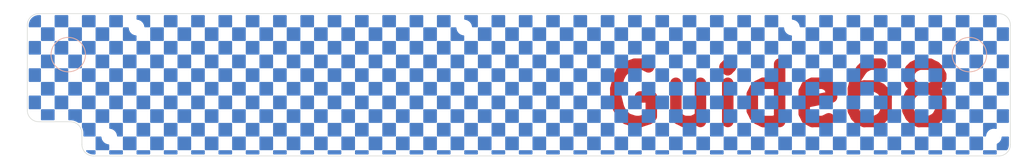
<source format=kicad_pcb>
(kicad_pcb (version 20211014) (generator pcbnew)
  (layers (0 "F.Cu" signal) (31 "B.Cu" signal) (34 "B.Paste" user) (35 "F.Paste" user) (36 "B.SilkS" user "B.Silkscreen") (37 "F.SilkS" user "F.Silkscreen") (38 "B.Mask" user) (39 "F.Mask" user) (44 "Edge.Cuts" user))
  (net 0 "")
  (footprint "kbd_Hole:m2_Screw_Hole" (layer "F.Cu") (at 228.6 40.525)
    (fp_text reference "J14")
    (fp_text value "Conn_01x01")
    (pad "" np_thru_hole circle locked (at 0 0) (size 2.2 2.2) (drill 2.2) (layers *.Cu *.Mask))
  )
  (footprint "kbd_Hole:m2_Screw_Hole" (layer "F.Cu") (at 285.75 40.525)
    (fp_text reference "J13")
    (fp_text value "Conn_01x01")
    (pad "" np_thru_hole circle locked (at 0 0) (size 2.2 2.2) (drill 2.2) (layers *.Cu *.Mask))
  )
  (footprint "kbd_Hole:m2_Screw_Hole" (layer "F.Cu") (at 171.45 40.525)
    (fp_text reference "J4")
    (fp_text value "Conn_01x01")
    (pad "" np_thru_hole circle locked (at 0 0) (size 2.2 2.2) (drill 2.2) (layers *.Cu *.Mask))
  )
  (footprint "kbd_Hole:m2_Screw_Hole" (layer "F.Cu") (at 320.96875 59.53125)
    (fp_text reference "J13")
    (fp_text value "Conn_01x01")
    (pad "" np_thru_hole circle locked (at 0 0) (size 2.2 2.2) (drill 2.2) (layers *.Cu *.Mask))
  )
  (footprint "kbd_Hole:m2_Screw_Hole" (layer "F.Cu") (at 166.6875 59.53125)
    (fp_text reference "J13")
    (fp_text value "Conn_01x01")
    (pad "" np_thru_hole circle locked (at 0 0) (size 2.2 2.2) (drill 2.2) (layers *.Cu *.Mask))
  )
  (gr_circle (center 159.54375 45.24375) (end 162.54375 45.24375) (layer "B.SilkS") (width 0.15) (fill none))
  (gr_circle (center 316.70625 45.24375) (end 319.70625 45.24375) (layer "B.SilkS") (width 0.15) (fill none))
  (gr_arc (start 152.4 40.1) (mid 152.985786 38.685786) (end 154.4 38.1) (layer "Edge.Cuts") (width 0.1))
  (gr_arc (start 154.4 56.95) (mid 152.985786 56.364214) (end 152.4 54.95) (layer "Edge.Cuts") (width 0.1))
  (gr_arc (start 159.925 56.95) (mid 161.339214 57.535786) (end 161.925 58.95) (layer "Edge.Cuts") (width 0.1))
  (gr_line (start 154.4 56.95) (end 159.925 56.95) (layer "Edge.Cuts") (width 0.1))
  (gr_line (start 161.925 58.95) (end 161.925 60.9125) (layer "Edge.Cuts") (width 0.1))
  (gr_arc (start 323.85 60.9125) (mid 323.264214 62.326714) (end 321.85 62.9125) (layer "Edge.Cuts") (width 0.1))
  (gr_line (start 323.85 60.9125) (end 323.85 40.1) (layer "Edge.Cuts") (width 0.1))
  (gr_line (start 321.85 62.9125) (end 163.925 62.9125) (layer "Edge.Cuts") (width 0.1))
  (gr_arc (start 321.85 38.1) (mid 323.264214 38.685786) (end 323.85 40.1) (layer "Edge.Cuts") (width 0.1))
  (gr_line (start 321.85 38.1) (end 154.4 38.1) (layer "Edge.Cuts") (width 0.1))
  (gr_arc (start 163.925 62.9125) (mid 162.510786 62.326714) (end 161.925 60.9125) (layer "Edge.Cuts") (width 0.1))
  (gr_line (start 152.4 40.1) (end 152.4 54.95) (layer "Edge.Cuts") (width 0.1))
  (gr_text "Guide68" (at 283.36875 52.3875) (layer "F.Cu") (effects (font (size 10 10) (thickness 2))))
  (zone (net 0) (net_name "") (layer "B.Cu") (connect_pads (clearance 0)) (min_thickness 0.254)
    (keepout (tracks allowed) (vias allowed) (pads allowed) (copperpour not_allowed) (footprints allowed))
    (fill (thermal_gap 0.508) (thermal_bridge_width 0.508))
    (polygon (pts (xy 242.8875 47.625) (xy 245.26875 47.625) (xy 245.26875 45.24375) (xy 242.8875 45.24375)))
  )
  (zone (net 0) (net_name "") (layer "B.Cu") (connect_pads (clearance 0)) (min_thickness 0.254)
    (keepout (tracks allowed) (vias allowed) (pads allowed) (copperpour not_allowed) (footprints allowed))
    (fill (thermal_gap 0.508) (thermal_bridge_width 0.508))
    (polygon (pts (xy 159.54375 59.53125) (xy 161.925 59.53125) (xy 161.925 57.15) (xy 159.54375 57.15)))
  )
  (zone (net 0) (net_name "") (layer "B.Cu") (connect_pads (clearance 0)) (min_thickness 0.254)
    (keepout (tracks allowed) (vias allowed) (pads allowed) (copperpour not_allowed) (footprints allowed))
    (fill (thermal_gap 0.508) (thermal_bridge_width 0.508))
    (polygon (pts (xy 180.975 61.9125) (xy 183.35625 61.9125) (xy 183.35625 59.53125) (xy 180.975 59.53125)))
  )
  (zone (net 0) (net_name "") (layer "B.Cu") (connect_pads (clearance 0)) (min_thickness 0.254)
    (keepout (tracks allowed) (vias allowed) (pads allowed) (copperpour not_allowed) (footprints allowed))
    (fill (thermal_gap 0.508) (thermal_bridge_width 0.508))
    (polygon (pts (xy 254.79375 45.24375) (xy 257.175 45.24375) (xy 257.175 42.8625) (xy 254.79375 42.8625)))
  )
  (zone (net 0) (net_name "") (layer "B.Cu") (connect_pads (clearance 0)) (min_thickness 0.254)
    (keepout (tracks allowed) (vias allowed) (pads allowed) (copperpour not_allowed) (footprints allowed))
    (fill (thermal_gap 0.508) (thermal_bridge_width 0.508))
    (polygon (pts (xy 152.4 42.8625) (xy 154.78125 42.8625) (xy 154.78125 40.48125) (xy 152.4 40.48125)))
  )
  (zone (net 0) (net_name "") (layer "B.Cu") (connect_pads (clearance 0)) (min_thickness 0.254)
    (keepout (tracks allowed) (vias allowed) (pads allowed) (copperpour not_allowed) (footprints allowed))
    (fill (thermal_gap 0.508) (thermal_bridge_width 0.508))
    (polygon (pts (xy 311.94375 54.76875) (xy 314.325 54.76875) (xy 314.325 52.3875) (xy 311.94375 52.3875)))
  )
  (zone (net 0) (net_name "") (layer "B.Cu") (connect_pads (clearance 0)) (min_thickness 0.254)
    (keepout (tracks allowed) (vias allowed) (pads allowed) (copperpour not_allowed) (footprints allowed))
    (fill (thermal_gap 0.508) (thermal_bridge_width 0.508))
    (polygon (pts (xy 259.55625 59.53125) (xy 261.9375 59.53125) (xy 261.9375 57.15) (xy 259.55625 57.15)))
  )
  (zone (net 0) (net_name "") (layer "B.Cu") (connect_pads (clearance 0)) (min_thickness 0.254)
    (keepout (tracks allowed) (vias allowed) (pads allowed) (copperpour not_allowed) (footprints allowed))
    (fill (thermal_gap 0.508) (thermal_bridge_width 0.508))
    (polygon (pts (xy 264.31875 64.29375) (xy 266.7 64.29375) (xy 266.7 61.9125) (xy 264.31875 61.9125)))
  )
  (zone (net 0) (net_name "") (layer "B.Cu") (connect_pads (clearance 0)) (min_thickness 0.254)
    (keepout (tracks allowed) (vias allowed) (pads allowed) (copperpour not_allowed) (footprints allowed))
    (fill (thermal_gap 0.508) (thermal_bridge_width 0.508))
    (polygon (pts (xy 285.75 42.8625) (xy 288.13125 42.8625) (xy 288.13125 40.48125) (xy 285.75 40.48125)))
  )
  (zone (net 0) (net_name "") (layer "B.Cu") (connect_pads (clearance 0)) (min_thickness 0.254)
    (keepout (tracks allowed) (vias allowed) (pads allowed) (copperpour not_allowed) (footprints allowed))
    (fill (thermal_gap 0.508) (thermal_bridge_width 0.508))
    (polygon (pts (xy 307.18125 54.76875) (xy 309.5625 54.76875) (xy 309.5625 52.3875) (xy 307.18125 52.3875)))
  )
  (zone (net 0) (net_name "") (layer "B.Cu") (connect_pads (clearance 0)) (min_thickness 0.254)
    (keepout (tracks allowed) (vias allowed) (pads allowed) (copperpour not_allowed) (footprints allowed))
    (fill (thermal_gap 0.508) (thermal_bridge_width 0.508))
    (polygon (pts (xy 261.9375 38.1) (xy 264.31875 38.1) (xy 264.31875 35.71875) (xy 261.9375 35.71875)))
  )
  (zone (net 0) (net_name "") (layer "B.Cu") (connect_pads (clearance 0)) (min_thickness 0.254)
    (keepout (tracks allowed) (vias allowed) (pads allowed) (copperpour not_allowed) (footprints allowed))
    (fill (thermal_gap 0.508) (thermal_bridge_width 0.508))
    (polygon (pts (xy 216.69375 54.76875) (xy 219.075 54.76875) (xy 219.075 52.3875) (xy 216.69375 52.3875)))
  )
  (zone (net 0) (net_name "") (layer "B.Cu") (connect_pads (clearance 0)) (min_thickness 0.254)
    (keepout (tracks allowed) (vias allowed) (pads allowed) (copperpour not_allowed) (footprints allowed))
    (fill (thermal_gap 0.508) (thermal_bridge_width 0.508))
    (polygon (pts (xy 316.70625 45.24375) (xy 319.0875 45.24375) (xy 319.0875 42.8625) (xy 316.70625 42.8625)))
  )
  (zone (net 0) (net_name "") (layer "B.Cu") (connect_pads (clearance 0)) (min_thickness 0.254)
    (keepout (tracks allowed) (vias allowed) (pads allowed) (copperpour not_allowed) (footprints allowed))
    (fill (thermal_gap 0.508) (thermal_bridge_width 0.508))
    (polygon (pts (xy 273.84375 59.53125) (xy 276.225 59.53125) (xy 276.225 57.15) (xy 273.84375 57.15)))
  )
  (zone (net 0) (net_name "") (layer "B.Cu") (connect_pads (clearance 0)) (min_thickness 0.254)
    (keepout (tracks allowed) (vias allowed) (pads allowed) (copperpour not_allowed) (footprints allowed))
    (fill (thermal_gap 0.508) (thermal_bridge_width 0.508))
    (polygon (pts (xy 314.325 38.1) (xy 316.70625 38.1) (xy 316.70625 35.71875) (xy 314.325 35.71875)))
  )
  (zone (net 0) (net_name "") (layer "B.Cu") (connect_pads (clearance 0)) (min_thickness 0.254)
    (keepout (tracks allowed) (vias allowed) (pads allowed) (copperpour not_allowed) (footprints allowed))
    (fill (thermal_gap 0.508) (thermal_bridge_width 0.508))
    (polygon (pts (xy 197.64375 45.24375) (xy 200.025 45.24375) (xy 200.025 42.8625) (xy 197.64375 42.8625)))
  )
  (zone (net 0) (net_name "") (layer "B.Cu") (connect_pads (clearance 0)) (min_thickness 0.254)
    (keepout (tracks allowed) (vias allowed) (pads allowed) (copperpour not_allowed) (footprints allowed))
    (fill (thermal_gap 0.508) (thermal_bridge_width 0.508))
    (polygon (pts (xy 297.65625 64.29375) (xy 300.0375 64.29375) (xy 300.0375 61.9125) (xy 297.65625 61.9125)))
  )
  (zone (net 0) (net_name "") (layer "B.Cu") (connect_pads (clearance 0)) (min_thickness 0.254)
    (keepout (tracks allowed) (vias allowed) (pads allowed) (copperpour not_allowed) (footprints allowed))
    (fill (thermal_gap 0.508) (thermal_bridge_width 0.508))
    (polygon (pts (xy 304.8 52.3875) (xy 307.18125 52.3875) (xy 307.18125 50.00625) (xy 304.8 50.00625)))
  )
  (zone (net 0) (net_name "") (layer "B.Cu") (connect_pads (clearance 0)) (min_thickness 0.254)
    (keepout (tracks allowed) (vias allowed) (pads allowed) (copperpour not_allowed) (footprints allowed))
    (fill (thermal_gap 0.508) (thermal_bridge_width 0.508))
    (polygon (pts (xy 183.35625 45.24375) (xy 185.7375 45.24375) (xy 185.7375 42.8625) (xy 183.35625 42.8625)))
  )
  (zone (net 0) (net_name "") (layer "B.Cu") (connect_pads (clearance 0)) (min_thickness 0.254)
    (keepout (tracks allowed) (vias allowed) (pads allowed) (copperpour not_allowed) (footprints allowed))
    (fill (thermal_gap 0.508) (thermal_bridge_width 0.508))
    (polygon (pts (xy 161.925 47.625) (xy 164.30625 47.625) (xy 164.30625 45.24375) (xy 161.925 45.24375)))
  )
  (zone (net 0) (net_name "") (layer "B.Cu") (connect_pads (clearance 0)) (min_thickness 0.254)
    (keepout (tracks allowed) (vias allowed) (pads allowed) (copperpour not_allowed) (footprints allowed))
    (fill (thermal_gap 0.508) (thermal_bridge_width 0.508))
    (polygon (pts (xy 164.30625 59.53125) (xy 166.6875 59.53125) (xy 166.6875 57.15) (xy 164.30625 57.15)))
  )
  (zone (net 0) (net_name "") (layer "B.Cu") (connect_pads (clearance 0)) (min_thickness 0.254)
    (keepout (tracks allowed) (vias allowed) (pads allowed) (copperpour not_allowed) (footprints allowed))
    (fill (thermal_gap 0.508) (thermal_bridge_width 0.508))
    (polygon (pts (xy 233.3625 42.8625) (xy 235.74375 42.8625) (xy 235.74375 40.48125) (xy 233.3625 40.48125)))
  )
  (zone (net 0) (net_name "") (layer "B.Cu") (connect_pads (clearance 0)) (min_thickness 0.254)
    (keepout (tracks allowed) (vias allowed) (pads allowed) (copperpour not_allowed) (footprints allowed))
    (fill (thermal_gap 0.508) (thermal_bridge_width 0.508))
    (polygon (pts (xy 280.9875 61.9125) (xy 283.36875 61.9125) (xy 283.36875 59.53125) (xy 280.9875 59.53125)))
  )
  (zone (net 0) (net_name "") (layer "B.Cu") (connect_pads (clearance 0)) (min_thickness 0.254)
    (keepout (tracks allowed) (vias allowed) (pads allowed) (copperpour not_allowed) (footprints allowed))
    (fill (thermal_gap 0.508) (thermal_bridge_width 0.508))
    (polygon (pts (xy 235.74375 40.48125) (xy 238.125 40.48125) (xy 238.125 38.1) (xy 235.74375 38.1)))
  )
  (zone (net 0) (net_name "") (layer "B.Cu") (connect_pads (clearance 0)) (min_thickness 0.254)
    (keepout (tracks allowed) (vias allowed) (pads allowed) (copperpour not_allowed) (footprints allowed))
    (fill (thermal_gap 0.508) (thermal_bridge_width 0.508))
    (polygon (pts (xy 219.075 52.3875) (xy 221.45625 52.3875) (xy 221.45625 50.00625) (xy 219.075 50.00625)))
  )
  (zone (net 0) (net_name "") (layer "B.Cu") (connect_pads (clearance 0)) (min_thickness 0.254)
    (keepout (tracks allowed) (vias allowed) (pads allowed) (copperpour not_allowed) (footprints allowed))
    (fill (thermal_gap 0.508) (thermal_bridge_width 0.508))
    (polygon (pts (xy 209.55 57.15) (xy 211.93125 57.15) (xy 211.93125 54.76875) (xy 209.55 54.76875)))
  )
  (zone (net 0) (net_name "") (layer "B.Cu") (connect_pads (clearance 0)) (min_thickness 0.254)
    (keepout (tracks allowed) (vias allowed) (pads allowed) (copperpour not_allowed) (footprints allowed))
    (fill (thermal_gap 0.508) (thermal_bridge_width 0.508))
    (polygon (pts (xy 161.925 52.3875) (xy 164.30625 52.3875) (xy 164.30625 50.00625) (xy 161.925 50.00625)))
  )
  (zone (net 0) (net_name "") (layer "B.Cu") (connect_pads (clearance 0)) (min_thickness 0.254)
    (keepout (tracks allowed) (vias allowed) (pads allowed) (copperpour not_allowed) (footprints allowed))
    (fill (thermal_gap 0.508) (thermal_bridge_width 0.508))
    (polygon (pts (xy 150.01875 54.76875) (xy 152.4 54.76875) (xy 152.4 52.3875) (xy 150.01875 52.3875)))
  )
  (zone (net 0) (net_name "") (layer "B.Cu") (connect_pads (clearance 0)) (min_thickness 0.254)
    (keepout (tracks allowed) (vias allowed) (pads allowed) (copperpour not_allowed) (footprints allowed))
    (fill (thermal_gap 0.508) (thermal_bridge_width 0.508))
    (polygon (pts (xy 154.78125 64.29375) (xy 157.1625 64.29375) (xy 157.1625 61.9125) (xy 154.78125 61.9125)))
  )
  (zone (net 0) (net_name "") (layer "B.Cu") (connect_pads (clearance 0)) (min_thickness 0.254)
    (keepout (tracks allowed) (vias allowed) (pads allowed) (copperpour not_allowed) (footprints allowed))
    (fill (thermal_gap 0.508) (thermal_bridge_width 0.508))
    (polygon (pts (xy 202.40625 54.76875) (xy 204.7875 54.76875) (xy 204.7875 52.3875) (xy 202.40625 52.3875)))
  )
  (zone (net 0) (net_name "") (layer "B.Cu") (connect_pads (clearance 0)) (min_thickness 0.254)
    (keepout (tracks allowed) (vias allowed) (pads allowed) (copperpour not_allowed) (footprints allowed))
    (fill (thermal_gap 0.508) (thermal_bridge_width 0.508))
    (polygon (pts (xy 259.55625 54.76875) (xy 261.9375 54.76875) (xy 261.9375 52.3875) (xy 259.55625 52.3875)))
  )
  (zone (net 0) (net_name "") (layer "B.Cu") (connect_pads (clearance 0)) (min_thickness 0.254)
    (keepout (tracks allowed) (vias allowed) (pads allowed) (copperpour not_allowed) (footprints allowed))
    (fill (thermal_gap 0.508) (thermal_bridge_width 0.508))
    (polygon (pts (xy 176.2125 61.9125) (xy 178.59375 61.9125) (xy 178.59375 59.53125) (xy 176.2125 59.53125)))
  )
  (zone (net 0) (net_name "") (layer "B.Cu") (connect_pads (clearance 0)) (min_thickness 0.254)
    (keepout (tracks allowed) (vias allowed) (pads allowed) (copperpour not_allowed) (footprints allowed))
    (fill (thermal_gap 0.508) (thermal_bridge_width 0.508))
    (polygon (pts (xy 219.075 57.15) (xy 221.45625 57.15) (xy 221.45625 54.76875) (xy 219.075 54.76875)))
  )
  (zone (net 0) (net_name "") (layer "B.Cu") (connect_pads (clearance 0)) (min_thickness 0.254)
    (keepout (tracks allowed) (vias allowed) (pads allowed) (copperpour not_allowed) (footprints allowed))
    (fill (thermal_gap 0.508) (thermal_bridge_width 0.508))
    (polygon (pts (xy 309.5625 57.15) (xy 311.94375 57.15) (xy 311.94375 54.76875) (xy 309.5625 54.76875)))
  )
  (zone (net 0) (net_name "") (layer "B.Cu") (connect_pads (clearance 0)) (min_thickness 0.254)
    (keepout (tracks allowed) (vias allowed) (pads allowed) (copperpour not_allowed) (footprints allowed))
    (fill (thermal_gap 0.508) (thermal_bridge_width 0.508))
    (polygon (pts (xy 240.50625 54.76875) (xy 242.8875 54.76875) (xy 242.8875 52.3875) (xy 240.50625 52.3875)))
  )
  (zone (net 0) (net_name "") (layer "B.Cu") (connect_pads (clearance 0)) (min_thickness 0.254)
    (keepout (tracks allowed) (vias allowed) (pads allowed) (copperpour not_allowed) (footprints allowed))
    (fill (thermal_gap 0.508) (thermal_bridge_width 0.508))
    (polygon (pts (xy 159.54375 54.76875) (xy 161.925 54.76875) (xy 161.925 52.3875) (xy 159.54375 52.3875)))
  )
  (zone (net 0) (net_name "") (layer "B.Cu") (connect_pads (clearance 0)) (min_thickness 0.254)
    (keepout (tracks allowed) (vias allowed) (pads allowed) (copperpour not_allowed) (footprints allowed))
    (fill (thermal_gap 0.508) (thermal_bridge_width 0.508))
    (polygon (pts (xy 178.59375 40.48125) (xy 180.975 40.48125) (xy 180.975 38.1) (xy 178.59375 38.1)))
  )
  (zone (net 0) (net_name "") (layer "B.Cu") (connect_pads (clearance 0)) (min_thickness 0.254)
    (keepout (tracks allowed) (vias allowed) (pads allowed) (copperpour not_allowed) (footprints allowed))
    (fill (thermal_gap 0.508) (thermal_bridge_width 0.508))
    (polygon (pts (xy 185.7375 47.625) (xy 188.11875 47.625) (xy 188.11875 45.24375) (xy 185.7375 45.24375)))
  )
  (zone (net 0) (net_name "") (layer "B.Cu") (connect_pads (clearance 0)) (min_thickness 0.254)
    (keepout (tracks allowed) (vias allowed) (pads allowed) (copperpour not_allowed) (footprints allowed))
    (fill (thermal_gap 0.508) (thermal_bridge_width 0.508))
    (polygon (pts (xy 252.4125 61.9125) (xy 254.79375 61.9125) (xy 254.79375 59.53125) (xy 252.4125 59.53125)))
  )
  (zone (net 0) (net_name "") (layer "B.Cu") (connect_pads (clearance 0)) (min_thickness 0.254)
    (keepout (tracks allowed) (vias allowed) (pads allowed) (copperpour not_allowed) (footprints allowed))
    (fill (thermal_gap 0.508) (thermal_bridge_width 0.508))
    (polygon (pts (xy 259.55625 40.48125) (xy 261.9375 40.48125) (xy 261.9375 38.1) (xy 259.55625 38.1)))
  )
  (zone (net 0) (net_name "") (layer "B.Cu") (connect_pads (clearance 0)) (min_thickness 0.254)
    (keepout (tracks allowed) (vias allowed) (pads allowed) (copperpour not_allowed) (footprints allowed))
    (fill (thermal_gap 0.508) (thermal_bridge_width 0.508))
    (polygon (pts (xy 300.0375 57.15) (xy 302.41875 57.15) (xy 302.41875 54.76875) (xy 300.0375 54.76875)))
  )
  (zone (net 0) (net_name "") (layer "B.Cu") (connect_pads (clearance 0)) (min_thickness 0.254)
    (keepout (tracks allowed) (vias allowed) (pads allowed) (copperpour not_allowed) (footprints allowed))
    (fill (thermal_gap 0.508) (thermal_bridge_width 0.508))
    (polygon (pts (xy 323.85 52.3875) (xy 326.23125 52.3875) (xy 326.23125 50.00625) (xy 323.85 50.00625)))
  )
  (zone (net 0) (net_name "") (layer "B.Cu") (connect_pads (clearance 0)) (min_thickness 0.254)
    (keepout (tracks allowed) (vias allowed) (pads allowed) (copperpour not_allowed) (footprints allowed))
    (fill (thermal_gap 0.508) (thermal_bridge_width 0.508))
    (polygon (pts (xy 157.1625 57.15) (xy 159.54375 57.15) (xy 159.54375 54.76875) (xy 157.1625 54.76875)))
  )
  (zone (net 0) (net_name "") (layer "B.Cu") (connect_pads (clearance 0)) (min_thickness 0.254)
    (keepout (tracks allowed) (vias allowed) (pads allowed) (copperpour not_allowed) (footprints allowed))
    (fill (thermal_gap 0.508) (thermal_bridge_width 0.508))
    (polygon (pts (xy 254.79375 64.29375) (xy 257.175 64.29375) (xy 257.175 61.9125) (xy 254.79375 61.9125)))
  )
  (zone (net 0) (net_name "") (layer "B.Cu") (connect_pads (clearance 0)) (min_thickness 0.254)
    (keepout (tracks allowed) (vias allowed) (pads allowed) (copperpour not_allowed) (footprints allowed))
    (fill (thermal_gap 0.508) (thermal_bridge_width 0.508))
    (polygon (pts (xy 295.275 61.9125) (xy 297.65625 61.9125) (xy 297.65625 59.53125) (xy 295.275 59.53125)))
  )
  (zone (net 0) (net_name "") (layer "B.Cu") (connect_pads (clearance 0)) (min_thickness 0.254)
    (keepout (tracks allowed) (vias allowed) (pads allowed) (copperpour not_allowed) (footprints allowed))
    (fill (thermal_gap 0.508) (thermal_bridge_width 0.508))
    (polygon (pts (xy 197.64375 59.53125) (xy 200.025 59.53125) (xy 200.025 57.15) (xy 197.64375 57.15)))
  )
  (zone (net 0) (net_name "") (layer "B.Cu") (connect_pads (clearance 0)) (min_thickness 0.254)
    (keepout (tracks allowed) (vias allowed) (pads allowed) (copperpour not_allowed) (footprints allowed))
    (fill (thermal_gap 0.508) (thermal_bridge_width 0.508))
    (polygon (pts (xy 185.7375 38.1) (xy 188.11875 38.1) (xy 188.11875 35.71875) (xy 185.7375 35.71875)))
  )
  (zone (net 0) (net_name "") (layer "B.Cu") (connect_pads (clearance 0)) (min_thickness 0.254)
    (keepout (tracks allowed) (vias allowed) (pads allowed) (copperpour not_allowed) (footprints allowed))
    (fill (thermal_gap 0.508) (thermal_bridge_width 0.508))
    (polygon (pts (xy 266.7 61.9125) (xy 269.08125 61.9125) (xy 269.08125 59.53125) (xy 266.7 59.53125)))
  )
  (zone (net 0) (net_name "") (layer "B.Cu") (connect_pads (clearance 0)) (min_thickness 0.254)
    (keepout (tracks allowed) (vias allowed) (pads allowed) (copperpour not_allowed) (footprints allowed))
    (fill (thermal_gap 0.508) (thermal_bridge_width 0.508))
    (polygon (pts (xy 219.075 47.625) (xy 221.45625 47.625) (xy 221.45625 45.24375) (xy 219.075 45.24375)))
  )
  (zone (net 0) (net_name "") (layer "B.Cu") (connect_pads (clearance 0)) (min_thickness 0.254)
    (keepout (tracks allowed) (vias allowed) (pads allowed) (copperpour not_allowed) (footprints allowed))
    (fill (thermal_gap 0.508) (thermal_bridge_width 0.508))
    (polygon (pts (xy 321.46875 50.00625) (xy 323.85 50.00625) (xy 323.85 47.625) (xy 321.46875 47.625)))
  )
  (zone (net 0) (net_name "") (layer "B.Cu") (connect_pads (clearance 0)) (min_thickness 0.254)
    (keepout (tracks allowed) (vias allowed) (pads allowed) (copperpour not_allowed) (footprints allowed))
    (fill (thermal_gap 0.508) (thermal_bridge_width 0.508))
    (polygon (pts (xy 235.74375 50.00625) (xy 238.125 50.00625) (xy 238.125 47.625) (xy 235.74375 47.625)))
  )
  (zone (net 0) (net_name "") (layer "B.Cu") (connect_pads (clearance 0)) (min_thickness 0.254)
    (keepout (tracks allowed) (vias allowed) (pads allowed) (copperpour not_allowed) (footprints allowed))
    (fill (thermal_gap 0.508) (thermal_bridge_width 0.508))
    (polygon (pts (xy 161.925 57.15) (xy 164.30625 57.15) (xy 164.30625 54.76875) (xy 161.925 54.76875)))
  )
  (zone (net 0) (net_name "") (layer "B.Cu") (connect_pads (clearance 0)) (min_thickness 0.254)
    (keepout (tracks allowed) (vias allowed) (pads allowed) (copperpour not_allowed) (footprints allowed))
    (fill (thermal_gap 0.508) (thermal_bridge_width 0.508))
    (polygon (pts (xy 216.69375 40.48125) (xy 219.075 40.48125) (xy 219.075 38.1) (xy 216.69375 38.1)))
  )
  (zone (net 0) (net_name "") (layer "B.Cu") (connect_pads (clearance 0)) (min_thickness 0.254)
    (keepout (tracks allowed) (vias allowed) (pads allowed) (copperpour not_allowed) (footprints allowed))
    (fill (thermal_gap 0.508) (thermal_bridge_width 0.508))
    (polygon (pts (xy 316.70625 59.53125) (xy 319.0875 59.53125) (xy 319.0875 57.15) (xy 316.70625 57.15)))
  )
  (zone (net 0) (net_name "") (layer "B.Cu") (connect_pads (clearance 0)) (min_thickness 0.254)
    (keepout (tracks allowed) (vias allowed) (pads allowed) (copperpour not_allowed) (footprints allowed))
    (fill (thermal_gap 0.508) (thermal_bridge_width 0.508))
    (polygon (pts (xy 300.0375 38.1) (xy 302.41875 38.1) (xy 302.41875 35.71875) (xy 300.0375 35.71875)))
  )
  (zone (net 0) (net_name "") (layer "B.Cu") (connect_pads (clearance 0)) (min_thickness 0.254)
    (keepout (tracks allowed) (vias allowed) (pads allowed) (copperpour not_allowed) (footprints allowed))
    (fill (thermal_gap 0.508) (thermal_bridge_width 0.508))
    (polygon (pts (xy 221.45625 59.53125) (xy 223.8375 59.53125) (xy 223.8375 57.15) (xy 221.45625 57.15)))
  )
  (zone (net 0) (net_name "") (layer "B.Cu") (connect_pads (clearance 0)) (min_thickness 0.254)
    (keepout (tracks allowed) (vias allowed) (pads allowed) (copperpour not_allowed) (footprints allowed))
    (fill (thermal_gap 0.508) (thermal_bridge_width 0.508))
    (polygon (pts (xy 159.54375 40.48125) (xy 161.925 40.48125) (xy 161.925 38.1) (xy 159.54375 38.1)))
  )
  (zone (net 0) (net_name "") (layer "B.Cu") (connect_pads (clearance 0)) (min_thickness 0.254)
    (keepout (tracks allowed) (vias allowed) (pads allowed) (copperpour not_allowed) (footprints allowed))
    (fill (thermal_gap 0.508) (thermal_bridge_width 0.508))
    (polygon (pts (xy 276.225 42.8625) (xy 278.60625 42.8625) (xy 278.60625 40.48125) (xy 276.225 40.48125)))
  )
  (zone (net 0) (net_name "") (layer "B.Cu") (connect_pads (clearance 0)) (min_thickness 0.254)
    (keepout (tracks allowed) (vias allowed) (pads allowed) (copperpour not_allowed) (footprints allowed))
    (fill (thermal_gap 0.508) (thermal_bridge_width 0.508))
    (polygon (pts (xy 259.55625 45.24375) (xy 261.9375 45.24375) (xy 261.9375 42.8625) (xy 259.55625 42.8625)))
  )
  (zone (net 0) (net_name "") (layer "B.Cu") (connect_pads (clearance 0)) (min_thickness 0.254)
    (keepout (tracks allowed) (vias allowed) (pads allowed) (copperpour not_allowed) (footprints allowed))
    (fill (thermal_gap 0.508) (thermal_bridge_width 0.508))
    (polygon (pts (xy 233.3625 61.9125) (xy 235.74375 61.9125) (xy 235.74375 59.53125) (xy 233.3625 59.53125)))
  )
  (zone (net 0) (net_name "") (layer "B.Cu") (connect_pads (clearance 0)) (min_thickness 0.254)
    (keepout (tracks allowed) (vias allowed) (pads allowed) (copperpour not_allowed) (footprints allowed))
    (fill (thermal_gap 0.508) (thermal_bridge_width 0.508))
    (polygon (pts (xy 200.025 42.8625) (xy 202.40625 42.8625) (xy 202.40625 40.48125) (xy 200.025 40.48125)))
  )
  (zone (net 0) (net_name "") (layer "B.Cu") (connect_pads (clearance 0)) (min_thickness 0.254)
    (keepout (tracks allowed) (vias allowed) (pads allowed) (copperpour not_allowed) (footprints allowed))
    (fill (thermal_gap 0.508) (thermal_bridge_width 0.508))
    (polygon (pts (xy 176.2125 52.3875) (xy 178.59375 52.3875) (xy 178.59375 50.00625) (xy 176.2125 50.00625)))
  )
  (zone (net 0) (net_name "") (layer "B.Cu") (connect_pads (clearance 0)) (min_thickness 0.254)
    (keepout (tracks allowed) (vias allowed) (pads allowed) (copperpour not_allowed) (footprints allowed))
    (fill (thermal_gap 0.508) (thermal_bridge_width 0.508))
    (polygon (pts (xy 259.55625 50.00625) (xy 261.9375 50.00625) (xy 261.9375 47.625) (xy 259.55625 47.625)))
  )
  (zone (net 0) (net_name "") (layer "B.Cu") (connect_pads (clearance 0)) (min_thickness 0.254)
    (keepout (tracks allowed) (vias allowed) (pads allowed) (copperpour not_allowed) (footprints allowed))
    (fill (thermal_gap 0.508) (thermal_bridge_width 0.508))
    (polygon (pts (xy 257.175 47.625) (xy 259.55625 47.625) (xy 259.55625 45.24375) (xy 257.175 45.24375)))
  )
  (zone (net 0) (net_name "") (layer "B.Cu") (connect_pads (clearance 0)) (min_thickness 0.254)
    (keepout (tracks allowed) (vias allowed) (pads allowed) (copperpour not_allowed) (footprints allowed))
    (fill (thermal_gap 0.508) (thermal_bridge_width 0.508))
    (polygon (pts (xy 321.46875 45.24375) (xy 323.85 45.24375) (xy 323.85 42.8625) (xy 321.46875 42.8625)))
  )
  (zone (net 0) (net_name "") (layer "B.Cu") (connect_pads (clearance 0)) (min_thickness 0.254)
    (keepout (tracks allowed) (vias allowed) (pads allowed) (copperpour not_allowed) (footprints allowed))
    (fill (thermal_gap 0.508) (thermal_bridge_width 0.508))
    (polygon (pts (xy 223.8375 38.1) (xy 226.21875 38.1) (xy 226.21875 35.71875) (xy 223.8375 35.71875)))
  )
  (zone (net 0) (net_name "") (layer "B.Cu") (connect_pads (clearance 0)) (min_thickness 0.254)
    (keepout (tracks allowed) (vias allowed) (pads allowed) (copperpour not_allowed) (footprints allowed))
    (fill (thermal_gap 0.508) (thermal_bridge_width 0.508))
    (polygon (pts (xy 307.18125 50.00625) (xy 309.5625 50.00625) (xy 309.5625 47.625) (xy 307.18125 47.625)))
  )
  (zone (net 0) (net_name "") (layer "B.Cu") (connect_pads (clearance 0)) (min_thickness 0.254)
    (keepout (tracks allowed) (vias allowed) (pads allowed) (copperpour not_allowed) (footprints allowed))
    (fill (thermal_gap 0.508) (thermal_bridge_width 0.508))
    (polygon (pts (xy 280.9875 52.3875) (xy 283.36875 52.3875) (xy 283.36875 50.00625) (xy 280.9875 50.00625)))
  )
  (zone (net 0) (net_name "") (layer "B.Cu") (connect_pads (clearance 0)) (min_thickness 0.254)
    (keepout (tracks allowed) (vias allowed) (pads allowed) (copperpour not_allowed) (footprints allowed))
    (fill (thermal_gap 0.508) (thermal_bridge_width 0.508))
    (polygon (pts (xy 257.175 42.8625) (xy 259.55625 42.8625) (xy 259.55625 40.48125) (xy 257.175 40.48125)))
  )
  (zone (net 0) (net_name "") (layer "B.Cu") (connect_pads (clearance 0)) (min_thickness 0.254)
    (keepout (tracks allowed) (vias allowed) (pads allowed) (copperpour not_allowed) (footprints allowed))
    (fill (thermal_gap 0.508) (thermal_bridge_width 0.508))
    (polygon (pts (xy 302.41875 45.24375) (xy 304.8 45.24375) (xy 304.8 42.8625) (xy 302.41875 42.8625)))
  )
  (zone (net 0) (net_name "") (layer "B.Cu") (connect_pads (clearance 0)) (min_thickness 0.254)
    (keepout (tracks allowed) (vias allowed) (pads allowed) (copperpour not_allowed) (footprints allowed))
    (fill (thermal_gap 0.508) (thermal_bridge_width 0.508))
    (polygon (pts (xy 283.36875 64.29375) (xy 285.75 64.29375) (xy 285.75 61.9125) (xy 283.36875 61.9125)))
  )
  (zone (net 0) (net_name "") (layer "B.Cu") (connect_pads (clearance 0)) (min_thickness 0.254)
    (keepout (tracks allowed) (vias allowed) (pads allowed) (copperpour not_allowed) (footprints allowed))
    (fill (thermal_gap 0.508) (thermal_bridge_width 0.508))
    (polygon (pts (xy 290.5125 38.1) (xy 292.89375 38.1) (xy 292.89375 35.71875) (xy 290.5125 35.71875)))
  )
  (zone (net 0) (net_name "") (layer "B.Cu") (connect_pads (clearance 0)) (min_thickness 0.254)
    (keepout (tracks allowed) (vias allowed) (pads allowed) (copperpour not_allowed) (footprints allowed))
    (fill (thermal_gap 0.508) (thermal_bridge_width 0.508))
    (polygon (pts (xy 247.65 42.8625) (xy 250.03125 42.8625) (xy 250.03125 40.48125) (xy 247.65 40.48125)))
  )
  (zone (net 0) (net_name "") (layer "B.Cu") (connect_pads (clearance 0)) (min_thickness 0.254)
    (keepout (tracks allowed) (vias allowed) (pads allowed) (copperpour not_allowed) (footprints allowed))
    (fill (thermal_gap 0.508) (thermal_bridge_width 0.508))
    (polygon (pts (xy 169.06875 40.48125) (xy 171.45 40.48125) (xy 171.45 38.1) (xy 169.06875 38.1)))
  )
  (zone (net 0) (net_name "") (layer "B.Cu") (connect_pads (clearance 0)) (min_thickness 0.254)
    (keepout (tracks allowed) (vias allowed) (pads allowed) (copperpour not_allowed) (footprints allowed))
    (fill (thermal_gap 0.508) (thermal_bridge_width 0.508))
    (polygon (pts (xy 166.6875 61.9125) (xy 169.06875 61.9125) (xy 169.06875 59.53125) (xy 166.6875 59.53125)))
  )
  (zone (net 0) (net_name "") (layer "B.Cu") (connect_pads (clearance 0)) (min_thickness 0.254)
    (keepout (tracks allowed) (vias allowed) (pads allowed) (copperpour not_allowed) (footprints allowed))
    (fill (thermal_gap 0.508) (thermal_bridge_width 0.508))
    (polygon (pts (xy 280.9875 47.625) (xy 283.36875 47.625) (xy 283.36875 45.24375) (xy 280.9875 45.24375)))
  )
  (zone (net 0) (net_name "") (layer "B.Cu") (connect_pads (clearance 0)) (min_thickness 0.254)
    (keepout (tracks allowed) (vias allowed) (pads allowed) (copperpour not_allowed) (footprints allowed))
    (fill (thermal_gap 0.508) (thermal_bridge_width 0.508))
    (polygon (pts (xy 219.075 38.1) (xy 221.45625 38.1) (xy 221.45625 35.71875) (xy 219.075 35.71875)))
  )
  (zone (net 0) (net_name "") (layer "B.Cu") (connect_pads (clearance 0)) (min_thickness 0.254)
    (keepout (tracks allowed) (vias allowed) (pads allowed) (copperpour not_allowed) (footprints allowed))
    (fill (thermal_gap 0.508) (thermal_bridge_width 0.508))
    (polygon (pts (xy 221.45625 50.00625) (xy 223.8375 50.00625) (xy 223.8375 47.625) (xy 221.45625 47.625)))
  )
  (zone (net 0) (net_name "") (layer "B.Cu") (connect_pads (clearance 0)) (min_thickness 0.254)
    (keepout (tracks allowed) (vias allowed) (pads allowed) (copperpour not_allowed) (footprints allowed))
    (fill (thermal_gap 0.508) (thermal_bridge_width 0.508))
    (polygon (pts (xy 311.94375 64.29375) (xy 314.325 64.29375) (xy 314.325 61.9125) (xy 311.94375 61.9125)))
  )
  (zone (net 0) (net_name "") (layer "B.Cu") (connect_pads (clearance 0)) (min_thickness 0.254)
    (keepout (tracks allowed) (vias allowed) (pads allowed) (copperpour not_allowed) (footprints allowed))
    (fill (thermal_gap 0.508) (thermal_bridge_width 0.508))
    (polygon (pts (xy 264.31875 40.48125) (xy 266.7 40.48125) (xy 266.7 38.1) (xy 264.31875 38.1)))
  )
  (zone (net 0) (net_name "") (layer "B.Cu") (connect_pads (clearance 0)) (min_thickness 0.254)
    (keepout (tracks allowed) (vias allowed) (pads allowed) (copperpour not_allowed) (footprints allowed))
    (fill (thermal_gap 0.508) (thermal_bridge_width 0.508))
    (polygon (pts (xy 283.36875 40.48125) (xy 285.75 40.48125) (xy 285.75 38.1) (xy 283.36875 38.1)))
  )
  (zone (net 0) (net_name "") (layer "B.Cu") (connect_pads (clearance 0)) (min_thickness 0.254)
    (keepout (tracks allowed) (vias allowed) (pads allowed) (copperpour not_allowed) (footprints allowed))
    (fill (thermal_gap 0.508) (thermal_bridge_width 0.508))
    (polygon (pts (xy 259.55625 64.29375) (xy 261.9375 64.29375) (xy 261.9375 61.9125) (xy 259.55625 61.9125)))
  )
  (zone (net 0) (net_name "") (layer "B.Cu") (connect_pads (clearance 0)) (min_thickness 0.254)
    (keepout (tracks allowed) (vias allowed) (pads allowed) (copperpour not_allowed) (footprints allowed))
    (fill (thermal_gap 0.508) (thermal_bridge_width 0.508))
    (polygon (pts (xy 188.11875 40.48125) (xy 190.5 40.48125) (xy 190.5 38.1) (xy 188.11875 38.1)))
  )
  (zone (net 0) (net_name "") (layer "B.Cu") (connect_pads (clearance 0)) (min_thickness 0.254)
    (keepout (tracks allowed) (vias allowed) (pads allowed) (copperpour not_allowed) (footprints allowed))
    (fill (thermal_gap 0.508) (thermal_bridge_width 0.508))
    (polygon (pts (xy 314.325 47.625) (xy 316.70625 47.625) (xy 316.70625 45.24375) (xy 314.325 45.24375)))
  )
  (zone (net 0) (net_name "") (layer "B.Cu") (connect_pads (clearance 0)) (min_thickness 0.254)
    (keepout (tracks allowed) (vias allowed) (pads allowed) (copperpour not_allowed) (footprints allowed))
    (fill (thermal_gap 0.508) (thermal_bridge_width 0.508))
    (polygon (pts (xy 214.3125 38.1) (xy 216.69375 38.1) (xy 216.69375 35.71875) (xy 214.3125 35.71875)))
  )
  (zone (net 0) (net_name "") (layer "B.Cu") (connect_pads (clearance 0)) (min_thickness 0.254)
    (keepout (tracks allowed) (vias allowed) (pads allowed) (copperpour not_allowed) (footprints allowed))
    (fill (thermal_gap 0.508) (thermal_bridge_width 0.508))
    (polygon (pts (xy 171.45 57.15) (xy 173.83125 57.15) (xy 173.83125 54.76875) (xy 171.45 54.76875)))
  )
  (zone (net 0) (net_name "") (layer "B.Cu") (connect_pads (clearance 0)) (min_thickness 0.254)
    (keepout (tracks allowed) (vias allowed) (pads allowed) (copperpour not_allowed) (footprints allowed))
    (fill (thermal_gap 0.508) (thermal_bridge_width 0.508))
    (polygon (pts (xy 185.7375 57.15) (xy 188.11875 57.15) (xy 188.11875 54.76875) (xy 185.7375 54.76875)))
  )
  (zone (net 0) (net_name "") (layer "B.Cu") (connect_pads (clearance 0)) (min_thickness 0.254)
    (keepout (tracks allowed) (vias allowed) (pads allowed) (copperpour not_allowed) (footprints allowed))
    (fill (thermal_gap 0.508) (thermal_bridge_width 0.508))
    (polygon (pts (xy 240.50625 40.48125) (xy 242.8875 40.48125) (xy 242.8875 38.1) (xy 240.50625 38.1)))
  )
  (zone (net 0) (net_name "") (layer "B.Cu") (connect_pads (clearance 0)) (min_thickness 0.254)
    (keepout (tracks allowed) (vias allowed) (pads allowed) (copperpour not_allowed) (footprints allowed))
    (fill (thermal_gap 0.508) (thermal_bridge_width 0.508))
    (polygon (pts (xy 178.59375 54.76875) (xy 180.975 54.76875) (xy 180.975 52.3875) (xy 178.59375 52.3875)))
  )
  (zone (net 0) (net_name "") (layer "B.Cu") (connect_pads (clearance 0)) (min_thickness 0.254)
    (keepout (tracks allowed) (vias allowed) (pads allowed) (copperpour not_allowed) (footprints allowed))
    (fill (thermal_gap 0.508) (thermal_bridge_width 0.508))
    (polygon (pts (xy 192.88125 54.76875) (xy 195.2625 54.76875) (xy 195.2625 52.3875) (xy 192.88125 52.3875)))
  )
  (zone (net 0) (net_name "") (layer "B.Cu") (connect_pads (clearance 0)) (min_thickness 0.254)
    (keepout (tracks allowed) (vias allowed) (pads allowed) (copperpour not_allowed) (footprints allowed))
    (fill (thermal_gap 0.508) (thermal_bridge_width 0.508))
    (polygon (pts (xy 314.325 42.8625) (xy 316.70625 42.8625) (xy 316.70625 40.48125) (xy 314.325 40.48125)))
  )
  (zone (net 0) (net_name "") (layer "B.Cu") (connect_pads (clearance 0)) (min_thickness 0.254)
    (keepout (tracks allowed) (vias allowed) (pads allowed) (copperpour not_allowed) (footprints allowed))
    (fill (thermal_gap 0.508) (thermal_bridge_width 0.508))
    (polygon (pts (xy 226.21875 54.76875) (xy 228.6 54.76875) (xy 228.6 52.3875) (xy 226.21875 52.3875)))
  )
  (zone (net 0) (net_name "") (layer "B.Cu") (connect_pads (clearance 0)) (min_thickness 0.254)
    (keepout (tracks allowed) (vias allowed) (pads allowed) (copperpour not_allowed) (footprints allowed))
    (fill (thermal_gap 0.508) (thermal_bridge_width 0.508))
    (polygon (pts (xy 226.21875 59.53125) (xy 228.6 59.53125) (xy 228.6 57.15) (xy 226.21875 57.15)))
  )
  (zone (net 0) (net_name "") (layer "B.Cu") (connect_pads (clearance 0)) (min_thickness 0.254)
    (keepout (tracks allowed) (vias allowed) (pads allowed) (copperpour not_allowed) (footprints allowed))
    (fill (thermal_gap 0.508) (thermal_bridge_width 0.508))
    (polygon (pts (xy 183.35625 54.76875) (xy 185.7375 54.76875) (xy 185.7375 52.3875) (xy 183.35625 52.3875)))
  )
  (zone (net 0) (net_name "") (layer "B.Cu") (connect_pads (clearance 0)) (min_thickness 0.254)
    (keepout (tracks allowed) (vias allowed) (pads allowed) (copperpour not_allowed) (footprints allowed))
    (fill (thermal_gap 0.508) (thermal_bridge_width 0.508))
    (polygon (pts (xy 204.7875 38.1) (xy 207.16875 38.1) (xy 207.16875 35.71875) (xy 204.7875 35.71875)))
  )
  (zone (net 0) (net_name "") (layer "B.Cu") (connect_pads (clearance 0)) (min_thickness 0.254)
    (keepout (tracks allowed) (vias allowed) (pads allowed) (copperpour not_allowed) (footprints allowed))
    (fill (thermal_gap 0.508) (thermal_bridge_width 0.508))
    (polygon (pts (xy 223.8375 47.625) (xy 226.21875 47.625) (xy 226.21875 45.24375) (xy 223.8375 45.24375)))
  )
  (zone (net 0) (net_name "") (layer "B.Cu") (connect_pads (clearance 0)) (min_thickness 0.254)
    (keepout (tracks allowed) (vias allowed) (pads allowed) (copperpour not_allowed) (footprints allowed))
    (fill (thermal_gap 0.508) (thermal_bridge_width 0.508))
    (polygon (pts (xy 228.6 42.8625) (xy 230.98125 42.8625) (xy 230.98125 40.48125) (xy 228.6 40.48125)))
  )
  (zone (net 0) (net_name "") (layer "B.Cu") (connect_pads (clearance 0)) (min_thickness 0.254)
    (keepout (tracks allowed) (vias allowed) (pads allowed) (copperpour not_allowed) (footprints allowed))
    (fill (thermal_gap 0.508) (thermal_bridge_width 0.508))
    (polygon (pts (xy 221.45625 40.48125) (xy 223.8375 40.48125) (xy 223.8375 38.1) (xy 221.45625 38.1)))
  )
  (zone (net 0) (net_name "") (layer "B.Cu") (connect_pads (clearance 0)) (min_thickness 0.254)
    (keepout (tracks allowed) (vias allowed) (pads allowed) (copperpour not_allowed) (footprints allowed))
    (fill (thermal_gap 0.508) (thermal_bridge_width 0.508))
    (polygon (pts (xy 173.83125 59.53125) (xy 176.2125 59.53125) (xy 176.2125 57.15) (xy 173.83125 57.15)))
  )
  (zone (net 0) (net_name "") (layer "B.Cu") (connect_pads (clearance 0)) (min_thickness 0.254)
    (keepout (tracks allowed) (vias allowed) (pads allowed) (copperpour not_allowed) (footprints allowed))
    (fill (thermal_gap 0.508) (thermal_bridge_width 0.508))
    (polygon (pts (xy 292.89375 59.53125) (xy 295.275 59.53125) (xy 295.275 57.15) (xy 292.89375 57.15)))
  )
  (zone (net 0) (net_name "") (layer "B.Cu") (connect_pads (clearance 0)) (min_thickness 0.254)
    (keepout (tracks allowed) (vias allowed) (pads allowed) (copperpour not_allowed) (footprints allowed))
    (fill (thermal_gap 0.508) (thermal_bridge_width 0.508))
    (polygon (pts (xy 250.03125 59.53125) (xy 252.4125 59.53125) (xy 252.4125 57.15) (xy 250.03125 57.15)))
  )
  (zone (net 0) (net_name "") (layer "B.Cu") (connect_pads (clearance 0)) (min_thickness 0.254)
    (keepout (tracks allowed) (vias allowed) (pads allowed) (copperpour not_allowed) (footprints allowed))
    (fill (thermal_gap 0.508) (thermal_bridge_width 0.508))
    (polygon (pts (xy 216.69375 50.00625) (xy 219.075 50.00625) (xy 219.075 47.625) (xy 216.69375 47.625)))
  )
  (zone (net 0) (net_name "") (layer "B.Cu") (connect_pads (clearance 0)) (min_thickness 0.254)
    (keepout (tracks allowed) (vias allowed) (pads allowed) (copperpour not_allowed) (footprints allowed))
    (fill (thermal_gap 0.508) (thermal_bridge_width 0.508))
    (polygon (pts (xy 302.41875 59.53125) (xy 304.8 59.53125) (xy 304.8 57.15) (xy 302.41875 57.15)))
  )
  (zone (net 0) (net_name "") (layer "B.Cu") (connect_pads (clearance 0)) (min_thickness 0.254)
    (keepout (tracks allowed) (vias allowed) (pads allowed) (copperpour not_allowed) (footprints allowed))
    (fill (thermal_gap 0.508) (thermal_bridge_width 0.508))
    (polygon (pts (xy 304.8 47.625) (xy 307.18125 47.625) (xy 307.18125 45.24375) (xy 304.8 45.24375)))
  )
  (zone (net 0) (net_name "") (layer "B.Cu") (connect_pads (clearance 0)) (min_thickness 0.254)
    (keepout (tracks allowed) (vias allowed) (pads allowed) (copperpour not_allowed) (footprints allowed))
    (fill (thermal_gap 0.508) (thermal_bridge_width 0.508))
    (polygon (pts (xy 221.45625 64.29375) (xy 223.8375 64.29375) (xy 223.8375 61.9125) (xy 221.45625 61.9125)))
  )
  (zone (net 0) (net_name "") (layer "B.Cu") (connect_pads (clearance 0)) (min_thickness 0.254)
    (keepout (tracks allowed) (vias allowed) (pads allowed) (copperpour not_allowed) (footprints allowed))
    (fill (thermal_gap 0.508) (thermal_bridge_width 0.508))
    (polygon (pts (xy 150.01875 50.00625) (xy 152.4 50.00625) (xy 152.4 47.625) (xy 150.01875 47.625)))
  )
  (zone (net 0) (net_name "") (layer "B.Cu") (connect_pads (clearance 0)) (min_thickness 0.254)
    (keepout (tracks allowed) (vias allowed) (pads allowed) (copperpour not_allowed) (footprints allowed))
    (fill (thermal_gap 0.508) (thermal_bridge_width 0.508))
    (polygon (pts (xy 278.60625 59.53125) (xy 280.9875 59.53125) (xy 280.9875 57.15) (xy 278.60625 57.15)))
  )
  (zone (net 0) (net_name "") (layer "B.Cu") (connect_pads (clearance 0)) (min_thickness 0.254)
    (keepout (tracks allowed) (vias allowed) (pads allowed) (copperpour not_allowed) (footprints allowed))
    (fill (thermal_gap 0.508) (thermal_bridge_width 0.508))
    (polygon (pts (xy 264.31875 59.53125) (xy 266.7 59.53125) (xy 266.7 57.15) (xy 264.31875 57.15)))
  )
  (zone (net 0) (net_name "") (layer "B.Cu") (connect_pads (clearance 0)) (min_thickness 0.254)
    (keepout (tracks allowed) (vias allowed) (pads allowed) (copperpour not_allowed) (footprints allowed))
    (fill (thermal_gap 0.508) (thermal_bridge_width 0.508))
    (polygon (pts (xy 307.18125 45.24375) (xy 309.5625 45.24375) (xy 309.5625 42.8625) (xy 307.18125 42.8625)))
  )
  (zone (net 0) (net_name "") (layer "B.Cu") (connect_pads (clearance 0)) (min_thickness 0.254)
    (keepout (tracks allowed) (vias allowed) (pads allowed) (copperpour not_allowed) (footprints allowed))
    (fill (thermal_gap 0.508) (thermal_bridge_width 0.508))
    (polygon (pts (xy 238.125 47.625) (xy 240.50625 47.625) (xy 240.50625 45.24375) (xy 238.125 45.24375)))
  )
  (zone (net 0) (net_name "") (layer "B.Cu") (connect_pads (clearance 0)) (min_thickness 0.254)
    (keepout (tracks allowed) (vias allowed) (pads allowed) (copperpour not_allowed) (footprints allowed))
    (fill (thermal_gap 0.508) (thermal_bridge_width 0.508))
    (polygon (pts (xy 223.8375 57.15) (xy 226.21875 57.15) (xy 226.21875 54.76875) (xy 223.8375 54.76875)))
  )
  (zone (net 0) (net_name "") (layer "B.Cu") (connect_pads (clearance 0)) (min_thickness 0.254)
    (keepout (tracks allowed) (vias allowed) (pads allowed) (copperpour not_allowed) (footprints allowed))
    (fill (thermal_gap 0.508) (thermal_bridge_width 0.508))
    (polygon (pts (xy 226.21875 45.24375) (xy 228.6 45.24375) (xy 228.6 42.8625) (xy 226.21875 42.8625)))
  )
  (zone (net 0) (net_name "") (layer "B.Cu") (connect_pads (clearance 0)) (min_thickness 0.254)
    (keepout (tracks allowed) (vias allowed) (pads allowed) (copperpour not_allowed) (footprints allowed))
    (fill (thermal_gap 0.508) (thermal_bridge_width 0.508))
    (polygon (pts (xy 311.94375 40.48125) (xy 314.325 40.48125) (xy 314.325 38.1) (xy 311.94375 38.1)))
  )
  (zone (net 0) (net_name "") (layer "B.Cu") (connect_pads (clearance 0)) (min_thickness 0.254)
    (keepout (tracks allowed) (vias allowed) (pads allowed) (copperpour not_allowed) (footprints allowed))
    (fill (thermal_gap 0.508) (thermal_bridge_width 0.508))
    (polygon (pts (xy 290.5125 47.625) (xy 292.89375 47.625) (xy 292.89375 45.24375) (xy 290.5125 45.24375)))
  )
  (zone (net 0) (net_name "") (layer "B.Cu") (connect_pads (clearance 0)) (min_thickness 0.254)
    (keepout (tracks allowed) (vias allowed) (pads allowed) (copperpour not_allowed) (footprints allowed))
    (fill (thermal_gap 0.508) (thermal_bridge_width 0.508))
    (polygon (pts (xy 154.78125 45.24375) (xy 157.1625 45.24375) (xy 157.1625 42.8625) (xy 154.78125 42.8625)))
  )
  (zone (net 0) (net_name "") (layer "B.Cu") (connect_pads (clearance 0)) (min_thickness 0.254)
    (keepout (tracks allowed) (vias allowed) (pads allowed) (copperpour not_allowed) (footprints allowed))
    (fill (thermal_gap 0.508) (thermal_bridge_width 0.508))
    (polygon (pts (xy 195.2625 47.625) (xy 197.64375 47.625) (xy 197.64375 45.24375) (xy 195.2625 45.24375)))
  )
  (zone (net 0) (net_name "") (layer "B.Cu") (connect_pads (clearance 0)) (min_thickness 0.254)
    (keepout (tracks allowed) (vias allowed) (pads allowed) (copperpour not_allowed) (footprints allowed))
    (fill (thermal_gap 0.508) (thermal_bridge_width 0.508))
    (polygon (pts (xy 190.5 47.625) (xy 192.88125 47.625) (xy 192.88125 45.24375) (xy 190.5 45.24375)))
  )
  (zone (net 0) (net_name "") (layer "B.Cu") (connect_pads (clearance 0)) (min_thickness 0.254)
    (keepout (tracks allowed) (vias allowed) (pads allowed) (copperpour not_allowed) (footprints allowed))
    (fill (thermal_gap 0.508) (thermal_bridge_width 0.508))
    (polygon (pts (xy 245.26875 59.53125) (xy 247.65 59.53125) (xy 247.65 57.15) (xy 245.26875 57.15)))
  )
  (zone (net 0) (net_name "") (layer "B.Cu") (connect_pads (clearance 0)) (min_thickness 0.254)
    (keepout (tracks allowed) (vias allowed) (pads allowed) (copperpour not_allowed) (footprints allowed))
    (fill (thermal_gap 0.508) (thermal_bridge_width 0.508))
    (polygon (pts (xy 204.7875 47.625) (xy 207.16875 47.625) (xy 207.16875 45.24375) (xy 204.7875 45.24375)))
  )
  (zone (net 0) (net_name "") (layer "B.Cu") (connect_pads (clearance 0)) (min_thickness 0.254)
    (keepout (tracks allowed) (vias allowed) (pads allowed) (copperpour not_allowed) (footprints allowed))
    (fill (thermal_gap 0.508) (thermal_bridge_width 0.508))
    (polygon (pts (xy 240.50625 64.29375) (xy 242.8875 64.29375) (xy 242.8875 61.9125) (xy 240.50625 61.9125)))
  )
  (zone (net 0) (net_name "") (layer "B.Cu") (connect_pads (clearance 0)) (min_thickness 0.254)
    (keepout (tracks allowed) (vias allowed) (pads allowed) (copperpour not_allowed) (footprints allowed))
    (fill (thermal_gap 0.508) (thermal_bridge_width 0.508))
    (polygon (pts (xy 173.83125 54.76875) (xy 176.2125 54.76875) (xy 176.2125 52.3875) (xy 173.83125 52.3875)))
  )
  (zone (net 0) (net_name "") (layer "B.Cu") (connect_pads (clearance 0)) (min_thickness 0.254)
    (keepout (tracks allowed) (vias allowed) (pads allowed) (copperpour not_allowed) (footprints allowed))
    (fill (thermal_gap 0.508) (thermal_bridge_width 0.508))
    (polygon (pts (xy 271.4625 42.8625) (xy 273.84375 42.8625) (xy 273.84375 40.48125) (xy 271.4625 40.48125)))
  )
  (zone (net 0) (net_name "") (layer "B.Cu") (connect_pads (clearance 0)) (min_thickness 0.254)
    (keepout (tracks allowed) (vias allowed) (pads allowed) (copperpour not_allowed) (footprints allowed))
    (fill (thermal_gap 0.508) (thermal_bridge_width 0.508))
    (polygon (pts (xy 214.3125 61.9125) (xy 216.69375 61.9125) (xy 216.69375 59.53125) (xy 214.3125 59.53125)))
  )
  (zone (net 0) (net_name "") (layer "B.Cu") (connect_pads (clearance 0)) (min_thickness 0.254)
    (keepout (tracks allowed) (vias allowed) (pads allowed) (copperpour not_allowed) (footprints allowed))
    (fill (thermal_gap 0.508) (thermal_bridge_width 0.508))
    (polygon (pts (xy 297.65625 45.24375) (xy 300.0375 45.24375) (xy 300.0375 42.8625) (xy 297.65625 42.8625)))
  )
  (zone (net 0) (net_name "") (layer "B.Cu") (connect_pads (clearance 0)) (min_thickness 0.254)
    (keepout (tracks allowed) (vias allowed) (pads allowed) (copperpour not_allowed) (footprints allowed))
    (fill (thermal_gap 0.508) (thermal_bridge_width 0.508))
    (polygon (pts (xy 228.6 57.15) (xy 230.98125 57.15) (xy 230.98125 54.76875) (xy 228.6 54.76875)))
  )
  (zone (net 0) (net_name "") (layer "B.Cu") (connect_pads (clearance 0)) (min_thickness 0.254)
    (keepout (tracks allowed) (vias allowed) (pads allowed) (copperpour not_allowed) (footprints allowed))
    (fill (thermal_gap 0.508) (thermal_bridge_width 0.508))
    (polygon (pts (xy 319.0875 38.1) (xy 321.46875 38.1) (xy 321.46875 35.71875) (xy 319.0875 35.71875)))
  )
  (zone (net 0) (net_name "") (layer "B.Cu") (connect_pads (clearance 0)) (min_thickness 0.254)
    (keepout (tracks allowed) (vias allowed) (pads allowed) (copperpour not_allowed) (footprints allowed))
    (fill (thermal_gap 0.508) (thermal_bridge_width 0.508))
    (polygon (pts (xy 292.89375 54.76875) (xy 295.275 54.76875) (xy 295.275 52.3875) (xy 292.89375 52.3875)))
  )
  (zone (net 0) (net_name "") (layer "B.Cu") (connect_pads (clearance 0)) (min_thickness 0.254)
    (keepout (tracks allowed) (vias allowed) (pads allowed) (copperpour not_allowed) (footprints allowed))
    (fill (thermal_gap 0.508) (thermal_bridge_width 0.508))
    (polygon (pts (xy 247.65 38.1) (xy 250.03125 38.1) (xy 250.03125 35.71875) (xy 247.65 35.71875)))
  )
  (zone (net 0) (net_name "") (layer "B.Cu") (connect_pads (clearance 0)) (min_thickness 0.254)
    (keepout (tracks allowed) (vias allowed) (pads allowed) (copperpour not_allowed) (footprints allowed))
    (fill (thermal_gap 0.508) (thermal_bridge_width 0.508))
    (polygon (pts (xy 247.65 57.15) (xy 250.03125 57.15) (xy 250.03125 54.76875) (xy 247.65 54.76875)))
  )
  (zone (net 0) (net_name "") (layer "B.Cu") (connect_pads (clearance 0)) (min_thickness 0.254)
    (keepout (tracks allowed) (vias allowed) (pads allowed) (copperpour not_allowed) (footprints allowed))
    (fill (thermal_gap 0.508) (thermal_bridge_width 0.508))
    (polygon (pts (xy 285.75 47.625) (xy 288.13125 47.625) (xy 288.13125 45.24375) (xy 285.75 45.24375)))
  )
  (zone (net 0) (net_name "") (layer "B.Cu") (connect_pads (clearance 0)) (min_thickness 0.254)
    (keepout (tracks allowed) (vias allowed) (pads allowed) (copperpour not_allowed) (footprints allowed))
    (fill (thermal_gap 0.508) (thermal_bridge_width 0.508))
    (polygon (pts (xy 323.85 57.15) (xy 326.23125 57.15) (xy 326.23125 54.76875) (xy 323.85 54.76875)))
  )
  (zone (net 0) (net_name "") (layer "B.Cu") (connect_pads (clearance 0)) (min_thickness 0.254)
    (keepout (tracks allowed) (vias allowed) (pads allowed) (copperpour not_allowed) (footprints allowed))
    (fill (thermal_gap 0.508) (thermal_bridge_width 0.508))
    (polygon (pts (xy 288.13125 59.53125) (xy 290.5125 59.53125) (xy 290.5125 57.15) (xy 288.13125 57.15)))
  )
  (zone (net 0) (net_name "") (layer "B.Cu") (connect_pads (clearance 0)) (min_thickness 0.254)
    (keepout (tracks allowed) (vias allowed) (pads allowed) (copperpour not_allowed) (footprints allowed))
    (fill (thermal_gap 0.508) (thermal_bridge_width 0.508))
    (polygon (pts (xy 273.84375 50.00625) (xy 276.225 50.00625) (xy 276.225 47.625) (xy 273.84375 47.625)))
  )
  (zone (net 0) (net_name "") (layer "B.Cu") (connect_pads (clearance 0)) (min_thickness 0.254)
    (keepout (tracks allowed) (vias allowed) (pads allowed) (copperpour not_allowed) (footprints allowed))
    (fill (thermal_gap 0.508) (thermal_bridge_width 0.508))
    (polygon (pts (xy 264.31875 54.76875) (xy 266.7 54.76875) (xy 266.7 52.3875) (xy 264.31875 52.3875)))
  )
  (zone (net 0) (net_name "") (layer "B.Cu") (connect_pads (clearance 0)) (min_thickness 0.254)
    (keepout (tracks allowed) (vias allowed) (pads allowed) (copperpour not_allowed) (footprints allowed))
    (fill (thermal_gap 0.508) (thermal_bridge_width 0.508))
    (polygon (pts (xy 316.70625 50.00625) (xy 319.0875 50.00625) (xy 319.0875 47.625) (xy 316.70625 47.625)))
  )
  (zone (net 0) (net_name "") (layer "B.Cu") (connect_pads (clearance 0)) (min_thickness 0.254)
    (keepout (tracks allowed) (vias allowed) (pads allowed) (copperpour not_allowed) (footprints allowed))
    (fill (thermal_gap 0.508) (thermal_bridge_width 0.508))
    (polygon (pts (xy 216.69375 64.29375) (xy 219.075 64.29375) (xy 219.075 61.9125) (xy 216.69375 61.9125)))
  )
  (zone (net 0) (net_name "") (layer "B.Cu") (connect_pads (clearance 0)) (min_thickness 0.254)
    (keepout (tracks allowed) (vias allowed) (pads allowed) (copperpour not_allowed) (footprints allowed))
    (fill (thermal_gap 0.508) (thermal_bridge_width 0.508))
    (polygon (pts (xy 209.55 52.3875) (xy 211.93125 52.3875) (xy 211.93125 50.00625) (xy 209.55 50.00625)))
  )
  (zone (net 0) (net_name "") (layer "B.Cu") (connect_pads (clearance 0)) (min_thickness 0.254)
    (keepout (tracks allowed) (vias allowed) (pads allowed) (copperpour not_allowed) (footprints allowed))
    (fill (thermal_gap 0.508) (thermal_bridge_width 0.508))
    (polygon (pts (xy 164.30625 54.76875) (xy 166.6875 54.76875) (xy 166.6875 52.3875) (xy 164.30625 52.3875)))
  )
  (zone (net 0) (net_name "") (layer "B.Cu") (connect_pads (clearance 0)) (min_thickness 0.254)
    (keepout (tracks allowed) (vias allowed) (pads allowed) (copperpour not_allowed) (footprints allowed))
    (fill (thermal_gap 0.508) (thermal_bridge_width 0.508))
    (polygon (pts (xy 171.45 42.8625) (xy 173.83125 42.8625) (xy 173.83125 40.48125) (xy 171.45 40.48125)))
  )
  (zone (net 0) (net_name "") (layer "B.Cu") (connect_pads (clearance 0)) (min_thickness 0.254)
    (keepout (tracks allowed) (vias allowed) (pads allowed) (copperpour not_allowed) (footprints allowed))
    (fill (thermal_gap 0.508) (thermal_bridge_width 0.508))
    (polygon (pts (xy 188.11875 59.53125) (xy 190.5 59.53125) (xy 190.5 57.15) (xy 188.11875 57.15)))
  )
  (zone (net 0) (net_name "") (layer "B.Cu") (connect_pads (clearance 0)) (min_thickness 0.254)
    (keepout (tracks allowed) (vias allowed) (pads allowed) (copperpour not_allowed) (footprints allowed))
    (fill (thermal_gap 0.508) (thermal_bridge_width 0.508))
    (polygon (pts (xy 304.8 57.15) (xy 307.18125 57.15) (xy 307.18125 54.76875) (xy 304.8 54.76875)))
  )
  (zone (net 0) (net_name "") (layer "B.Cu") (connect_pads (clearance 0)) (min_thickness 0.254)
    (keepout (tracks allowed) (vias allowed) (pads allowed) (copperpour not_allowed) (footprints allowed))
    (fill (thermal_gap 0.508) (thermal_bridge_width 0.508))
    (polygon (pts (xy 295.275 52.3875) (xy 297.65625 52.3875) (xy 297.65625 50.00625) (xy 295.275 50.00625)))
  )
  (zone (net 0) (net_name "") (layer "B.Cu") (connect_pads (clearance 0)) (min_thickness 0.254)
    (keepout (tracks allowed) (vias allowed) (pads allowed) (copperpour not_allowed) (footprints allowed))
    (fill (thermal_gap 0.508) (thermal_bridge_width 0.508))
    (polygon (pts (xy 223.8375 61.9125) (xy 226.21875 61.9125) (xy 226.21875 59.53125) (xy 223.8375 59.53125)))
  )
  (zone (net 0) (net_name "") (layer "B.Cu") (connect_pads (clearance 0)) (min_thickness 0.254)
    (keepout (tracks allowed) (vias allowed) (pads allowed) (copperpour not_allowed) (footprints allowed))
    (fill (thermal_gap 0.508) (thermal_bridge_width 0.508))
    (polygon (pts (xy 188.11875 54.76875) (xy 190.5 54.76875) (xy 190.5 52.3875) (xy 188.11875 52.3875)))
  )
  (zone (net 0) (net_name "") (layer "B.Cu") (connect_pads (clearance 0)) (min_thickness 0.254)
    (keepout (tracks allowed) (vias allowed) (pads allowed) (copperpour not_allowed) (footprints allowed))
    (fill (thermal_gap 0.508) (thermal_bridge_width 0.508))
    (polygon (pts (xy 228.6 52.3875) (xy 230.98125 52.3875) (xy 230.98125 50.00625) (xy 228.6 50.00625)))
  )
  (zone (net 0) (net_name "") (layer "B.Cu") (connect_pads (clearance 0)) (min_thickness 0.254)
    (keepout (tracks allowed) (vias allowed) (pads allowed) (copperpour not_allowed) (footprints allowed))
    (fill (thermal_gap 0.508) (thermal_bridge_width 0.508))
    (polygon (pts (xy 188.11875 50.00625) (xy 190.5 50.00625) (xy 190.5 47.625) (xy 188.11875 47.625)))
  )
  (zone (net 0) (net_name "") (layer "B.Cu") (connect_pads (clearance 0)) (min_thickness 0.254)
    (keepout (tracks allowed) (vias allowed) (pads allowed) (copperpour not_allowed) (footprints allowed))
    (fill (thermal_gap 0.508) (thermal_bridge_width 0.508))
    (polygon (pts (xy 266.7 38.1) (xy 269.08125 38.1) (xy 269.08125 35.71875) (xy 266.7 35.71875)))
  )
  (zone (net 0) (net_name "") (layer "B.Cu") (connect_pads (clearance 0)) (min_thickness 0.254)
    (keepout (tracks allowed) (vias allowed) (pads allowed) (copperpour not_allowed) (footprints allowed))
    (fill (thermal_gap 0.508) (thermal_bridge_width 0.508))
    (polygon (pts (xy 147.6375 61.9125) (xy 150.01875 61.9125) (xy 150.01875 59.53125) (xy 147.6375 59.53125)))
  )
  (zone (net 0) (net_name "") (layer "B.Cu") (connect_pads (clearance 0)) (min_thickness 0.254)
    (keepout (tracks allowed) (vias allowed) (pads allowed) (copperpour not_allowed) (footprints allowed))
    (fill (thermal_gap 0.508) (thermal_bridge_width 0.508))
    (polygon (pts (xy 169.06875 45.24375) (xy 171.45 45.24375) (xy 171.45 42.8625) (xy 169.06875 42.8625)))
  )
  (zone (net 0) (net_name "") (layer "B.Cu") (connect_pads (clearance 0)) (min_thickness 0.254)
    (keepout (tracks allowed) (vias allowed) (pads allowed) (copperpour not_allowed) (footprints allowed))
    (fill (thermal_gap 0.508) (thermal_bridge_width 0.508))
    (polygon (pts (xy 304.8 38.1) (xy 307.18125 38.1) (xy 307.18125 35.71875) (xy 304.8 35.71875)))
  )
  (zone (net 0) (net_name "") (layer "B.Cu") (connect_pads (clearance 0)) (min_thickness 0.254)
    (keepout (tracks allowed) (vias allowed) (pads allowed) (copperpour not_allowed) (footprints allowed))
    (fill (thermal_gap 0.508) (thermal_bridge_width 0.508))
    (polygon (pts (xy 245.26875 50.00625) (xy 247.65 50.00625) (xy 247.65 47.625) (xy 245.26875 47.625)))
  )
  (zone (net 0) (net_name "") (layer "B.Cu") (connect_pads (clearance 0)) (min_thickness 0.254)
    (keepout (tracks allowed) (vias allowed) (pads allowed) (copperpour not_allowed) (footprints allowed))
    (fill (thermal_gap 0.508) (thermal_bridge_width 0.508))
    (polygon (pts (xy 166.6875 38.1) (xy 169.06875 38.1) (xy 169.06875 35.71875) (xy 166.6875 35.71875)))
  )
  (zone (net 0) (net_name "") (layer "B.Cu") (connect_pads (clearance 0)) (min_thickness 0.254)
    (keepout (tracks allowed) (vias allowed) (pads allowed) (copperpour not_allowed) (footprints allowed))
    (fill (thermal_gap 0.508) (thermal_bridge_width 0.508))
    (polygon (pts (xy 283.36875 54.76875) (xy 285.75 54.76875) (xy 285.75 52.3875) (xy 283.36875 52.3875)))
  )
  (zone (net 0) (net_name "") (layer "B.Cu") (connect_pads (clearance 0)) (min_thickness 0.254)
    (keepout (tracks allowed) (vias allowed) (pads allowed) (copperpour not_allowed) (footprints allowed))
    (fill (thermal_gap 0.508) (thermal_bridge_width 0.508))
    (polygon (pts (xy 192.88125 50.00625) (xy 195.2625 50.00625) (xy 195.2625 47.625) (xy 192.88125 47.625)))
  )
  (zone (net 0) (net_name "") (layer "B.Cu") (connect_pads (clearance 0)) (min_thickness 0.254)
    (keepout (tracks allowed) (vias allowed) (pads allowed) (copperpour not_allowed) (footprints allowed))
    (fill (thermal_gap 0.508) (thermal_bridge_width 0.508))
    (polygon (pts (xy 297.65625 40.48125) (xy 300.0375 40.48125) (xy 300.0375 38.1) (xy 297.65625 38.1)))
  )
  (zone (net 0) (net_name "") (layer "B.Cu") (connect_pads (clearance 0)) (min_thickness 0.254)
    (keepout (tracks allowed) (vias allowed) (pads allowed) (copperpour not_allowed) (footprints allowed))
    (fill (thermal_gap 0.508) (thermal_bridge_width 0.508))
    (polygon (pts (xy 254.79375 59.53125) (xy 257.175 59.53125) (xy 257.175 57.15) (xy 254.79375 57.15)))
  )
  (zone (net 0) (net_name "") (layer "B.Cu") (connect_pads (clearance 0)) (min_thickness 0.254)
    (keepout (tracks allowed) (vias allowed) (pads allowed) (copperpour not_allowed) (footprints allowed))
    (fill (thermal_gap 0.508) (thermal_bridge_width 0.508))
    (polygon (pts (xy 290.5125 52.3875) (xy 292.89375 52.3875) (xy 292.89375 50.00625) (xy 290.5125 50.00625)))
  )
  (zone (net 0) (net_name "") (layer "B.Cu") (connect_pads (clearance 0)) (min_thickness 0.254)
    (keepout (tracks allowed) (vias allowed) (pads allowed) (copperpour not_allowed) (footprints allowed))
    (fill (thermal_gap 0.508) (thermal_bridge_width 0.508))
    (polygon (pts (xy 190.5 42.8625) (xy 192.88125 42.8625) (xy 192.88125 40.48125) (xy 190.5 40.48125)))
  )
  (zone (net 0) (net_name "") (layer "B.Cu") (connect_pads (clearance 0)) (min_thickness 0.254)
    (keepout (tracks allowed) (vias allowed) (pads allowed) (copperpour not_allowed) (footprints allowed))
    (fill (thermal_gap 0.508) (thermal_bridge_width 0.508))
    (polygon (pts (xy 321.46875 59.53125) (xy 323.85 59.53125) (xy 323.85 57.15) (xy 321.46875 57.15)))
  )
  (zone (net 0) (net_name "") (layer "B.Cu") (connect_pads (clearance 0)) (min_thickness 0.254)
    (keepout (tracks allowed) (vias allowed) (pads allowed) (copperpour not_allowed) (footprints allowed))
    (fill (thermal_gap 0.508) (thermal_bridge_width 0.508))
    (polygon (pts (xy 271.4625 61.9125) (xy 273.84375 61.9125) (xy 273.84375 59.53125) (xy 271.4625 59.53125)))
  )
  (zone (net 0) (net_name "") (layer "B.Cu") (connect_pads (clearance 0)) (min_thickness 0.254)
    (keepout (tracks allowed) (vias allowed) (pads allowed) (copperpour not_allowed) (footprints allowed))
    (fill (thermal_gap 0.508) (thermal_bridge_width 0.508))
    (polygon (pts (xy 273.84375 64.29375) (xy 276.225 64.29375) (xy 276.225 61.9125) (xy 273.84375 61.9125)))
  )
  (zone (net 0) (net_name "") (layer "B.Cu") (connect_pads (clearance 0)) (min_thickness 0.254)
    (keepout (tracks allowed) (vias allowed) (pads allowed) (copperpour not_allowed) (footprints allowed))
    (fill (thermal_gap 0.508) (thermal_bridge_width 0.508))
    (polygon (pts (xy 238.125 57.15) (xy 240.50625 57.15) (xy 240.50625 54.76875) (xy 238.125 54.76875)))
  )
  (zone (net 0) (net_name "") (layer "B.Cu") (connect_pads (clearance 0)) (min_thickness 0.254)
    (keepout (tracks allowed) (vias allowed) (pads allowed) (copperpour not_allowed) (footprints allowed))
    (fill (thermal_gap 0.508) (thermal_bridge_width 0.508))
    (polygon (pts (xy 154.78125 59.53125) (xy 157.1625 59.53125) (xy 157.1625 57.15) (xy 154.78125 57.15)))
  )
  (zone (net 0) (net_name "") (layer "B.Cu") (connect_pads (clearance 0)) (min_thickness 0.254)
    (keepout (tracks allowed) (vias allowed) (pads allowed) (copperpour not_allowed) (footprints allowed))
    (fill (thermal_gap 0.508) (thermal_bridge_width 0.508))
    (polygon (pts (xy 245.26875 54.76875) (xy 247.65 54.76875) (xy 247.65 52.3875) (xy 245.26875 52.3875)))
  )
  (zone (net 0) (net_name "") (layer "B.Cu") (connect_pads (clearance 0)) (min_thickness 0.254)
    (keepout (tracks allowed) (vias allowed) (pads allowed) (copperpour not_allowed) (footprints allowed))
    (fill (thermal_gap 0.508) (thermal_bridge_width 0.508))
    (polygon (pts (xy 173.83125 45.24375) (xy 176.2125 45.24375) (xy 176.2125 42.8625) (xy 173.83125 42.8625)))
  )
  (zone (net 0) (net_name "") (layer "B.Cu") (connect_pads (clearance 0)) (min_thickness 0.254)
    (keepout (tracks allowed) (vias allowed) (pads allowed) (copperpour not_allowed) (footprints allowed))
    (fill (thermal_gap 0.508) (thermal_bridge_width 0.508))
    (polygon (pts (xy 154.78125 50.00625) (xy 157.1625 50.00625) (xy 157.1625 47.625) (xy 154.78125 47.625)))
  )
  (zone (net 0) (net_name "") (layer "B.Cu") (connect_pads (clearance 0)) (min_thickness 0.254)
    (keepout (tracks allowed) (vias allowed) (pads allowed) (copperpour not_allowed) (footprints allowed))
    (fill (thermal_gap 0.508) (thermal_bridge_width 0.508))
    (polygon (pts (xy 200.025 47.625) (xy 202.40625 47.625) (xy 202.40625 45.24375) (xy 200.025 45.24375)))
  )
  (zone (net 0) (net_name "") (layer "B.Cu") (connect_pads (clearance 0)) (min_thickness 0.254)
    (keepout (tracks allowed) (vias allowed) (pads allowed) (copperpour not_allowed) (footprints allowed))
    (fill (thermal_gap 0.508) (thermal_bridge_width 0.508))
    (polygon (pts (xy 245.26875 64.29375) (xy 247.65 64.29375) (xy 247.65 61.9125) (xy 245.26875 61.9125)))
  )
  (zone (net 0) (net_name "") (layer "B.Cu") (connect_pads (clearance 0)) (min_thickness 0.254)
    (keepout (tracks allowed) (vias allowed) (pads allowed) (copperpour not_allowed) (footprints allowed))
    (fill (thermal_gap 0.508) (thermal_bridge_width 0.508))
    (polygon (pts (xy 152.4 52.3875) (xy 154.78125 52.3875) (xy 154.78125 50.00625) (xy 152.4 50.00625)))
  )
  (zone (net 0) (net_name "") (layer "B.Cu") (connect_pads (clearance 0)) (min_thickness 0.254)
    (keepout (tracks allowed) (vias allowed) (pads allowed) (copperpour not_allowed) (footprints allowed))
    (fill (thermal_gap 0.508) (thermal_bridge_width 0.508))
    (polygon (pts (xy 197.64375 50.00625) (xy 200.025 50.00625) (xy 200.025 47.625) (xy 197.64375 47.625)))
  )
  (zone (net 0) (net_name "") (layer "B.Cu") (connect_pads (clearance 0)) (min_thickness 0.254)
    (keepout (tracks allowed) (vias allowed) (pads allowed) (copperpour not_allowed) (footprints allowed))
    (fill (thermal_gap 0.508) (thermal_bridge_width 0.508))
    (polygon (pts (xy 288.13125 50.00625) (xy 290.5125 50.00625) (xy 290.5125 47.625) (xy 288.13125 47.625)))
  )
  (zone (net 0) (net_name "") (layer "B.Cu") (connect_pads (clearance 0)) (min_thickness 0.254)
    (keepout (tracks allowed) (vias allowed) (pads allowed) (copperpour not_allowed) (footprints allowed))
    (fill (thermal_gap 0.508) (thermal_bridge_width 0.508))
    (polygon (pts (xy 257.175 52.3875) (xy 259.55625 52.3875) (xy 259.55625 50.00625) (xy 257.175 50.00625)))
  )
  (zone (net 0) (net_name "") (layer "B.Cu") (connect_pads (clearance 0)) (min_thickness 0.254)
    (keepout (tracks allowed) (vias allowed) (pads allowed) (copperpour not_allowed) (footprints allowed))
    (fill (thermal_gap 0.508) (thermal_bridge_width 0.508))
    (polygon (pts (xy 207.16875 59.53125) (xy 209.55 59.53125) (xy 209.55 57.15) (xy 207.16875 57.15)))
  )
  (zone (net 0) (net_name "") (layer "B.Cu") (connect_pads (clearance 0)) (min_thickness 0.254)
    (keepout (tracks allowed) (vias allowed) (pads allowed) (copperpour not_allowed) (footprints allowed))
    (fill (thermal_gap 0.508) (thermal_bridge_width 0.508))
    (polygon (pts (xy 147.6375 57.15) (xy 150.01875 57.15) (xy 150.01875 54.76875) (xy 147.6375 54.76875)))
  )
  (zone (net 0) (net_name "") (layer "B.Cu") (connect_pads (clearance 0)) (min_thickness 0.254)
    (keepout (tracks allowed) (vias allowed) (pads allowed) (copperpour not_allowed) (footprints allowed))
    (fill (thermal_gap 0.508) (thermal_bridge_width 0.508))
    (polygon (pts (xy 311.94375 45.24375) (xy 314.325 45.24375) (xy 314.325 42.8625) (xy 311.94375 42.8625)))
  )
  (zone (net 0) (net_name "") (layer "B.Cu") (connect_pads (clearance 0)) (min_thickness 0.254)
    (keepout (tracks allowed) (vias allowed) (pads allowed) (copperpour not_allowed) (footprints allowed))
    (fill (thermal_gap 0.508) (thermal_bridge_width 0.508))
    (polygon (pts (xy 323.85 38.1) (xy 326.23125 38.1) (xy 326.23125 35.71875) (xy 323.85 35.71875)))
  )
  (zone (net 0) (net_name "") (layer "B.Cu") (connect_pads (clearance 0)) (min_thickness 0.254)
    (keepout (tracks allowed) (vias allowed) (pads allowed) (copperpour not_allowed) (footprints allowed))
    (fill (thermal_gap 0.508) (thermal_bridge_width 0.508))
    (polygon (pts (xy 166.6875 57.15) (xy 169.06875 57.15) (xy 169.06875 54.76875) (xy 166.6875 54.76875)))
  )
  (zone (net 0) (net_name "") (layer "B.Cu") (connect_pads (clearance 0)) (min_thickness 0.254)
    (keepout (tracks allowed) (vias allowed) (pads allowed) (copperpour not_allowed) (footprints allowed))
    (fill (thermal_gap 0.508) (thermal_bridge_width 0.508))
    (polygon (pts (xy 192.88125 59.53125) (xy 195.2625 59.53125) (xy 195.2625 57.15) (xy 192.88125 57.15)))
  )
  (zone (net 0) (net_name "") (layer "B.Cu") (connect_pads (clearance 0)) (min_thickness 0.254)
    (keepout (tracks allowed) (vias allowed) (pads allowed) (copperpour not_allowed) (footprints allowed))
    (fill (thermal_gap 0.508) (thermal_bridge_width 0.508))
    (polygon (pts (xy 319.0875 61.9125) (xy 321.46875 61.9125) (xy 321.46875 59.53125) (xy 319.0875 59.53125)))
  )
  (zone (net 0) (net_name "") (layer "B.Cu") (connect_pads (clearance 0)) (min_thickness 0.254)
    (keepout (tracks allowed) (vias allowed) (pads allowed) (copperpour not_allowed) (footprints allowed))
    (fill (thermal_gap 0.508) (thermal_bridge_width 0.508))
    (polygon (pts (xy 309.5625 61.9125) (xy 311.94375 61.9125) (xy 311.94375 59.53125) (xy 309.5625 59.53125)))
  )
  (zone (net 0) (net_name "") (layer "B.Cu") (connect_pads (clearance 0)) (min_thickness 0.254)
    (keepout (tracks allowed) (vias allowed) (pads allowed) (copperpour not_allowed) (footprints allowed))
    (fill (thermal_gap 0.508) (thermal_bridge_width 0.508))
    (polygon (pts (xy 302.41875 54.76875) (xy 304.8 54.76875) (xy 304.8 52.3875) (xy 302.41875 52.3875)))
  )
  (zone (net 0) (net_name "") (layer "B.Cu") (connect_pads (clearance 0)) (min_thickness 0.254)
    (keepout (tracks allowed) (vias allowed) (pads allowed) (copperpour not_allowed) (footprints allowed))
    (fill (thermal_gap 0.508) (thermal_bridge_width 0.508))
    (polygon (pts (xy 321.46875 64.29375) (xy 323.85 64.29375) (xy 323.85 61.9125) (xy 321.46875 61.9125)))
  )
  (zone (net 0) (net_name "") (layer "B.Cu") (connect_pads (clearance 0)) (min_thickness 0.254)
    (keepout (tracks allowed) (vias allowed) (pads allowed) (copperpour not_allowed) (footprints allowed))
    (fill (thermal_gap 0.508) (thermal_bridge_width 0.508))
    (polygon (pts (xy 226.21875 50.00625) (xy 228.6 50.00625) (xy 228.6 47.625) (xy 226.21875 47.625)))
  )
  (zone (net 0) (net_name "") (layer "B.Cu") (connect_pads (clearance 0)) (min_thickness 0.254)
    (keepout (tracks allowed) (vias allowed) (pads allowed) (copperpour not_allowed) (footprints allowed))
    (fill (thermal_gap 0.508) (thermal_bridge_width 0.508))
    (polygon (pts (xy 242.8875 42.8625) (xy 245.26875 42.8625) (xy 245.26875 40.48125) (xy 242.8875 40.48125)))
  )
  (zone (net 0) (net_name "") (layer "B.Cu") (connect_pads (clearance 0)) (min_thickness 0.254)
    (keepout (tracks allowed) (vias allowed) (pads allowed) (copperpour not_allowed) (footprints allowed))
    (fill (thermal_gap 0.508) (thermal_bridge_width 0.508))
    (polygon (pts (xy 216.69375 59.53125) (xy 219.075 59.53125) (xy 219.075 57.15) (xy 216.69375 57.15)))
  )
  (zone (net 0) (net_name "") (layer "B.Cu") (connect_pads (clearance 0)) (min_thickness 0.254)
    (keepout (tracks allowed) (vias allowed) (pads allowed) (copperpour not_allowed) (footprints allowed))
    (fill (thermal_gap 0.508) (thermal_bridge_width 0.508))
    (polygon (pts (xy 261.9375 42.8625) (xy 264.31875 42.8625) (xy 264.31875 40.48125) (xy 261.9375 40.48125)))
  )
  (zone (net 0) (net_name "") (layer "B.Cu") (connect_pads (clearance 0)) (min_thickness 0.254)
    (keepout (tracks allowed) (vias allowed) (pads allowed) (copperpour not_allowed) (footprints allowed))
    (fill (thermal_gap 0.508) (thermal_bridge_width 0.508))
    (polygon (pts (xy 309.5625 52.3875) (xy 311.94375 52.3875) (xy 311.94375 50.00625) (xy 309.5625 50.00625)))
  )
  (zone (net 0) (net_name "") (layer "B.Cu") (connect_pads (clearance 0)) (min_thickness 0.254)
    (keepout (tracks allowed) (vias allowed) (pads allowed) (copperpour not_allowed) (footprints allowed))
    (fill (thermal_gap 0.508) (thermal_bridge_width 0.508))
    (polygon (pts (xy 278.60625 45.24375) (xy 280.9875 45.24375) (xy 280.9875 42.8625) (xy 278.60625 42.8625)))
  )
  (zone (net 0) (net_name "") (layer "B.Cu") (connect_pads (clearance 0)) (min_thickness 0.254)
    (keepout (tracks allowed) (vias allowed) (pads allowed) (copperpour not_allowed) (footprints allowed))
    (fill (thermal_gap 0.508) (thermal_bridge_width 0.508))
    (polygon (pts (xy 302.41875 64.29375) (xy 304.8 64.29375) (xy 304.8 61.9125) (xy 302.41875 61.9125)))
  )
  (zone (net 0) (net_name "") (layer "B.Cu") (connect_pads (clearance 0)) (min_thickness 0.254)
    (keepout (tracks allowed) (vias allowed) (pads allowed) (copperpour not_allowed) (footprints allowed))
    (fill (thermal_gap 0.508) (thermal_bridge_width 0.508))
    (polygon (pts (xy 226.21875 64.29375) (xy 228.6 64.29375) (xy 228.6 61.9125) (xy 226.21875 61.9125)))
  )
  (zone (net 0) (net_name "") (layer "B.Cu") (connect_pads (clearance 0)) (min_thickness 0.254)
    (keepout (tracks allowed) (vias allowed) (pads allowed) (copperpour not_allowed) (footprints allowed))
    (fill (thermal_gap 0.508) (thermal_bridge_width 0.508))
    (polygon (pts (xy 278.60625 64.29375) (xy 280.9875 64.29375) (xy 280.9875 61.9125) (xy 278.60625 61.9125)))
  )
  (zone (net 0) (net_name "") (layer "B.Cu") (connect_pads (clearance 0)) (min_thickness 0.254)
    (keepout (tracks allowed) (vias allowed) (pads allowed) (copperpour not_allowed) (footprints allowed))
    (fill (thermal_gap 0.508) (thermal_bridge_width 0.508))
    (polygon (pts (xy 245.26875 45.24375) (xy 247.65 45.24375) (xy 247.65 42.8625) (xy 245.26875 42.8625)))
  )
  (zone (net 0) (net_name "") (layer "B.Cu") (connect_pads (clearance 0)) (min_thickness 0.254)
    (keepout (tracks allowed) (vias allowed) (pads allowed) (copperpour not_allowed) (footprints allowed))
    (fill (thermal_gap 0.508) (thermal_bridge_width 0.508))
    (polygon (pts (xy 316.70625 64.29375) (xy 319.0875 64.29375) (xy 319.0875 61.9125) (xy 316.70625 61.9125)))
  )
  (zone (net 0) (net_name "") (layer "B.Cu") (connect_pads (clearance 0)) (min_thickness 0.254)
    (keepout (tracks allowed) (vias allowed) (pads allowed) (copperpour not_allowed) (footprints allowed))
    (fill (thermal_gap 0.508) (thermal_bridge_width 0.508))
    (polygon (pts (xy 150.01875 59.53125) (xy 152.4 59.53125) (xy 152.4 57.15) (xy 150.01875 57.15)))
  )
  (zone (net 0) (net_name "") (layer "B.Cu") (connect_pads (clearance 0)) (min_thickness 0.254)
    (keepout (tracks allowed) (vias allowed) (pads allowed) (copperpour not_allowed) (footprints allowed))
    (fill (thermal_gap 0.508) (thermal_bridge_width 0.508))
    (polygon (pts (xy 304.8 42.8625) (xy 307.18125 42.8625) (xy 307.18125 40.48125) (xy 304.8 40.48125)))
  )
  (zone (net 0) (net_name "") (layer "B.Cu") (connect_pads (clearance 0)) (min_thickness 0.254)
    (keepout (tracks allowed) (vias allowed) (pads allowed) (copperpour not_allowed) (footprints allowed))
    (fill (thermal_gap 0.508) (thermal_bridge_width 0.508))
    (polygon (pts (xy 180.975 42.8625) (xy 183.35625 42.8625) (xy 183.35625 40.48125) (xy 180.975 40.48125)))
  )
  (zone (net 0) (net_name "") (layer "B.Cu") (connect_pads (clearance 0)) (min_thickness 0.254)
    (keepout (tracks allowed) (vias allowed) (pads allowed) (copperpour not_allowed) (footprints allowed))
    (fill (thermal_gap 0.508) (thermal_bridge_width 0.508))
    (polygon (pts (xy 273.84375 45.24375) (xy 276.225 45.24375) (xy 276.225 42.8625) (xy 273.84375 42.8625)))
  )
  (zone (net 0) (net_name "") (layer "B.Cu") (connect_pads (clearance 0)) (min_thickness 0.254)
    (keepout (tracks allowed) (vias allowed) (pads allowed) (copperpour not_allowed) (footprints allowed))
    (fill (thermal_gap 0.508) (thermal_bridge_width 0.508))
    (polygon (pts (xy 252.4125 42.8625) (xy 254.79375 42.8625) (xy 254.79375 40.48125) (xy 252.4125 40.48125)))
  )
  (zone (net 0) (net_name "") (layer "B.Cu") (connect_pads (clearance 0)) (min_thickness 0.254)
    (keepout (tracks allowed) (vias allowed) (pads allowed) (copperpour not_allowed) (footprints allowed))
    (fill (thermal_gap 0.508) (thermal_bridge_width 0.508))
    (polygon (pts (xy 192.88125 45.24375) (xy 195.2625 45.24375) (xy 195.2625 42.8625) (xy 192.88125 42.8625)))
  )
  (zone (net 0) (net_name "") (layer "B.Cu") (connect_pads (clearance 0)) (min_thickness 0.254)
    (keepout (tracks allowed) (vias allowed) (pads allowed) (copperpour not_allowed) (footprints allowed))
    (fill (thermal_gap 0.508) (thermal_bridge_width 0.508))
    (polygon (pts (xy 316.70625 54.76875) (xy 319.0875 54.76875) (xy 319.0875 52.3875) (xy 316.70625 52.3875)))
  )
  (zone (net 0) (net_name "") (layer "B.Cu") (connect_pads (clearance 0)) (min_thickness 0.254)
    (keepout (tracks allowed) (vias allowed) (pads allowed) (copperpour not_allowed) (footprints allowed))
    (fill (thermal_gap 0.508) (thermal_bridge_width 0.508))
    (polygon (pts (xy 311.94375 50.00625) (xy 314.325 50.00625) (xy 314.325 47.625) (xy 311.94375 47.625)))
  )
  (zone (net 0) (net_name "") (layer "B.Cu") (connect_pads (clearance 0)) (min_thickness 0.254)
    (keepout (tracks allowed) (vias allowed) (pads allowed) (copperpour not_allowed) (footprints allowed))
    (fill (thermal_gap 0.508) (thermal_bridge_width 0.508))
    (polygon (pts (xy 209.55 42.8625) (xy 211.93125 42.8625) (xy 211.93125 40.48125) (xy 209.55 40.48125)))
  )
  (zone (net 0) (net_name "") (layer "B.Cu") (connect_pads (clearance 0)) (min_thickness 0.254)
    (keepout (tracks allowed) (vias allowed) (pads allowed) (copperpour not_allowed) (footprints allowed))
    (fill (thermal_gap 0.508) (thermal_bridge_width 0.508))
    (polygon (pts (xy 266.7 42.8625) (xy 269.08125 42.8625) (xy 269.08125 40.48125) (xy 266.7 40.48125)))
  )
  (zone (net 0) (net_name "") (layer "B.Cu") (connect_pads (clearance 0)) (min_thickness 0.254)
    (keepout (tracks allowed) (vias allowed) (pads allowed) (copperpour not_allowed) (footprints allowed))
    (fill (thermal_gap 0.508) (thermal_bridge_width 0.508))
    (polygon (pts (xy 154.78125 40.48125) (xy 157.1625 40.48125) (xy 157.1625 38.1) (xy 154.78125 38.1)))
  )
  (zone (net 0) (net_name "") (layer "B.Cu") (connect_pads (clearance 0)) (min_thickness 0.254)
    (keepout (tracks allowed) (vias allowed) (pads allowed) (copperpour not_allowed) (footprints allowed))
    (fill (thermal_gap 0.508) (thermal_bridge_width 0.508))
    (polygon (pts (xy 195.2625 57.15) (xy 197.64375 57.15) (xy 197.64375 54.76875) (xy 195.2625 54.76875)))
  )
  (zone (net 0) (net_name "") (layer "B.Cu") (connect_pads (clearance 0.254)) (min_thickness 0.254) (fill yes (thermal_gap 0.508) (thermal_bridge_width 0.508))
    (polygon (pts (xy 323.85 64.29375) (xy 152.4 64.29375) (xy 152.4 38.1) (xy 323.85 38.1)))
  )
  (zone (net 0) (net_name "") (layer "B.Cu") (connect_pads (clearance 0)) (min_thickness 0.254)
    (keepout (tracks allowed) (vias allowed) (pads allowed) (copperpour not_allowed) (footprints allowed))
    (fill (thermal_gap 0.508) (thermal_bridge_width 0.508))
    (polygon (pts (xy 269.08125 45.24375) (xy 271.4625 45.24375) (xy 271.4625 42.8625) (xy 269.08125 42.8625)))
  )
  (zone (net 0) (net_name "") (layer "B.Cu") (connect_pads (clearance 0)) (min_thickness 0.254)
    (keepout (tracks allowed) (vias allowed) (pads allowed) (copperpour not_allowed) (footprints allowed))
    (fill (thermal_gap 0.508) (thermal_bridge_width 0.508))
    (polygon (pts (xy 190.5 61.9125) (xy 192.88125 61.9125) (xy 192.88125 59.53125) (xy 190.5 59.53125)))
  )
  (zone (net 0) (net_name "") (layer "B.Cu") (connect_pads (clearance 0)) (min_thickness 0.254)
    (keepout (tracks allowed) (vias allowed) (pads allowed) (copperpour not_allowed) (footprints allowed))
    (fill (thermal_gap 0.508) (thermal_bridge_width 0.508))
    (polygon (pts (xy 261.9375 52.3875) (xy 264.31875 52.3875) (xy 264.31875 50.00625) (xy 261.9375 50.00625)))
  )
  (zone (net 0) (net_name "") (layer "B.Cu") (connect_pads (clearance 0)) (min_thickness 0.254)
    (keepout (tracks allowed) (vias allowed) (pads allowed) (copperpour not_allowed) (footprints allowed))
    (fill (thermal_gap 0.508) (thermal_bridge_width 0.508))
    (polygon (pts (xy 276.225 47.625) (xy 278.60625 47.625) (xy 278.60625 45.24375) (xy 276.225 45.24375)))
  )
  (zone (net 0) (net_name "") (layer "B.Cu") (connect_pads (clearance 0)) (min_thickness 0.254)
    (keepout (tracks allowed) (vias allowed) (pads allowed) (copperpour not_allowed) (footprints allowed))
    (fill (thermal_gap 0.508) (thermal_bridge_width 0.508))
    (polygon (pts (xy 319.0875 47.625) (xy 321.46875 47.625) (xy 321.46875 45.24375) (xy 319.0875 45.24375)))
  )
  (zone (net 0) (net_name "") (layer "B.Cu") (connect_pads (clearance 0)) (min_thickness 0.254)
    (keepout (tracks allowed) (vias allowed) (pads allowed) (copperpour not_allowed) (footprints allowed))
    (fill (thermal_gap 0.508) (thermal_bridge_width 0.508))
    (polygon (pts (xy 278.60625 54.76875) (xy 280.9875 54.76875) (xy 280.9875 52.3875) (xy 278.60625 52.3875)))
  )
  (zone (net 0) (net_name "") (layer "B.Cu") (connect_pads (clearance 0)) (min_thickness 0.254)
    (keepout (tracks allowed) (vias allowed) (pads allowed) (copperpour not_allowed) (footprints allowed))
    (fill (thermal_gap 0.508) (thermal_bridge_width 0.508))
    (polygon (pts (xy 150.01875 40.48125) (xy 152.4 40.48125) (xy 152.4 38.1) (xy 150.01875 38.1)))
  )
  (zone (net 0) (net_name "") (layer "B.Cu") (connect_pads (clearance 0)) (min_thickness 0.254)
    (keepout (tracks allowed) (vias allowed) (pads allowed) (copperpour not_allowed) (footprints allowed))
    (fill (thermal_gap 0.508) (thermal_bridge_width 0.508))
    (polygon (pts (xy 192.88125 64.29375) (xy 195.2625 64.29375) (xy 195.2625 61.9125) (xy 192.88125 61.9125)))
  )
  (zone (net 0) (net_name "") (layer "B.Cu") (connect_pads (clearance 0)) (min_thickness 0.254)
    (keepout (tracks allowed) (vias allowed) (pads allowed) (copperpour not_allowed) (footprints allowed))
    (fill (thermal_gap 0.508) (thermal_bridge_width 0.508))
    (polygon (pts (xy 280.9875 38.1) (xy 283.36875 38.1) (xy 283.36875 35.71875) (xy 280.9875 35.71875)))
  )
  (zone (net 0) (net_name "") (layer "B.Cu") (connect_pads (clearance 0)) (min_thickness 0.254)
    (keepout (tracks allowed) (vias allowed) (pads allowed) (copperpour not_allowed) (footprints allowed))
    (fill (thermal_gap 0.508) (thermal_bridge_width 0.508))
    (polygon (pts (xy 309.5625 42.8625) (xy 311.94375 42.8625) (xy 311.94375 40.48125) (xy 309.5625 40.48125)))
  )
  (zone (net 0) (net_name "") (layer "B.Cu") (connect_pads (clearance 0)) (min_thickness 0.254)
    (keepout (tracks allowed) (vias allowed) (pads allowed) (copperpour not_allowed) (footprints allowed))
    (fill (thermal_gap 0.508) (thermal_bridge_width 0.508))
    (polygon (pts (xy 152.4 47.625) (xy 154.78125 47.625) (xy 154.78125 45.24375) (xy 152.4 45.24375)))
  )
  (zone (net 0) (net_name "") (layer "B.Cu") (connect_pads (clearance 0)) (min_thickness 0.254)
    (keepout (tracks allowed) (vias allowed) (pads allowed) (copperpour not_allowed) (footprints allowed))
    (fill (thermal_gap 0.508) (thermal_bridge_width 0.508))
    (polygon (pts (xy 197.64375 54.76875) (xy 200.025 54.76875) (xy 200.025 52.3875) (xy 197.64375 52.3875)))
  )
  (zone (net 0) (net_name "") (layer "B.Cu") (connect_pads (clearance 0)) (min_thickness 0.254)
    (keepout (tracks allowed) (vias allowed) (pads allowed) (copperpour not_allowed) (footprints allowed))
    (fill (thermal_gap 0.508) (thermal_bridge_width 0.508))
    (polygon (pts (xy 283.36875 59.53125) (xy 285.75 59.53125) (xy 285.75 57.15) (xy 283.36875 57.15)))
  )
  (zone (net 0) (net_name "") (layer "B.Cu") (connect_pads (clearance 0)) (min_thickness 0.254)
    (keepout (tracks allowed) (vias allowed) (pads allowed) (copperpour not_allowed) (footprints allowed))
    (fill (thermal_gap 0.508) (thermal_bridge_width 0.508))
    (polygon (pts (xy 247.65 52.3875) (xy 250.03125 52.3875) (xy 250.03125 50.00625) (xy 247.65 50.00625)))
  )
  (zone (net 0) (net_name "") (layer "B.Cu") (connect_pads (clearance 0)) (min_thickness 0.254)
    (keepout (tracks allowed) (vias allowed) (pads allowed) (copperpour not_allowed) (footprints allowed))
    (fill (thermal_gap 0.508) (thermal_bridge_width 0.508))
    (polygon (pts (xy 292.89375 40.48125) (xy 295.275 40.48125) (xy 295.275 38.1) (xy 292.89375 38.1)))
  )
  (zone (net 0) (net_name "") (layer "B.Cu") (connect_pads (clearance 0)) (min_thickness 0.254)
    (keepout (tracks allowed) (vias allowed) (pads allowed) (copperpour not_allowed) (footprints allowed))
    (fill (thermal_gap 0.508) (thermal_bridge_width 0.508))
    (polygon (pts (xy 154.78125 54.76875) (xy 157.1625 54.76875) (xy 157.1625 52.3875) (xy 154.78125 52.3875)))
  )
  (zone (net 0) (net_name "") (layer "B.Cu") (connect_pads (clearance 0)) (min_thickness 0.254)
    (keepout (tracks allowed) (vias allowed) (pads allowed) (copperpour not_allowed) (footprints allowed))
    (fill (thermal_gap 0.508) (thermal_bridge_width 0.508))
    (polygon (pts (xy 173.83125 50.00625) (xy 176.2125 50.00625) (xy 176.2125 47.625) (xy 173.83125 47.625)))
  )
  (zone (net 0) (net_name "") (layer "B.Cu") (connect_pads (clearance 0)) (min_thickness 0.254)
    (keepout (tracks allowed) (vias allowed) (pads allowed) (copperpour not_allowed) (footprints allowed))
    (fill (thermal_gap 0.508) (thermal_bridge_width 0.508))
    (polygon (pts (xy 207.16875 64.29375) (xy 209.55 64.29375) (xy 209.55 61.9125) (xy 207.16875 61.9125)))
  )
  (zone (net 0) (net_name "") (layer "B.Cu") (connect_pads (clearance 0)) (min_thickness 0.254)
    (keepout (tracks allowed) (vias allowed) (pads allowed) (copperpour not_allowed) (footprints allowed))
    (fill (thermal_gap 0.508) (thermal_bridge_width 0.508))
    (polygon (pts (xy 233.3625 52.3875) (xy 235.74375 52.3875) (xy 235.74375 50.00625) (xy 233.3625 50.00625)))
  )
  (zone (net 0) (net_name "") (layer "B.Cu") (connect_pads (clearance 0)) (min_thickness 0.254)
    (keepout (tracks allowed) (vias allowed) (pads allowed) (copperpour not_allowed) (footprints allowed))
    (fill (thermal_gap 0.508) (thermal_bridge_width 0.508))
    (polygon (pts (xy 176.2125 38.1) (xy 178.59375 38.1) (xy 178.59375 35.71875) (xy 176.2125 35.71875)))
  )
  (zone (net 0) (net_name "") (layer "B.Cu") (connect_pads (clearance 0)) (min_thickness 0.254)
    (keepout (tracks allowed) (vias allowed) (pads allowed) (copperpour not_allowed) (footprints allowed))
    (fill (thermal_gap 0.508) (thermal_bridge_width 0.508))
    (polygon (pts (xy 230.98125 40.48125) (xy 233.3625 40.48125) (xy 233.3625 38.1) (xy 230.98125 38.1)))
  )
  (zone (net 0) (net_name "") (layer "B.Cu") (connect_pads (clearance 0)) (min_thickness 0.254)
    (keepout (tracks allowed) (vias allowed) (pads allowed) (copperpour not_allowed) (footprints allowed))
    (fill (thermal_gap 0.508) (thermal_bridge_width 0.508))
    (polygon (pts (xy 276.225 38.1) (xy 278.60625 38.1) (xy 278.60625 35.71875) (xy 276.225 35.71875)))
  )
  (zone (net 0) (net_name "") (layer "B.Cu") (connect_pads (clearance 0)) (min_thickness 0.254)
    (keepout (tracks allowed) (vias allowed) (pads allowed) (copperpour not_allowed) (footprints allowed))
    (fill (thermal_gap 0.508) (thermal_bridge_width 0.508))
    (polygon (pts (xy 207.16875 54.76875) (xy 209.55 54.76875) (xy 209.55 52.3875) (xy 207.16875 52.3875)))
  )
  (zone (net 0) (net_name "") (layer "B.Cu") (connect_pads (clearance 0)) (min_thickness 0.254)
    (keepout (tracks allowed) (vias allowed) (pads allowed) (copperpour not_allowed) (footprints allowed))
    (fill (thermal_gap 0.508) (thermal_bridge_width 0.508))
    (polygon (pts (xy 178.59375 59.53125) (xy 180.975 59.53125) (xy 180.975 57.15) (xy 178.59375 57.15)))
  )
  (zone (net 0) (net_name "") (layer "B.Cu") (connect_pads (clearance 0)) (min_thickness 0.254)
    (keepout (tracks allowed) (vias allowed) (pads allowed) (copperpour not_allowed) (footprints allowed))
    (fill (thermal_gap 0.508) (thermal_bridge_width 0.508))
    (polygon (pts (xy 211.93125 64.29375) (xy 214.3125 64.29375) (xy 214.3125 61.9125) (xy 211.93125 61.9125)))
  )
  (zone (net 0) (net_name "") (layer "B.Cu") (connect_pads (clearance 0)) (min_thickness 0.254)
    (keepout (tracks allowed) (vias allowed) (pads allowed) (copperpour not_allowed) (footprints allowed))
    (fill (thermal_gap 0.508) (thermal_bridge_width 0.508))
    (polygon (pts (xy 211.93125 54.76875) (xy 214.3125 54.76875) (xy 214.3125 52.3875) (xy 211.93125 52.3875)))
  )
  (zone (net 0) (net_name "") (layer "B.Cu") (connect_pads (clearance 0)) (min_thickness 0.254)
    (keepout (tracks allowed) (vias allowed) (pads allowed) (copperpour not_allowed) (footprints allowed))
    (fill (thermal_gap 0.508) (thermal_bridge_width 0.508))
    (polygon (pts (xy 245.26875 40.48125) (xy 247.65 40.48125) (xy 247.65 38.1) (xy 245.26875 38.1)))
  )
  (zone (net 0) (net_name "") (layer "B.Cu") (connect_pads (clearance 0)) (min_thickness 0.254)
    (keepout (tracks allowed) (vias allowed) (pads allowed) (copperpour not_allowed) (footprints allowed))
    (fill (thermal_gap 0.508) (thermal_bridge_width 0.508))
    (polygon (pts (xy 209.55 47.625) (xy 211.93125 47.625) (xy 211.93125 45.24375) (xy 209.55 45.24375)))
  )
  (zone (net 0) (net_name "") (layer "B.Cu") (connect_pads (clearance 0)) (min_thickness 0.254)
    (keepout (tracks allowed) (vias allowed) (pads allowed) (copperpour not_allowed) (footprints allowed))
    (fill (thermal_gap 0.508) (thermal_bridge_width 0.508))
    (polygon (pts (xy 221.45625 54.76875) (xy 223.8375 54.76875) (xy 223.8375 52.3875) (xy 221.45625 52.3875)))
  )
  (zone (net 0) (net_name "") (layer "B.Cu") (connect_pads (clearance 0)) (min_thickness 0.254)
    (keepout (tracks allowed) (vias allowed) (pads allowed) (copperpour not_allowed) (footprints allowed))
    (fill (thermal_gap 0.508) (thermal_bridge_width 0.508))
    (polygon (pts (xy 283.36875 50.00625) (xy 285.75 50.00625) (xy 285.75 47.625) (xy 283.36875 47.625)))
  )
  (zone (net 0) (net_name "") (layer "B.Cu") (connect_pads (clearance 0)) (min_thickness 0.254)
    (keepout (tracks allowed) (vias allowed) (pads allowed) (copperpour not_allowed) (footprints allowed))
    (fill (thermal_gap 0.508) (thermal_bridge_width 0.508))
    (polygon (pts (xy 171.45 61.9125) (xy 173.83125 61.9125) (xy 173.83125 59.53125) (xy 171.45 59.53125)))
  )
  (zone (net 0) (net_name "") (layer "B.Cu") (connect_pads (clearance 0)) (min_thickness 0.254)
    (keepout (tracks allowed) (vias allowed) (pads allowed) (copperpour not_allowed) (footprints allowed))
    (fill (thermal_gap 0.508) (thermal_bridge_width 0.508))
    (polygon (pts (xy 152.4 38.1) (xy 154.78125 38.1) (xy 154.78125 35.71875) (xy 152.4 35.71875)))
  )
  (zone (net 0) (net_name "") (layer "B.Cu") (connect_pads (clearance 0)) (min_thickness 0.254)
    (keepout (tracks allowed) (vias allowed) (pads allowed) (copperpour not_allowed) (footprints allowed))
    (fill (thermal_gap 0.508) (thermal_bridge_width 0.508))
    (polygon (pts (xy 238.125 61.9125) (xy 240.50625 61.9125) (xy 240.50625 59.53125) (xy 238.125 59.53125)))
  )
  (zone (net 0) (net_name "") (layer "B.Cu") (connect_pads (clearance 0)) (min_thickness 0.254)
    (keepout (tracks allowed) (vias allowed) (pads allowed) (copperpour not_allowed) (footprints allowed))
    (fill (thermal_gap 0.508) (thermal_bridge_width 0.508))
    (polygon (pts (xy 323.85 42.8625) (xy 326.23125 42.8625) (xy 326.23125 40.48125) (xy 323.85 40.48125)))
  )
  (zone (net 0) (net_name "") (layer "B.Cu") (connect_pads (clearance 0)) (min_thickness 0.254)
    (keepout (tracks allowed) (vias allowed) (pads allowed) (copperpour not_allowed) (footprints allowed))
    (fill (thermal_gap 0.508) (thermal_bridge_width 0.508))
    (polygon (pts (xy 278.60625 50.00625) (xy 280.9875 50.00625) (xy 280.9875 47.625) (xy 278.60625 47.625)))
  )
  (zone (net 0) (net_name "") (layer "B.Cu") (connect_pads (clearance 0)) (min_thickness 0.254)
    (keepout (tracks allowed) (vias allowed) (pads allowed) (copperpour not_allowed) (footprints allowed))
    (fill (thermal_gap 0.508) (thermal_bridge_width 0.508))
    (polygon (pts (xy 273.84375 40.48125) (xy 276.225 40.48125) (xy 276.225 38.1) (xy 273.84375 38.1)))
  )
  (zone (net 0) (net_name "") (layer "B.Cu") (connect_pads (clearance 0)) (min_thickness 0.254)
    (keepout (tracks allowed) (vias allowed) (pads allowed) (copperpour not_allowed) (footprints allowed))
    (fill (thermal_gap 0.508) (thermal_bridge_width 0.508))
    (polygon (pts (xy 235.74375 64.29375) (xy 238.125 64.29375) (xy 238.125 61.9125) (xy 235.74375 61.9125)))
  )
  (zone (net 0) (net_name "") (layer "B.Cu") (connect_pads (clearance 0)) (min_thickness 0.254)
    (keepout (tracks allowed) (vias allowed) (pads allowed) (copperpour not_allowed) (footprints allowed))
    (fill (thermal_gap 0.508) (thermal_bridge_width 0.508))
    (polygon (pts (xy 280.9875 57.15) (xy 283.36875 57.15) (xy 283.36875 54.76875) (xy 280.9875 54.76875)))
  )
  (zone (net 0) (net_name "") (layer "B.Cu") (connect_pads (clearance 0)) (min_thickness 0.254)
    (keepout (tracks allowed) (vias allowed) (pads allowed) (copperpour not_allowed) (footprints allowed))
    (fill (thermal_gap 0.508) (thermal_bridge_width 0.508))
    (polygon (pts (xy 180.975 38.1) (xy 183.35625 38.1) (xy 183.35625 35.71875) (xy 180.975 35.71875)))
  )
  (zone (net 0) (net_name "") (layer "B.Cu") (connect_pads (clearance 0)) (min_thickness 0.254)
    (keepout (tracks allowed) (vias allowed) (pads allowed) (copperpour not_allowed) (footprints allowed))
    (fill (thermal_gap 0.508) (thermal_bridge_width 0.508))
    (polygon (pts (xy 183.35625 50.00625) (xy 185.7375 50.00625) (xy 185.7375 47.625) (xy 183.35625 47.625)))
  )
  (zone (net 0) (net_name "") (layer "B.Cu") (connect_pads (clearance 0)) (min_thickness 0.254)
    (keepout (tracks allowed) (vias allowed) (pads allowed) (copperpour not_allowed) (footprints allowed))
    (fill (thermal_gap 0.508) (thermal_bridge_width 0.508))
    (polygon (pts (xy 204.7875 42.8625) (xy 207.16875 42.8625) (xy 207.16875 40.48125) (xy 204.7875 40.48125)))
  )
  (zone (net 0) (net_name "") (layer "B.Cu") (connect_pads (clearance 0)) (min_thickness 0.254)
    (keepout (tracks allowed) (vias allowed) (pads allowed) (copperpour not_allowed) (footprints allowed))
    (fill (thermal_gap 0.508) (thermal_bridge_width 0.508))
    (polygon (pts (xy 283.36875 45.24375) (xy 285.75 45.24375) (xy 285.75 42.8625) (xy 283.36875 42.8625)))
  )
  (zone (net 0) (net_name "") (layer "B.Cu") (connect_pads (clearance 0)) (min_thickness 0.254)
    (keepout (tracks allowed) (vias allowed) (pads allowed) (copperpour not_allowed) (footprints allowed))
    (fill (thermal_gap 0.508) (thermal_bridge_width 0.508))
    (polygon (pts (xy 200.025 57.15) (xy 202.40625 57.15) (xy 202.40625 54.76875) (xy 200.025 54.76875)))
  )
  (zone (net 0) (net_name "") (layer "B.Cu") (connect_pads (clearance 0)) (min_thickness 0.254)
    (keepout (tracks allowed) (vias allowed) (pads allowed) (copperpour not_allowed) (footprints allowed))
    (fill (thermal_gap 0.508) (thermal_bridge_width 0.508))
    (polygon (pts (xy 269.08125 54.76875) (xy 271.4625 54.76875) (xy 271.4625 52.3875) (xy 269.08125 52.3875)))
  )
  (zone (net 0) (net_name "") (layer "B.Cu") (connect_pads (clearance 0)) (min_thickness 0.254)
    (keepout (tracks allowed) (vias allowed) (pads allowed) (copperpour not_allowed) (footprints allowed))
    (fill (thermal_gap 0.508) (thermal_bridge_width 0.508))
    (polygon (pts (xy 285.75 38.1) (xy 288.13125 38.1) (xy 288.13125 35.71875) (xy 285.75 35.71875)))
  )
  (zone (net 0) (net_name "") (layer "B.Cu") (connect_pads (clearance 0)) (min_thickness 0.254)
    (keepout (tracks allowed) (vias allowed) (pads allowed) (copperpour not_allowed) (footprints allowed))
    (fill (thermal_gap 0.508) (thermal_bridge_width 0.508))
    (polygon (pts (xy 228.6 61.9125) (xy 230.98125 61.9125) (xy 230.98125 59.53125) (xy 228.6 59.53125)))
  )
  (zone (net 0) (net_name "") (layer "B.Cu") (connect_pads (clearance 0)) (min_thickness 0.254)
    (keepout (tracks allowed) (vias allowed) (pads allowed) (copperpour not_allowed) (footprints allowed))
    (fill (thermal_gap 0.508) (thermal_bridge_width 0.508))
    (polygon (pts (xy 230.98125 64.29375) (xy 233.3625 64.29375) (xy 233.3625 61.9125) (xy 230.98125 61.9125)))
  )
  (zone (net 0) (net_name "") (layer "B.Cu") (connect_pads (clearance 0)) (min_thickness 0.254)
    (keepout (tracks allowed) (vias allowed) (pads allowed) (copperpour not_allowed) (footprints allowed))
    (fill (thermal_gap 0.508) (thermal_bridge_width 0.508))
    (polygon (pts (xy 204.7875 61.9125) (xy 207.16875 61.9125) (xy 207.16875 59.53125) (xy 204.7875 59.53125)))
  )
  (zone (net 0) (net_name "") (layer "B.Cu") (connect_pads (clearance 0)) (min_thickness 0.254)
    (keepout (tracks allowed) (vias allowed) (pads allowed) (copperpour not_allowed) (footprints allowed))
    (fill (thermal_gap 0.508) (thermal_bridge_width 0.508))
    (polygon (pts (xy 147.6375 52.3875) (xy 150.01875 52.3875) (xy 150.01875 50.00625) (xy 147.6375 50.00625)))
  )
  (zone (net 0) (net_name "") (layer "B.Cu") (connect_pads (clearance 0)) (min_thickness 0.254)
    (keepout (tracks allowed) (vias allowed) (pads allowed) (copperpour not_allowed) (footprints allowed))
    (fill (thermal_gap 0.508) (thermal_bridge_width 0.508))
    (polygon (pts (xy 176.2125 57.15) (xy 178.59375 57.15) (xy 178.59375 54.76875) (xy 176.2125 54.76875)))
  )
  (zone (net 0) (net_name "") (layer "B.Cu") (connect_pads (clearance 0)) (min_thickness 0.254)
    (keepout (tracks allowed) (vias allowed) (pads allowed) (copperpour not_allowed) (footprints allowed))
    (fill (thermal_gap 0.508) (thermal_bridge_width 0.508))
    (polygon (pts (xy 176.2125 42.8625) (xy 178.59375 42.8625) (xy 178.59375 40.48125) (xy 176.2125 40.48125)))
  )
  (zone (net 0) (net_name "") (layer "B.Cu") (connect_pads (clearance 0)) (min_thickness 0.254)
    (keepout (tracks allowed) (vias allowed) (pads allowed) (copperpour not_allowed) (footprints allowed))
    (fill (thermal_gap 0.508) (thermal_bridge_width 0.508))
    (polygon (pts (xy 278.60625 40.48125) (xy 280.9875 40.48125) (xy 280.9875 38.1) (xy 278.60625 38.1)))
  )
  (zone (net 0) (net_name "") (layer "B.Cu") (connect_pads (clearance 0)) (min_thickness 0.254)
    (keepout (tracks allowed) (vias allowed) (pads allowed) (copperpour not_allowed) (footprints allowed))
    (fill (thermal_gap 0.508) (thermal_bridge_width 0.508))
    (polygon (pts (xy 164.30625 64.29375) (xy 166.6875 64.29375) (xy 166.6875 61.9125) (xy 164.30625 61.9125)))
  )
  (zone (net 0) (net_name "") (layer "B.Cu") (connect_pads (clearance 0)) (min_thickness 0.254)
    (keepout (tracks allowed) (vias allowed) (pads allowed) (copperpour not_allowed) (footprints allowed))
    (fill (thermal_gap 0.508) (thermal_bridge_width 0.508))
    (polygon (pts (xy 200.025 38.1) (xy 202.40625 38.1) (xy 202.40625 35.71875) (xy 200.025 35.71875)))
  )
  (zone (net 0) (net_name "") (layer "B.Cu") (connect_pads (clearance 0)) (min_thickness 0.254)
    (keepout (tracks allowed) (vias allowed) (pads allowed) (copperpour not_allowed) (footprints allowed))
    (fill (thermal_gap 0.508) (thermal_bridge_width 0.508))
    (polygon (pts (xy 166.6875 47.625) (xy 169.06875 47.625) (xy 169.06875 45.24375) (xy 166.6875 45.24375)))
  )
  (zone (net 0) (net_name "") (layer "B.Cu") (connect_pads (clearance 0)) (min_thickness 0.254)
    (keepout (tracks allowed) (vias allowed) (pads allowed) (copperpour not_allowed) (footprints allowed))
    (fill (thermal_gap 0.508) (thermal_bridge_width 0.508))
    (polygon (pts (xy 178.59375 64.29375) (xy 180.975 64.29375) (xy 180.975 61.9125) (xy 178.59375 61.9125)))
  )
  (zone (net 0) (net_name "") (layer "B.Cu") (connect_pads (clearance 0)) (min_thickness 0.254)
    (keepout (tracks allowed) (vias allowed) (pads allowed) (copperpour not_allowed) (footprints allowed))
    (fill (thermal_gap 0.508) (thermal_bridge_width 0.508))
    (polygon (pts (xy 285.75 61.9125) (xy 288.13125 61.9125) (xy 288.13125 59.53125) (xy 285.75 59.53125)))
  )
  (zone (net 0) (net_name "") (layer "B.Cu") (connect_pads (clearance 0)) (min_thickness 0.254)
    (keepout (tracks allowed) (vias allowed) (pads allowed) (copperpour not_allowed) (footprints allowed))
    (fill (thermal_gap 0.508) (thermal_bridge_width 0.508))
    (polygon (pts (xy 159.54375 45.24375) (xy 161.925 45.24375) (xy 161.925 42.8625) (xy 159.54375 42.8625)))
  )
  (zone (net 0) (net_name "") (layer "B.Cu") (connect_pads (clearance 0)) (min_thickness 0.254)
    (keepout (tracks allowed) (vias allowed) (pads allowed) (copperpour not_allowed) (footprints allowed))
    (fill (thermal_gap 0.508) (thermal_bridge_width 0.508))
    (polygon (pts (xy 209.55 61.9125) (xy 211.93125 61.9125) (xy 211.93125 59.53125) (xy 209.55 59.53125)))
  )
  (zone (net 0) (net_name "") (layer "B.Cu") (connect_pads (clearance 0)) (min_thickness 0.254)
    (keepout (tracks allowed) (vias allowed) (pads allowed) (copperpour not_allowed) (footprints allowed))
    (fill (thermal_gap 0.508) (thermal_bridge_width 0.508))
    (polygon (pts (xy 242.8875 57.15) (xy 245.26875 57.15) (xy 245.26875 54.76875) (xy 242.8875 54.76875)))
  )
  (zone (net 0) (net_name "") (layer "B.Cu") (connect_pads (clearance 0)) (min_thickness 0.254)
    (keepout (tracks allowed) (vias allowed) (pads allowed) (copperpour not_allowed) (footprints allowed))
    (fill (thermal_gap 0.508) (thermal_bridge_width 0.508))
    (polygon (pts (xy 164.30625 45.24375) (xy 166.6875 45.24375) (xy 166.6875 42.8625) (xy 164.30625 42.8625)))
  )
  (zone (net 0) (net_name "") (layer "B.Cu") (connect_pads (clearance 0)) (min_thickness 0.254)
    (keepout (tracks allowed) (vias allowed) (pads allowed) (copperpour not_allowed) (footprints allowed))
    (fill (thermal_gap 0.508) (thermal_bridge_width 0.508))
    (polygon (pts (xy 292.89375 45.24375) (xy 295.275 45.24375) (xy 295.275 42.8625) (xy 292.89375 42.8625)))
  )
  (zone (net 0) (net_name "") (layer "B.Cu") (connect_pads (clearance 0)) (min_thickness 0.254)
    (keepout (tracks allowed) (vias allowed) (pads allowed) (copperpour not_allowed) (footprints allowed))
    (fill (thermal_gap 0.508) (thermal_bridge_width 0.508))
    (polygon (pts (xy 150.01875 45.24375) (xy 152.4 45.24375) (xy 152.4 42.8625) (xy 150.01875 42.8625)))
  )
  (zone (net 0) (net_name "") (layer "B.Cu") (connect_pads (clearance 0)) (min_thickness 0.254)
    (keepout (tracks allowed) (vias allowed) (pads allowed) (copperpour not_allowed) (footprints allowed))
    (fill (thermal_gap 0.508) (thermal_bridge_width 0.508))
    (polygon (pts (xy 300.0375 52.3875) (xy 302.41875 52.3875) (xy 302.41875 50.00625) (xy 300.0375 50.00625)))
  )
  (zone (net 0) (net_name "") (layer "B.Cu") (connect_pads (clearance 0)) (min_thickness 0.254)
    (keepout (tracks allowed) (vias allowed) (pads allowed) (copperpour not_allowed) (footprints allowed))
    (fill (thermal_gap 0.508) (thermal_bridge_width 0.508))
    (polygon (pts (xy 190.5 52.3875) (xy 192.88125 52.3875) (xy 192.88125 50.00625) (xy 190.5 50.00625)))
  )
  (zone (net 0) (net_name "") (layer "B.Cu") (connect_pads (clearance 0)) (min_thickness 0.254)
    (keepout (tracks allowed) (vias allowed) (pads allowed) (copperpour not_allowed) (footprints allowed))
    (fill (thermal_gap 0.508) (thermal_bridge_width 0.508))
    (polygon (pts (xy 290.5125 57.15) (xy 292.89375 57.15) (xy 292.89375 54.76875) (xy 290.5125 54.76875)))
  )
  (zone (net 0) (net_name "") (layer "B.Cu") (connect_pads (clearance 0)) (min_thickness 0.254)
    (keepout (tracks allowed) (vias allowed) (pads allowed) (copperpour not_allowed) (footprints allowed))
    (fill (thermal_gap 0.508) (thermal_bridge_width 0.508))
    (polygon (pts (xy 219.075 42.8625) (xy 221.45625 42.8625) (xy 221.45625 40.48125) (xy 219.075 40.48125)))
  )
  (zone (net 0) (net_name "") (layer "B.Cu") (connect_pads (clearance 0)) (min_thickness 0.254)
    (keepout (tracks allowed) (vias allowed) (pads allowed) (copperpour not_allowed) (footprints allowed))
    (fill (thermal_gap 0.508) (thermal_bridge_width 0.508))
    (polygon (pts (xy 316.70625 40.48125) (xy 319.0875 40.48125) (xy 319.0875 38.1) (xy 316.70625 38.1)))
  )
  (zone (net 0) (net_name "") (layer "B.Cu") (connect_pads (clearance 0)) (min_thickness 0.254)
    (keepout (tracks allowed) (vias allowed) (pads allowed) (copperpour not_allowed) (footprints allowed))
    (fill (thermal_gap 0.508) (thermal_bridge_width 0.508))
    (polygon (pts (xy 304.8 61.9125) (xy 307.18125 61.9125) (xy 307.18125 59.53125) (xy 304.8 59.53125)))
  )
  (zone (net 0) (net_name "") (layer "B.Cu") (connect_pads (clearance 0)) (min_thickness 0.254)
    (keepout (tracks allowed) (vias allowed) (pads allowed) (copperpour not_allowed) (footprints allowed))
    (fill (thermal_gap 0.508) (thermal_bridge_width 0.508))
    (polygon (pts (xy 216.69375 45.24375) (xy 219.075 45.24375) (xy 219.075 42.8625) (xy 216.69375 42.8625)))
  )
  (zone (net 0) (net_name "") (layer "B.Cu") (connect_pads (clearance 0)) (min_thickness 0.254)
    (keepout (tracks allowed) (vias allowed) (pads allowed) (copperpour not_allowed) (footprints allowed))
    (fill (thermal_gap 0.508) (thermal_bridge_width 0.508))
    (polygon (pts (xy 211.93125 40.48125) (xy 214.3125 40.48125) (xy 214.3125 38.1) (xy 211.93125 38.1)))
  )
  (zone (net 0) (net_name "") (layer "B.Cu") (connect_pads (clearance 0)) (min_thickness 0.254)
    (keepout (tracks allowed) (vias allowed) (pads allowed) (copperpour not_allowed) (footprints allowed))
    (fill (thermal_gap 0.508) (thermal_bridge_width 0.508))
    (polygon (pts (xy 178.59375 45.24375) (xy 180.975 45.24375) (xy 180.975 42.8625) (xy 178.59375 42.8625)))
  )
  (zone (net 0) (net_name "") (layer "B.Cu") (connect_pads (clearance 0)) (min_thickness 0.254)
    (keepout (tracks allowed) (vias allowed) (pads allowed) (copperpour not_allowed) (footprints allowed))
    (fill (thermal_gap 0.508) (thermal_bridge_width 0.508))
    (polygon (pts (xy 152.4 57.15) (xy 154.78125 57.15) (xy 154.78125 54.76875) (xy 152.4 54.76875)))
  )
  (zone (net 0) (net_name "") (layer "B.Cu") (connect_pads (clearance 0)) (min_thickness 0.254)
    (keepout (tracks allowed) (vias allowed) (pads allowed) (copperpour not_allowed) (footprints allowed))
    (fill (thermal_gap 0.508) (thermal_bridge_width 0.508))
    (polygon (pts (xy 233.3625 47.625) (xy 235.74375 47.625) (xy 235.74375 45.24375) (xy 233.3625 45.24375)))
  )
  (zone (net 0) (net_name "") (layer "B.Cu") (connect_pads (clearance 0)) (min_thickness 0.254)
    (keepout (tracks allowed) (vias allowed) (pads allowed) (copperpour not_allowed) (footprints allowed))
    (fill (thermal_gap 0.508) (thermal_bridge_width 0.508))
    (polygon (pts (xy 195.2625 42.8625) (xy 197.64375 42.8625) (xy 197.64375 40.48125) (xy 195.2625 40.48125)))
  )
  (zone (net 0) (net_name "") (layer "B.Cu") (connect_pads (clearance 0)) (min_thickness 0.254)
    (keepout (tracks allowed) (vias allowed) (pads allowed) (copperpour not_allowed) (footprints allowed))
    (fill (thermal_gap 0.508) (thermal_bridge_width 0.508))
    (polygon (pts (xy 240.50625 45.24375) (xy 242.8875 45.24375) (xy 242.8875 42.8625) (xy 240.50625 42.8625)))
  )
  (zone (net 0) (net_name "") (layer "B.Cu") (connect_pads (clearance 0)) (min_thickness 0.254)
    (keepout (tracks allowed) (vias allowed) (pads allowed) (copperpour not_allowed) (footprints allowed))
    (fill (thermal_gap 0.508) (thermal_bridge_width 0.508))
    (polygon (pts (xy 197.64375 64.29375) (xy 200.025 64.29375) (xy 200.025 61.9125) (xy 197.64375 61.9125)))
  )
  (zone (net 0) (net_name "") (layer "B.Cu") (connect_pads (clearance 0)) (min_thickness 0.254)
    (keepout (tracks allowed) (vias allowed) (pads allowed) (copperpour not_allowed) (footprints allowed))
    (fill (thermal_gap 0.508) (thermal_bridge_width 0.508))
    (polygon (pts (xy 147.6375 38.1) (xy 150.01875 38.1) (xy 150.01875 35.71875) (xy 147.6375 35.71875)))
  )
  (zone (net 0) (net_name "") (layer "B.Cu") (connect_pads (clearance 0)) (min_thickness 0.254)
    (keepout (tracks allowed) (vias allowed) (pads allowed) (copperpour not_allowed) (footprints allowed))
    (fill (thermal_gap 0.508) (thermal_bridge_width 0.508))
    (polygon (pts (xy 297.65625 54.76875) (xy 300.0375 54.76875) (xy 300.0375 52.3875) (xy 297.65625 52.3875)))
  )
  (zone (net 0) (net_name "") (layer "B.Cu") (connect_pads (clearance 0)) (min_thickness 0.254)
    (keepout (tracks allowed) (vias allowed) (pads allowed) (copperpour not_allowed) (footprints allowed))
    (fill (thermal_gap 0.508) (thermal_bridge_width 0.508))
    (polygon (pts (xy 166.6875 52.3875) (xy 169.06875 52.3875) (xy 169.06875 50.00625) (xy 166.6875 50.00625)))
  )
  (zone (net 0) (net_name "") (layer "B.Cu") (connect_pads (clearance 0)) (min_thickness 0.254)
    (keepout (tracks allowed) (vias allowed) (pads allowed) (copperpour not_allowed) (footprints allowed))
    (fill (thermal_gap 0.508) (thermal_bridge_width 0.508))
    (polygon (pts (xy 295.275 47.625) (xy 297.65625 47.625) (xy 297.65625 45.24375) (xy 295.275 45.24375)))
  )
  (zone (net 0) (net_name "") (layer "B.Cu") (connect_pads (clearance 0)) (min_thickness 0.254)
    (keepout (tracks allowed) (vias allowed) (pads allowed) (copperpour not_allowed) (footprints allowed))
    (fill (thermal_gap 0.508) (thermal_bridge_width 0.508))
    (polygon (pts (xy 219.075 61.9125) (xy 221.45625 61.9125) (xy 221.45625 59.53125) (xy 219.075 59.53125)))
  )
  (zone (net 0) (net_name "") (layer "B.Cu") (connect_pads (clearance 0)) (min_thickness 0.254)
    (keepout (tracks allowed) (vias allowed) (pads allowed) (copperpour not_allowed) (footprints allowed))
    (fill (thermal_gap 0.508) (thermal_bridge_width 0.508))
    (polygon (pts (xy 264.31875 45.24375) (xy 266.7 45.24375) (xy 266.7 42.8625) (xy 264.31875 42.8625)))
  )
  (zone (net 0) (net_name "") (layer "B.Cu") (connect_pads (clearance 0)) (min_thickness 0.254)
    (keepout (tracks allowed) (vias allowed) (pads allowed) (copperpour not_allowed) (footprints allowed))
    (fill (thermal_gap 0.508) (thermal_bridge_width 0.508))
    (polygon (pts (xy 314.325 61.9125) (xy 316.70625 61.9125) (xy 316.70625 59.53125) (xy 314.325 59.53125)))
  )
  (zone (net 0) (net_name "") (layer "B.Cu") (connect_pads (clearance 0)) (min_thickness 0.254)
    (keepout (tracks allowed) (vias allowed) (pads allowed) (copperpour not_allowed) (footprints allowed))
    (fill (thermal_gap 0.508) (thermal_bridge_width 0.508))
    (polygon (pts (xy 185.7375 42.8625) (xy 188.11875 42.8625) (xy 188.11875 40.48125) (xy 185.7375 40.48125)))
  )
  (zone (net 0) (net_name "") (layer "B.Cu") (connect_pads (clearance 0)) (min_thickness 0.254)
    (keepout (tracks allowed) (vias allowed) (pads allowed) (copperpour not_allowed) (footprints allowed))
    (fill (thermal_gap 0.508) (thermal_bridge_width 0.508))
    (polygon (pts (xy 230.98125 45.24375) (xy 233.3625 45.24375) (xy 233.3625 42.8625) (xy 230.98125 42.8625)))
  )
  (zone (net 0) (net_name "") (layer "B.Cu") (connect_pads (clearance 0)) (min_thickness 0.254)
    (keepout (tracks allowed) (vias allowed) (pads allowed) (copperpour not_allowed) (footprints allowed))
    (fill (thermal_gap 0.508) (thermal_bridge_width 0.508))
    (polygon (pts (xy 307.18125 40.48125) (xy 309.5625 40.48125) (xy 309.5625 38.1) (xy 307.18125 38.1)))
  )
  (zone (net 0) (net_name "") (layer "B.Cu") (connect_pads (clearance 0)) (min_thickness 0.254)
    (keepout (tracks allowed) (vias allowed) (pads allowed) (copperpour not_allowed) (footprints allowed))
    (fill (thermal_gap 0.508) (thermal_bridge_width 0.508))
    (polygon (pts (xy 242.8875 61.9125) (xy 245.26875 61.9125) (xy 245.26875 59.53125) (xy 242.8875 59.53125)))
  )
  (zone (net 0) (net_name "") (layer "B.Cu") (connect_pads (clearance 0)) (min_thickness 0.254)
    (keepout (tracks allowed) (vias allowed) (pads allowed) (copperpour not_allowed) (footprints allowed))
    (fill (thermal_gap 0.508) (thermal_bridge_width 0.508))
    (polygon (pts (xy 242.8875 52.3875) (xy 245.26875 52.3875) (xy 245.26875 50.00625) (xy 242.8875 50.00625)))
  )
  (zone (net 0) (net_name "") (layer "B.Cu") (connect_pads (clearance 0)) (min_thickness 0.254)
    (keepout (tracks allowed) (vias allowed) (pads allowed) (copperpour not_allowed) (footprints allowed))
    (fill (thermal_gap 0.508) (thermal_bridge_width 0.508))
    (polygon (pts (xy 230.98125 50.00625) (xy 233.3625 50.00625) (xy 233.3625 47.625) (xy 230.98125 47.625)))
  )
  (zone (net 0) (net_name "") (layer "B.Cu") (connect_pads (clearance 0)) (min_thickness 0.254)
    (keepout (tracks allowed) (vias allowed) (pads allowed) (copperpour not_allowed) (footprints allowed))
    (fill (thermal_gap 0.508) (thermal_bridge_width 0.508))
    (polygon (pts (xy 173.83125 40.48125) (xy 176.2125 40.48125) (xy 176.2125 38.1) (xy 173.83125 38.1)))
  )
  (zone (net 0) (net_name "") (layer "B.Cu") (connect_pads (clearance 0)) (min_thickness 0.254)
    (keepout (tracks allowed) (vias allowed) (pads allowed) (copperpour not_allowed) (footprints allowed))
    (fill (thermal_gap 0.508) (thermal_bridge_width 0.508))
    (polygon (pts (xy 207.16875 40.48125) (xy 209.55 40.48125) (xy 209.55 38.1) (xy 207.16875 38.1)))
  )
  (zone (net 0) (net_name "") (layer "B.Cu") (connect_pads (clearance 0)) (min_thickness 0.254)
    (keepout (tracks allowed) (vias allowed) (pads allowed) (copperpour not_allowed) (footprints allowed))
    (fill (thermal_gap 0.508) (thermal_bridge_width 0.508))
    (polygon (pts (xy 157.1625 47.625) (xy 159.54375 47.625) (xy 159.54375 45.24375) (xy 157.1625 45.24375)))
  )
  (zone (net 0) (net_name "") (layer "B.Cu") (connect_pads (clearance 0)) (min_thickness 0.254)
    (keepout (tracks allowed) (vias allowed) (pads allowed) (copperpour not_allowed) (footprints allowed))
    (fill (thermal_gap 0.508) (thermal_bridge_width 0.508))
    (polygon (pts (xy 257.175 61.9125) (xy 259.55625 61.9125) (xy 259.55625 59.53125) (xy 257.175 59.53125)))
  )
  (zone (net 0) (net_name "") (layer "B.Cu") (connect_pads (clearance 0)) (min_thickness 0.254)
    (keepout (tracks allowed) (vias allowed) (pads allowed) (copperpour not_allowed) (footprints allowed))
    (fill (thermal_gap 0.508) (thermal_bridge_width 0.508))
    (polygon (pts (xy 271.4625 47.625) (xy 273.84375 47.625) (xy 273.84375 45.24375) (xy 271.4625 45.24375)))
  )
  (zone (net 0) (net_name "") (layer "B.Cu") (connect_pads (clearance 0)) (min_thickness 0.254)
    (keepout (tracks allowed) (vias allowed) (pads allowed) (copperpour not_allowed) (footprints allowed))
    (fill (thermal_gap 0.508) (thermal_bridge_width 0.508))
    (polygon (pts (xy 211.93125 50.00625) (xy 214.3125 50.00625) (xy 214.3125 47.625) (xy 211.93125 47.625)))
  )
  (zone (net 0) (net_name "") (layer "B.Cu") (connect_pads (clearance 0)) (min_thickness 0.254)
    (keepout (tracks allowed) (vias allowed) (pads allowed) (copperpour not_allowed) (footprints allowed))
    (fill (thermal_gap 0.508) (thermal_bridge_width 0.508))
    (polygon (pts (xy 269.08125 59.53125) (xy 271.4625 59.53125) (xy 271.4625 57.15) (xy 269.08125 57.15)))
  )
  (zone (net 0) (net_name "") (layer "B.Cu") (connect_pads (clearance 0)) (min_thickness 0.254)
    (keepout (tracks allowed) (vias allowed) (pads allowed) (copperpour not_allowed) (footprints allowed))
    (fill (thermal_gap 0.508) (thermal_bridge_width 0.508))
    (polygon (pts (xy 185.7375 61.9125) (xy 188.11875 61.9125) (xy 188.11875 59.53125) (xy 185.7375 59.53125)))
  )
  (zone (net 0) (net_name "") (layer "B.Cu") (connect_pads (clearance 0)) (min_thickness 0.254)
    (keepout (tracks allowed) (vias allowed) (pads allowed) (copperpour not_allowed) (footprints allowed))
    (fill (thermal_gap 0.508) (thermal_bridge_width 0.508))
    (polygon (pts (xy 211.93125 59.53125) (xy 214.3125 59.53125) (xy 214.3125 57.15) (xy 211.93125 57.15)))
  )
  (zone (net 0) (net_name "") (layer "B.Cu") (connect_pads (clearance 0)) (min_thickness 0.254)
    (keepout (tracks allowed) (vias allowed) (pads allowed) (copperpour not_allowed) (footprints allowed))
    (fill (thermal_gap 0.508) (thermal_bridge_width 0.508))
    (polygon (pts (xy 252.4125 47.625) (xy 254.79375 47.625) (xy 254.79375 45.24375) (xy 252.4125 45.24375)))
  )
  (zone (net 0) (net_name "") (layer "B.Cu") (connect_pads (clearance 0)) (min_thickness 0.254)
    (keepout (tracks allowed) (vias allowed) (pads allowed) (copperpour not_allowed) (footprints allowed))
    (fill (thermal_gap 0.508) (thermal_bridge_width 0.508))
    (polygon (pts (xy 185.7375 52.3875) (xy 188.11875 52.3875) (xy 188.11875 50.00625) (xy 185.7375 50.00625)))
  )
  (zone (net 0) (net_name "") (layer "B.Cu") (connect_pads (clearance 0)) (min_thickness 0.254)
    (keepout (tracks allowed) (vias allowed) (pads allowed) (copperpour not_allowed) (footprints allowed))
    (fill (thermal_gap 0.508) (thermal_bridge_width 0.508))
    (polygon (pts (xy 161.925 38.1) (xy 164.30625 38.1) (xy 164.30625 35.71875) (xy 161.925 35.71875)))
  )
  (zone (net 0) (net_name "") (layer "B.Cu") (connect_pads (clearance 0)) (min_thickness 0.254)
    (keepout (tracks allowed) (vias allowed) (pads allowed) (copperpour not_allowed) (footprints allowed))
    (fill (thermal_gap 0.508) (thermal_bridge_width 0.508))
    (polygon (pts (xy 202.40625 45.24375) (xy 204.7875 45.24375) (xy 204.7875 42.8625) (xy 202.40625 42.8625)))
  )
  (zone (net 0) (net_name "") (layer "B.Cu") (connect_pads (clearance 0)) (min_thickness 0.254)
    (keepout (tracks allowed) (vias allowed) (pads allowed) (copperpour not_allowed) (footprints allowed))
    (fill (thermal_gap 0.508) (thermal_bridge_width 0.508))
    (polygon (pts (xy 226.21875 40.48125) (xy 228.6 40.48125) (xy 228.6 38.1) (xy 226.21875 38.1)))
  )
  (zone (net 0) (net_name "") (layer "B.Cu") (connect_pads (clearance 0)) (min_thickness 0.254)
    (keepout (tracks allowed) (vias allowed) (pads allowed) (copperpour not_allowed) (footprints allowed))
    (fill (thermal_gap 0.508) (thermal_bridge_width 0.508))
    (polygon (pts (xy 247.65 61.9125) (xy 250.03125 61.9125) (xy 250.03125 59.53125) (xy 247.65 59.53125)))
  )
  (zone (net 0) (net_name "") (layer "B.Cu") (connect_pads (clearance 0)) (min_thickness 0.254)
    (keepout (tracks allowed) (vias allowed) (pads allowed) (copperpour not_allowed) (footprints allowed))
    (fill (thermal_gap 0.508) (thermal_bridge_width 0.508))
    (polygon (pts (xy 183.35625 59.53125) (xy 185.7375 59.53125) (xy 185.7375 57.15) (xy 183.35625 57.15)))
  )
  (zone (net 0) (net_name "") (layer "B.Cu") (connect_pads (clearance 0)) (min_thickness 0.254)
    (keepout (tracks allowed) (vias allowed) (pads allowed) (copperpour not_allowed) (footprints allowed))
    (fill (thermal_gap 0.508) (thermal_bridge_width 0.508))
    (polygon (pts (xy 157.1625 38.1) (xy 159.54375 38.1) (xy 159.54375 35.71875) (xy 157.1625 35.71875)))
  )
  (zone (net 0) (net_name "") (layer "B.Cu") (connect_pads (clearance 0)) (min_thickness 0.254)
    (keepout (tracks allowed) (vias allowed) (pads allowed) (copperpour not_allowed) (footprints allowed))
    (fill (thermal_gap 0.508) (thermal_bridge_width 0.508))
    (polygon (pts (xy 233.3625 38.1) (xy 235.74375 38.1) (xy 235.74375 35.71875) (xy 233.3625 35.71875)))
  )
  (zone (net 0) (net_name "") (layer "B.Cu") (connect_pads (clearance 0)) (min_thickness 0.254)
    (keepout (tracks allowed) (vias allowed) (pads allowed) (copperpour not_allowed) (footprints allowed))
    (fill (thermal_gap 0.508) (thermal_bridge_width 0.508))
    (polygon (pts (xy 202.40625 50.00625) (xy 204.7875 50.00625) (xy 204.7875 47.625) (xy 202.40625 47.625)))
  )
  (zone (net 0) (net_name "") (layer "B.Cu") (connect_pads (clearance 0)) (min_thickness 0.254)
    (keepout (tracks allowed) (vias allowed) (pads allowed) (copperpour not_allowed) (footprints allowed))
    (fill (thermal_gap 0.508) (thermal_bridge_width 0.508))
    (polygon (pts (xy 252.4125 52.3875) (xy 254.79375 52.3875) (xy 254.79375 50.00625) (xy 252.4125 50.00625)))
  )
  (zone (net 0) (net_name "") (layer "B.Cu") (connect_pads (clearance 0)) (min_thickness 0.254)
    (keepout (tracks allowed) (vias allowed) (pads allowed) (copperpour not_allowed) (footprints allowed))
    (fill (thermal_gap 0.508) (thermal_bridge_width 0.508))
    (polygon (pts (xy 209.55 38.1) (xy 211.93125 38.1) (xy 211.93125 35.71875) (xy 209.55 35.71875)))
  )
  (zone (net 0) (net_name "") (layer "B.Cu") (connect_pads (clearance 0)) (min_thickness 0.254)
    (keepout (tracks allowed) (vias allowed) (pads allowed) (copperpour not_allowed) (footprints allowed))
    (fill (thermal_gap 0.508) (thermal_bridge_width 0.508))
    (polygon (pts (xy 247.65 47.625) (xy 250.03125 47.625) (xy 250.03125 45.24375) (xy 247.65 45.24375)))
  )
  (zone (net 0) (net_name "") (layer "B.Cu") (connect_pads (clearance 0)) (min_thickness 0.254)
    (keepout (tracks allowed) (vias allowed) (pads allowed) (copperpour not_allowed) (footprints allowed))
    (fill (thermal_gap 0.508) (thermal_bridge_width 0.508))
    (polygon (pts (xy 152.4 61.9125) (xy 154.78125 61.9125) (xy 154.78125 59.53125) (xy 152.4 59.53125)))
  )
  (zone (net 0) (net_name "") (layer "B.Cu") (connect_pads (clearance 0)) (min_thickness 0.254)
    (keepout (tracks allowed) (vias allowed) (pads allowed) (copperpour not_allowed) (footprints allowed))
    (fill (thermal_gap 0.508) (thermal_bridge_width 0.508))
    (polygon (pts (xy 202.40625 59.53125) (xy 204.7875 59.53125) (xy 204.7875 57.15) (xy 202.40625 57.15)))
  )
  (zone (net 0) (net_name "") (layer "B.Cu") (connect_pads (clearance 0)) (min_thickness 0.254)
    (keepout (tracks allowed) (vias allowed) (pads allowed) (copperpour not_allowed) (footprints allowed))
    (fill (thermal_gap 0.508) (thermal_bridge_width 0.508))
    (polygon (pts (xy 254.79375 50.00625) (xy 257.175 50.00625) (xy 257.175 47.625) (xy 254.79375 47.625)))
  )
  (zone (net 0) (net_name "") (layer "B.Cu") (connect_pads (clearance 0)) (min_thickness 0.254)
    (keepout (tracks allowed) (vias allowed) (pads allowed) (copperpour not_allowed) (footprints allowed))
    (fill (thermal_gap 0.508) (thermal_bridge_width 0.508))
    (polygon (pts (xy 164.30625 50.00625) (xy 166.6875 50.00625) (xy 166.6875 47.625) (xy 164.30625 47.625)))
  )
  (zone (net 0) (net_name "") (layer "B.Cu") (connect_pads (clearance 0)) (min_thickness 0.254)
    (keepout (tracks allowed) (vias allowed) (pads allowed) (copperpour not_allowed) (footprints allowed))
    (fill (thermal_gap 0.508) (thermal_bridge_width 0.508))
    (polygon (pts (xy 190.5 38.1) (xy 192.88125 38.1) (xy 192.88125 35.71875) (xy 190.5 35.71875)))
  )
  (zone (net 0) (net_name "") (layer "B.Cu") (connect_pads (clearance 0)) (min_thickness 0.254)
    (keepout (tracks allowed) (vias allowed) (pads allowed) (copperpour not_allowed) (footprints allowed))
    (fill (thermal_gap 0.508) (thermal_bridge_width 0.508))
    (polygon (pts (xy 261.9375 61.9125) (xy 264.31875 61.9125) (xy 264.31875 59.53125) (xy 261.9375 59.53125)))
  )
  (zone (net 0) (net_name "") (layer "B.Cu") (connect_pads (clearance 0)) (min_thickness 0.254)
    (keepout (tracks allowed) (vias allowed) (pads allowed) (copperpour not_allowed) (footprints allowed))
    (fill (thermal_gap 0.508) (thermal_bridge_width 0.508))
    (polygon (pts (xy 190.5 57.15) (xy 192.88125 57.15) (xy 192.88125 54.76875) (xy 190.5 54.76875)))
  )
  (zone (net 0) (net_name "") (layer "B.Cu") (connect_pads (clearance 0)) (min_thickness 0.254)
    (keepout (tracks allowed) (vias allowed) (pads allowed) (copperpour not_allowed) (footprints allowed))
    (fill (thermal_gap 0.508) (thermal_bridge_width 0.508))
    (polygon (pts (xy 323.85 47.625) (xy 326.23125 47.625) (xy 326.23125 45.24375) (xy 323.85 45.24375)))
  )
  (zone (net 0) (net_name "") (layer "B.Cu") (connect_pads (clearance 0)) (min_thickness 0.254)
    (keepout (tracks allowed) (vias allowed) (pads allowed) (copperpour not_allowed) (footprints allowed))
    (fill (thermal_gap 0.508) (thermal_bridge_width 0.508))
    (polygon (pts (xy 159.54375 50.00625) (xy 161.925 50.00625) (xy 161.925 47.625) (xy 159.54375 47.625)))
  )
  (zone (net 0) (net_name "") (layer "B.Cu") (connect_pads (clearance 0)) (min_thickness 0.254)
    (keepout (tracks allowed) (vias allowed) (pads allowed) (copperpour not_allowed) (footprints allowed))
    (fill (thermal_gap 0.508) (thermal_bridge_width 0.508))
    (polygon (pts (xy 252.4125 38.1) (xy 254.79375 38.1) (xy 254.79375 35.71875) (xy 252.4125 35.71875)))
  )
  (zone (net 0) (net_name "") (layer "B.Cu") (connect_pads (clearance 0)) (min_thickness 0.254)
    (keepout (tracks allowed) (vias allowed) (pads allowed) (copperpour not_allowed) (footprints allowed))
    (fill (thermal_gap 0.508) (thermal_bridge_width 0.508))
    (polygon (pts (xy 169.06875 54.76875) (xy 171.45 54.76875) (xy 171.45 52.3875) (xy 169.06875 52.3875)))
  )
  (zone (net 0) (net_name "") (layer "B.Cu") (connect_pads (clearance 0)) (min_thickness 0.254)
    (keepout (tracks allowed) (vias allowed) (pads allowed) (copperpour not_allowed) (footprints allowed))
    (fill (thermal_gap 0.508) (thermal_bridge_width 0.508))
    (polygon (pts (xy 309.5625 47.625) (xy 311.94375 47.625) (xy 311.94375 45.24375) (xy 309.5625 45.24375)))
  )
  (zone (net 0) (net_name "") (layer "B.Cu") (connect_pads (clearance 0)) (min_thickness 0.254)
    (keepout (tracks allowed) (vias allowed) (pads allowed) (copperpour not_allowed) (footprints allowed))
    (fill (thermal_gap 0.508) (thermal_bridge_width 0.508))
    (polygon (pts (xy 171.45 38.1) (xy 173.83125 38.1) (xy 173.83125 35.71875) (xy 171.45 35.71875)))
  )
  (zone (net 0) (net_name "") (layer "B.Cu") (connect_pads (clearance 0)) (min_thickness 0.254)
    (keepout (tracks allowed) (vias allowed) (pads allowed) (copperpour not_allowed) (footprints allowed))
    (fill (thermal_gap 0.508) (thermal_bridge_width 0.508))
    (polygon (pts (xy 235.74375 45.24375) (xy 238.125 45.24375) (xy 238.125 42.8625) (xy 235.74375 42.8625)))
  )
  (zone (net 0) (net_name "") (layer "B.Cu") (connect_pads (clearance 0)) (min_thickness 0.254)
    (keepout (tracks allowed) (vias allowed) (pads allowed) (copperpour not_allowed) (footprints allowed))
    (fill (thermal_gap 0.508) (thermal_bridge_width 0.508))
    (polygon (pts (xy 200.025 61.9125) (xy 202.40625 61.9125) (xy 202.40625 59.53125) (xy 200.025 59.53125)))
  )
  (zone (net 0) (net_name "") (layer "B.Cu") (connect_pads (clearance 0)) (min_thickness 0.254)
    (keepout (tracks allowed) (vias allowed) (pads allowed) (copperpour not_allowed) (footprints allowed))
    (fill (thermal_gap 0.508) (thermal_bridge_width 0.508))
    (polygon (pts (xy 285.75 52.3875) (xy 288.13125 52.3875) (xy 288.13125 50.00625) (xy 285.75 50.00625)))
  )
  (zone (net 0) (net_name "") (layer "B.Cu") (connect_pads (clearance 0)) (min_thickness 0.254)
    (keepout (tracks allowed) (vias allowed) (pads allowed) (copperpour not_allowed) (footprints allowed))
    (fill (thermal_gap 0.508) (thermal_bridge_width 0.508))
    (polygon (pts (xy 295.275 42.8625) (xy 297.65625 42.8625) (xy 297.65625 40.48125) (xy 295.275 40.48125)))
  )
  (zone (net 0) (net_name "") (layer "B.Cu") (connect_pads (clearance 0)) (min_thickness 0.254)
    (keepout (tracks allowed) (vias allowed) (pads allowed) (copperpour not_allowed) (footprints allowed))
    (fill (thermal_gap 0.508) (thermal_bridge_width 0.508))
    (polygon (pts (xy 319.0875 57.15) (xy 321.46875 57.15) (xy 321.46875 54.76875) (xy 319.0875 54.76875)))
  )
  (zone (net 0) (net_name "") (layer "B.Cu") (connect_pads (clearance 0)) (min_thickness 0.254)
    (keepout (tracks allowed) (vias allowed) (pads allowed) (copperpour not_allowed) (footprints allowed))
    (fill (thermal_gap 0.508) (thermal_bridge_width 0.508))
    (polygon (pts (xy 202.40625 40.48125) (xy 204.7875 40.48125) (xy 204.7875 38.1) (xy 202.40625 38.1)))
  )
  (zone (net 0) (net_name "") (layer "B.Cu") (connect_pads (clearance 0)) (min_thickness 0.254)
    (keepout (tracks allowed) (vias allowed) (pads allowed) (copperpour not_allowed) (footprints allowed))
    (fill (thermal_gap 0.508) (thermal_bridge_width 0.508))
    (polygon (pts (xy 214.3125 42.8625) (xy 216.69375 42.8625) (xy 216.69375 40.48125) (xy 214.3125 40.48125)))
  )
  (zone (net 0) (net_name "") (layer "B.Cu") (connect_pads (clearance 0)) (min_thickness 0.254)
    (keepout (tracks allowed) (vias allowed) (pads allowed) (copperpour not_allowed) (footprints allowed))
    (fill (thermal_gap 0.508) (thermal_bridge_width 0.508))
    (polygon (pts (xy 271.4625 38.1) (xy 273.84375 38.1) (xy 273.84375 35.71875) (xy 271.4625 35.71875)))
  )
  (zone (net 0) (net_name "") (layer "B.Cu") (connect_pads (clearance 0)) (min_thickness 0.254)
    (keepout (tracks allowed) (vias allowed) (pads allowed) (copperpour not_allowed) (footprints allowed))
    (fill (thermal_gap 0.508) (thermal_bridge_width 0.508))
    (polygon (pts (xy 214.3125 52.3875) (xy 216.69375 52.3875) (xy 216.69375 50.00625) (xy 214.3125 50.00625)))
  )
  (zone (net 0) (net_name "") (layer "B.Cu") (connect_pads (clearance 0)) (min_thickness 0.254)
    (keepout (tracks allowed) (vias allowed) (pads allowed) (copperpour not_allowed) (footprints allowed))
    (fill (thermal_gap 0.508) (thermal_bridge_width 0.508))
    (polygon (pts (xy 238.125 52.3875) (xy 240.50625 52.3875) (xy 240.50625 50.00625) (xy 238.125 50.00625)))
  )
  (zone (net 0) (net_name "") (layer "B.Cu") (connect_pads (clearance 0)) (min_thickness 0.254)
    (keepout (tracks allowed) (vias allowed) (pads allowed) (copperpour not_allowed) (footprints allowed))
    (fill (thermal_gap 0.508) (thermal_bridge_width 0.508))
    (polygon (pts (xy 230.98125 59.53125) (xy 233.3625 59.53125) (xy 233.3625 57.15) (xy 230.98125 57.15)))
  )
  (zone (net 0) (net_name "") (layer "B.Cu") (connect_pads (clearance 0)) (min_thickness 0.254)
    (keepout (tracks allowed) (vias allowed) (pads allowed) (copperpour not_allowed) (footprints allowed))
    (fill (thermal_gap 0.508) (thermal_bridge_width 0.508))
    (polygon (pts (xy 180.975 52.3875) (xy 183.35625 52.3875) (xy 183.35625 50.00625) (xy 180.975 50.00625)))
  )
  (zone (net 0) (net_name "") (layer "B.Cu") (connect_pads (clearance 0)) (min_thickness 0.254)
    (keepout (tracks allowed) (vias allowed) (pads allowed) (copperpour not_allowed) (footprints allowed))
    (fill (thermal_gap 0.508) (thermal_bridge_width 0.508))
    (polygon (pts (xy 169.06875 59.53125) (xy 171.45 59.53125) (xy 171.45 57.15) (xy 169.06875 57.15)))
  )
  (zone (net 0) (net_name "") (layer "B.Cu") (connect_pads (clearance 0)) (min_thickness 0.254)
    (keepout (tracks allowed) (vias allowed) (pads allowed) (copperpour not_allowed) (footprints allowed))
    (fill (thermal_gap 0.508) (thermal_bridge_width 0.508))
    (polygon (pts (xy 166.6875 42.8625) (xy 169.06875 42.8625) (xy 169.06875 40.48125) (xy 166.6875 40.48125)))
  )
  (zone (net 0) (net_name "") (layer "B.Cu") (connect_pads (clearance 0)) (min_thickness 0.254)
    (keepout (tracks allowed) (vias allowed) (pads allowed) (copperpour not_allowed) (footprints allowed))
    (fill (thermal_gap 0.508) (thermal_bridge_width 0.508))
    (polygon (pts (xy 164.30625 40.48125) (xy 166.6875 40.48125) (xy 166.6875 38.1) (xy 164.30625 38.1)))
  )
  (zone (net 0) (net_name "") (layer "B.Cu") (connect_pads (clearance 0)) (min_thickness 0.254)
    (keepout (tracks allowed) (vias allowed) (pads allowed) (copperpour not_allowed) (footprints allowed))
    (fill (thermal_gap 0.508) (thermal_bridge_width 0.508))
    (polygon (pts (xy 195.2625 52.3875) (xy 197.64375 52.3875) (xy 197.64375 50.00625) (xy 195.2625 50.00625)))
  )
  (zone (net 0) (net_name "") (layer "B.Cu") (connect_pads (clearance 0)) (min_thickness 0.254)
    (keepout (tracks allowed) (vias allowed) (pads allowed) (copperpour not_allowed) (footprints allowed))
    (fill (thermal_gap 0.508) (thermal_bridge_width 0.508))
    (polygon (pts (xy 161.925 42.8625) (xy 164.30625 42.8625) (xy 164.30625 40.48125) (xy 161.925 40.48125)))
  )
  (zone (net 0) (net_name "") (layer "B.Cu") (connect_pads (clearance 0)) (min_thickness 0.254)
    (keepout (tracks allowed) (vias allowed) (pads allowed) (copperpour not_allowed) (footprints allowed))
    (fill (thermal_gap 0.508) (thermal_bridge_width 0.508))
    (polygon (pts (xy 238.125 42.8625) (xy 240.50625 42.8625) (xy 240.50625 40.48125) (xy 238.125 40.48125)))
  )
  (zone (net 0) (net_name "") (layer "B.Cu") (connect_pads (clearance 0)) (min_thickness 0.254)
    (keepout (tracks allowed) (vias allowed) (pads allowed) (copperpour not_allowed) (footprints allowed))
    (fill (thermal_gap 0.508) (thermal_bridge_width 0.508))
    (polygon (pts (xy 288.13125 40.48125) (xy 290.5125 40.48125) (xy 290.5125 38.1) (xy 288.13125 38.1)))
  )
  (zone (net 0) (net_name "") (layer "B.Cu") (connect_pads (clearance 0)) (min_thickness 0.254)
    (keepout (tracks allowed) (vias allowed) (pads allowed) (copperpour not_allowed) (footprints allowed))
    (fill (thermal_gap 0.508) (thermal_bridge_width 0.508))
    (polygon (pts (xy 314.325 52.3875) (xy 316.70625 52.3875) (xy 316.70625 50.00625) (xy 314.325 50.00625)))
  )
  (zone (net 0) (net_name "") (layer "B.Cu") (connect_pads (clearance 0)) (min_thickness 0.254)
    (keepout (tracks allowed) (vias allowed) (pads allowed) (copperpour not_allowed) (footprints allowed))
    (fill (thermal_gap 0.508) (thermal_bridge_width 0.508))
    (polygon (pts (xy 300.0375 61.9125) (xy 302.41875 61.9125) (xy 302.41875 59.53125) (xy 300.0375 59.53125)))
  )
  (zone (net 0) (net_name "") (layer "B.Cu") (connect_pads (clearance 0)) (min_thickness 0.254)
    (keepout (tracks allowed) (vias allowed) (pads allowed) (copperpour not_allowed) (footprints allowed))
    (fill (thermal_gap 0.508) (thermal_bridge_width 0.508))
    (polygon (pts (xy 169.06875 64.29375) (xy 171.45 64.29375) (xy 171.45 61.9125) (xy 169.06875 61.9125)))
  )
  (zone (net 0) (net_name "") (layer "B.Cu") (connect_pads (clearance 0)) (min_thickness 0.254)
    (keepout (tracks allowed) (vias allowed) (pads allowed) (copperpour not_allowed) (footprints allowed))
    (fill (thermal_gap 0.508) (thermal_bridge_width 0.508))
    (polygon (pts (xy 295.275 57.15) (xy 297.65625 57.15) (xy 297.65625 54.76875) (xy 295.275 54.76875)))
  )
  (zone (net 0) (net_name "") (layer "B.Cu") (connect_pads (clearance 0)) (min_thickness 0.254)
    (keepout (tracks allowed) (vias allowed) (pads allowed) (copperpour not_allowed) (footprints allowed))
    (fill (thermal_gap 0.508) (thermal_bridge_width 0.508))
    (polygon (pts (xy 173.83125 64.29375) (xy 176.2125 64.29375) (xy 176.2125 61.9125) (xy 173.83125 61.9125)))
  )
  (zone (net 0) (net_name "") (layer "B.Cu") (connect_pads (clearance 0)) (min_thickness 0.254)
    (keepout (tracks allowed) (vias allowed) (pads allowed) (copperpour not_allowed) (footprints allowed))
    (fill (thermal_gap 0.508) (thermal_bridge_width 0.508))
    (polygon (pts (xy 242.8875 38.1) (xy 245.26875 38.1) (xy 245.26875 35.71875) (xy 242.8875 35.71875)))
  )
  (zone (net 0) (net_name "") (layer "B.Cu") (connect_pads (clearance 0)) (min_thickness 0.254)
    (keepout (tracks allowed) (vias allowed) (pads allowed) (copperpour not_allowed) (footprints allowed))
    (fill (thermal_gap 0.508) (thermal_bridge_width 0.508))
    (polygon (pts (xy 188.11875 45.24375) (xy 190.5 45.24375) (xy 190.5 42.8625) (xy 188.11875 42.8625)))
  )
  (zone (net 0) (net_name "") (layer "B.Cu") (connect_pads (clearance 0)) (min_thickness 0.254)
    (keepout (tracks allowed) (vias allowed) (pads allowed) (copperpour not_allowed) (footprints allowed))
    (fill (thermal_gap 0.508) (thermal_bridge_width 0.508))
    (polygon (pts (xy 188.11875 64.29375) (xy 190.5 64.29375) (xy 190.5 61.9125) (xy 188.11875 61.9125)))
  )
  (zone (net 0) (net_name "") (layer "B.Cu") (connect_pads (clearance 0)) (min_thickness 0.254)
    (keepout (tracks allowed) (vias allowed) (pads allowed) (copperpour not_allowed) (footprints allowed))
    (fill (thermal_gap 0.508) (thermal_bridge_width 0.508))
    (polygon (pts (xy 292.89375 50.00625) (xy 295.275 50.00625) (xy 295.275 47.625) (xy 292.89375 47.625)))
  )
  (zone (net 0) (net_name "") (layer "B.Cu") (connect_pads (clearance 0)) (min_thickness 0.254)
    (keepout (tracks allowed) (vias allowed) (pads allowed) (copperpour not_allowed) (footprints allowed))
    (fill (thermal_gap 0.508) (thermal_bridge_width 0.508))
    (polygon (pts (xy 300.0375 47.625) (xy 302.41875 47.625) (xy 302.41875 45.24375) (xy 300.0375 45.24375)))
  )
  (zone (net 0) (net_name "") (layer "B.Cu") (connect_pads (clearance 0)) (min_thickness 0.254)
    (keepout (tracks allowed) (vias allowed) (pads allowed) (copperpour not_allowed) (footprints allowed))
    (fill (thermal_gap 0.508) (thermal_bridge_width 0.508))
    (polygon (pts (xy 169.06875 50.00625) (xy 171.45 50.00625) (xy 171.45 47.625) (xy 169.06875 47.625)))
  )
  (zone (net 0) (net_name "") (layer "B.Cu") (connect_pads (clearance 0)) (min_thickness 0.254)
    (keepout (tracks allowed) (vias allowed) (pads allowed) (copperpour not_allowed) (footprints allowed))
    (fill (thermal_gap 0.508) (thermal_bridge_width 0.508))
    (polygon (pts (xy 295.275 38.1) (xy 297.65625 38.1) (xy 297.65625 35.71875) (xy 295.275 35.71875)))
  )
  (zone (net 0) (net_name "") (layer "B.Cu") (connect_pads (clearance 0)) (min_thickness 0.254)
    (keepout (tracks allowed) (vias allowed) (pads allowed) (copperpour not_allowed) (footprints allowed))
    (fill (thermal_gap 0.508) (thermal_bridge_width 0.508))
    (polygon (pts (xy 157.1625 52.3875) (xy 159.54375 52.3875) (xy 159.54375 50.00625) (xy 157.1625 50.00625)))
  )
  (zone (net 0) (net_name "") (layer "B.Cu") (connect_pads (clearance 0)) (min_thickness 0.254)
    (keepout (tracks allowed) (vias allowed) (pads allowed) (copperpour not_allowed) (footprints allowed))
    (fill (thermal_gap 0.508) (thermal_bridge_width 0.508))
    (polygon (pts (xy 200.025 52.3875) (xy 202.40625 52.3875) (xy 202.40625 50.00625) (xy 200.025 50.00625)))
  )
  (zone (net 0) (net_name "") (layer "B.Cu") (connect_pads (clearance 0)) (min_thickness 0.254)
    (keepout (tracks allowed) (vias allowed) (pads allowed) (copperpour not_allowed) (footprints allowed))
    (fill (thermal_gap 0.508) (thermal_bridge_width 0.508))
    (polygon (pts (xy 147.6375 47.625) (xy 150.01875 47.625) (xy 150.01875 45.24375) (xy 147.6375 45.24375)))
  )
  (zone (net 0) (net_name "") (layer "B.Cu") (connect_pads (clearance 0)) (min_thickness 0.254)
    (keepout (tracks allowed) (vias allowed) (pads allowed) (copperpour not_allowed) (footprints allowed))
    (fill (thermal_gap 0.508) (thermal_bridge_width 0.508))
    (polygon (pts (xy 288.13125 54.76875) (xy 290.5125 54.76875) (xy 290.5125 52.3875) (xy 288.13125 52.3875)))
  )
  (zone (net 0) (net_name "") (layer "B.Cu") (connect_pads (clearance 0)) (min_thickness 0.254)
    (keepout (tracks allowed) (vias allowed) (pads allowed) (copperpour not_allowed) (footprints allowed))
    (fill (thermal_gap 0.508) (thermal_bridge_width 0.508))
    (polygon (pts (xy 250.03125 50.00625) (xy 252.4125 50.00625) (xy 252.4125 47.625) (xy 250.03125 47.625)))
  )
  (zone (net 0) (net_name "") (layer "B.Cu") (connect_pads (clearance 0)) (min_thickness 0.254)
    (keepout (tracks allowed) (vias allowed) (pads allowed) (copperpour not_allowed) (footprints allowed))
    (fill (thermal_gap 0.508) (thermal_bridge_width 0.508))
    (polygon (pts (xy 280.9875 42.8625) (xy 283.36875 42.8625) (xy 283.36875 40.48125) (xy 280.9875 40.48125)))
  )
  (zone (net 0) (net_name "") (layer "B.Cu") (connect_pads (clearance 0)) (min_thickness 0.254)
    (keepout (tracks allowed) (vias allowed) (pads allowed) (copperpour not_allowed) (footprints allowed))
    (fill (thermal_gap 0.508) (thermal_bridge_width 0.508))
    (polygon (pts (xy 261.9375 47.625) (xy 264.31875 47.625) (xy 264.31875 45.24375) (xy 261.9375 45.24375)))
  )
  (zone (net 0) (net_name "") (layer "B.Cu") (connect_pads (clearance 0)) (min_thickness 0.254)
    (keepout (tracks allowed) (vias allowed) (pads allowed) (copperpour not_allowed) (footprints allowed))
    (fill (thermal_gap 0.508) (thermal_bridge_width 0.508))
    (polygon (pts (xy 252.4125 57.15) (xy 254.79375 57.15) (xy 254.79375 54.76875) (xy 252.4125 54.76875)))
  )
  (zone (net 0) (net_name "") (layer "B.Cu") (connect_pads (clearance 0)) (min_thickness 0.254)
    (keepout (tracks allowed) (vias allowed) (pads allowed) (copperpour not_allowed) (footprints allowed))
    (fill (thermal_gap 0.508) (thermal_bridge_width 0.508))
    (polygon (pts (xy 207.16875 45.24375) (xy 209.55 45.24375) (xy 209.55 42.8625) (xy 207.16875 42.8625)))
  )
  (zone (net 0) (net_name "") (layer "B.Cu") (connect_pads (clearance 0)) (min_thickness 0.254)
    (keepout (tracks allowed) (vias allowed) (pads allowed) (copperpour not_allowed) (footprints allowed))
    (fill (thermal_gap 0.508) (thermal_bridge_width 0.508))
    (polygon (pts (xy 276.225 61.9125) (xy 278.60625 61.9125) (xy 278.60625 59.53125) (xy 276.225 59.53125)))
  )
  (zone (net 0) (net_name "") (layer "B.Cu") (connect_pads (clearance 0)) (min_thickness 0.254)
    (keepout (tracks allowed) (vias allowed) (pads allowed) (copperpour not_allowed) (footprints allowed))
    (fill (thermal_gap 0.508) (thermal_bridge_width 0.508))
    (polygon (pts (xy 302.41875 40.48125) (xy 304.8 40.48125) (xy 304.8 38.1) (xy 302.41875 38.1)))
  )
  (zone (net 0) (net_name "") (layer "B.Cu") (connect_pads (clearance 0)) (min_thickness 0.254)
    (keepout (tracks allowed) (vias allowed) (pads allowed) (copperpour not_allowed) (footprints allowed))
    (fill (thermal_gap 0.508) (thermal_bridge_width 0.508))
    (polygon (pts (xy 150.01875 64.29375) (xy 152.4 64.29375) (xy 152.4 61.9125) (xy 150.01875 61.9125)))
  )
  (zone (net 0) (net_name "") (layer "B.Cu") (connect_pads (clearance 0)) (min_thickness 0.254)
    (keepout (tracks allowed) (vias allowed) (pads allowed) (copperpour not_allowed) (footprints allowed))
    (fill (thermal_gap 0.508) (thermal_bridge_width 0.508))
    (polygon (pts (xy 240.50625 50.00625) (xy 242.8875 50.00625) (xy 242.8875 47.625) (xy 240.50625 47.625)))
  )
  (zone (net 0) (net_name "") (layer "B.Cu") (connect_pads (clearance 0)) (min_thickness 0.254)
    (keepout (tracks allowed) (vias allowed) (pads allowed) (copperpour not_allowed) (footprints allowed))
    (fill (thermal_gap 0.508) (thermal_bridge_width 0.508))
    (polygon (pts (xy 254.79375 40.48125) (xy 257.175 40.48125) (xy 257.175 38.1) (xy 254.79375 38.1)))
  )
  (zone (net 0) (net_name "") (layer "B.Cu") (connect_pads (clearance 0)) (min_thickness 0.254)
    (keepout (tracks allowed) (vias allowed) (pads allowed) (copperpour not_allowed) (footprints allowed))
    (fill (thermal_gap 0.508) (thermal_bridge_width 0.508))
    (polygon (pts (xy 250.03125 64.29375) (xy 252.4125 64.29375) (xy 252.4125 61.9125) (xy 250.03125 61.9125)))
  )
  (zone (net 0) (net_name "") (layer "B.Cu") (connect_pads (clearance 0)) (min_thickness 0.254)
    (keepout (tracks allowed) (vias allowed) (pads allowed) (copperpour not_allowed) (footprints allowed))
    (fill (thermal_gap 0.508) (thermal_bridge_width 0.508))
    (polygon (pts (xy 323.85 61.9125) (xy 326.23125 61.9125) (xy 326.23125 59.53125) (xy 323.85 59.53125)))
  )
  (zone (net 0) (net_name "") (layer "B.Cu") (connect_pads (clearance 0)) (min_thickness 0.254)
    (keepout (tracks allowed) (vias allowed) (pads allowed) (copperpour not_allowed) (footprints allowed))
    (fill (thermal_gap 0.508) (thermal_bridge_width 0.508))
    (polygon (pts (xy 321.46875 54.76875) (xy 323.85 54.76875) (xy 323.85 52.3875) (xy 321.46875 52.3875)))
  )
  (zone (net 0) (net_name "") (layer "B.Cu") (connect_pads (clearance 0)) (min_thickness 0.254)
    (keepout (tracks allowed) (vias allowed) (pads allowed) (copperpour not_allowed) (footprints allowed))
    (fill (thermal_gap 0.508) (thermal_bridge_width 0.508))
    (polygon (pts (xy 235.74375 54.76875) (xy 238.125 54.76875) (xy 238.125 52.3875) (xy 235.74375 52.3875)))
  )
  (zone (net 0) (net_name "") (layer "B.Cu") (connect_pads (clearance 0)) (min_thickness 0.254)
    (keepout (tracks allowed) (vias allowed) (pads allowed) (copperpour not_allowed) (footprints allowed))
    (fill (thermal_gap 0.508) (thermal_bridge_width 0.508))
    (polygon (pts (xy 233.3625 57.15) (xy 235.74375 57.15) (xy 235.74375 54.76875) (xy 233.3625 54.76875)))
  )
  (zone (net 0) (net_name "") (layer "B.Cu") (connect_pads (clearance 0)) (min_thickness 0.254)
    (keepout (tracks allowed) (vias allowed) (pads allowed) (copperpour not_allowed) (footprints allowed))
    (fill (thermal_gap 0.508) (thermal_bridge_width 0.508))
    (polygon (pts (xy 276.225 57.15) (xy 278.60625 57.15) (xy 278.60625 54.76875) (xy 276.225 54.76875)))
  )
  (zone (net 0) (net_name "") (layer "B.Cu") (connect_pads (clearance 0)) (min_thickness 0.254)
    (keepout (tracks allowed) (vias allowed) (pads allowed) (copperpour not_allowed) (footprints allowed))
    (fill (thermal_gap 0.508) (thermal_bridge_width 0.508))
    (polygon (pts (xy 271.4625 52.3875) (xy 273.84375 52.3875) (xy 273.84375 50.00625) (xy 271.4625 50.00625)))
  )
  (zone (net 0) (net_name "") (layer "B.Cu") (connect_pads (clearance 0)) (min_thickness 0.254)
    (keepout (tracks allowed) (vias allowed) (pads allowed) (copperpour not_allowed) (footprints allowed))
    (fill (thermal_gap 0.508) (thermal_bridge_width 0.508))
    (polygon (pts (xy 195.2625 61.9125) (xy 197.64375 61.9125) (xy 197.64375 59.53125) (xy 195.2625 59.53125)))
  )
  (zone (net 0) (net_name "") (layer "B.Cu") (connect_pads (clearance 0)) (min_thickness 0.254)
    (keepout (tracks allowed) (vias allowed) (pads allowed) (copperpour not_allowed) (footprints allowed))
    (fill (thermal_gap 0.508) (thermal_bridge_width 0.508))
    (polygon (pts (xy 250.03125 54.76875) (xy 252.4125 54.76875) (xy 252.4125 52.3875) (xy 250.03125 52.3875)))
  )
  (zone (net 0) (net_name "") (layer "B.Cu") (connect_pads (clearance 0)) (min_thickness 0.254)
    (keepout (tracks allowed) (vias allowed) (pads allowed) (copperpour not_allowed) (footprints allowed))
    (fill (thermal_gap 0.508) (thermal_bridge_width 0.508))
    (polygon (pts (xy 314.325 57.15) (xy 316.70625 57.15) (xy 316.70625 54.76875) (xy 314.325 54.76875)))
  )
  (zone (net 0) (net_name "") (layer "B.Cu") (connect_pads (clearance 0)) (min_thickness 0.254)
    (keepout (tracks allowed) (vias allowed) (pads allowed) (copperpour not_allowed) (footprints allowed))
    (fill (thermal_gap 0.508) (thermal_bridge_width 0.508))
    (polygon (pts (xy 311.94375 59.53125) (xy 314.325 59.53125) (xy 314.325 57.15) (xy 311.94375 57.15)))
  )
  (zone (net 0) (net_name "") (layer "B.Cu") (connect_pads (clearance 0)) (min_thickness 0.254)
    (keepout (tracks allowed) (vias allowed) (pads allowed) (copperpour not_allowed) (footprints allowed))
    (fill (thermal_gap 0.508) (thermal_bridge_width 0.508))
    (polygon (pts (xy 157.1625 42.8625) (xy 159.54375 42.8625) (xy 159.54375 40.48125) (xy 157.1625 40.48125)))
  )
  (zone (net 0) (net_name "") (layer "B.Cu") (connect_pads (clearance 0)) (min_thickness 0.254)
    (keepout (tracks allowed) (vias allowed) (pads allowed) (copperpour not_allowed) (footprints allowed))
    (fill (thermal_gap 0.508) (thermal_bridge_width 0.508))
    (polygon (pts (xy 197.64375 40.48125) (xy 200.025 40.48125) (xy 200.025 38.1) (xy 197.64375 38.1)))
  )
  (zone (net 0) (net_name "") (layer "B.Cu") (connect_pads (clearance 0)) (min_thickness 0.254)
    (keepout (tracks allowed) (vias allowed) (pads allowed) (copperpour not_allowed) (footprints allowed))
    (fill (thermal_gap 0.508) (thermal_bridge_width 0.508))
    (polygon (pts (xy 180.975 47.625) (xy 183.35625 47.625) (xy 183.35625 45.24375) (xy 180.975 45.24375)))
  )
  (zone (net 0) (net_name "") (layer "B.Cu") (connect_pads (clearance 0)) (min_thickness 0.254)
    (keepout (tracks allowed) (vias allowed) (pads allowed) (copperpour not_allowed) (footprints allowed))
    (fill (thermal_gap 0.508) (thermal_bridge_width 0.508))
    (polygon (pts (xy 183.35625 64.29375) (xy 185.7375 64.29375) (xy 185.7375 61.9125) (xy 183.35625 61.9125)))
  )
  (zone (net 0) (net_name "") (layer "B.Cu") (connect_pads (clearance 0)) (min_thickness 0.254)
    (keepout (tracks allowed) (vias allowed) (pads allowed) (copperpour not_allowed) (footprints allowed))
    (fill (thermal_gap 0.508) (thermal_bridge_width 0.508))
    (polygon (pts (xy 202.40625 64.29375) (xy 204.7875 64.29375) (xy 204.7875 61.9125) (xy 202.40625 61.9125)))
  )
  (zone (net 0) (net_name "") (layer "B.Cu") (connect_pads (clearance 0)) (min_thickness 0.254)
    (keepout (tracks allowed) (vias allowed) (pads allowed) (copperpour not_allowed) (footprints allowed))
    (fill (thermal_gap 0.508) (thermal_bridge_width 0.508))
    (polygon (pts (xy 178.59375 50.00625) (xy 180.975 50.00625) (xy 180.975 47.625) (xy 178.59375 47.625)))
  )
  (zone (net 0) (net_name "") (layer "B.Cu") (connect_pads (clearance 0)) (min_thickness 0.254)
    (keepout (tracks allowed) (vias allowed) (pads allowed) (copperpour not_allowed) (footprints allowed))
    (fill (thermal_gap 0.508) (thermal_bridge_width 0.508))
    (polygon (pts (xy 266.7 57.15) (xy 269.08125 57.15) (xy 269.08125 54.76875) (xy 266.7 54.76875)))
  )
  (zone (net 0) (net_name "") (layer "B.Cu") (connect_pads (clearance 0)) (min_thickness 0.254)
    (keepout (tracks allowed) (vias allowed) (pads allowed) (copperpour not_allowed) (footprints allowed))
    (fill (thermal_gap 0.508) (thermal_bridge_width 0.508))
    (polygon (pts (xy 309.5625 38.1) (xy 311.94375 38.1) (xy 311.94375 35.71875) (xy 309.5625 35.71875)))
  )
  (zone (net 0) (net_name "") (layer "B.Cu") (connect_pads (clearance 0)) (min_thickness 0.254)
    (keepout (tracks allowed) (vias allowed) (pads allowed) (copperpour not_allowed) (footprints allowed))
    (fill (thermal_gap 0.508) (thermal_bridge_width 0.508))
    (polygon (pts (xy 269.08125 40.48125) (xy 271.4625 40.48125) (xy 271.4625 38.1) (xy 269.08125 38.1)))
  )
  (zone (net 0) (net_name "") (layer "B.Cu") (connect_pads (clearance 0)) (min_thickness 0.254)
    (keepout (tracks allowed) (vias allowed) (pads allowed) (copperpour not_allowed) (footprints allowed))
    (fill (thermal_gap 0.508) (thermal_bridge_width 0.508))
    (polygon (pts (xy 290.5125 42.8625) (xy 292.89375 42.8625) (xy 292.89375 40.48125) (xy 290.5125 40.48125)))
  )
  (zone (net 0) (net_name "") (layer "B.Cu") (connect_pads (clearance 0)) (min_thickness 0.254)
    (keepout (tracks allowed) (vias allowed) (pads allowed) (copperpour not_allowed) (footprints allowed))
    (fill (thermal_gap 0.508) (thermal_bridge_width 0.508))
    (polygon (pts (xy 319.0875 42.8625) (xy 321.46875 42.8625) (xy 321.46875 40.48125) (xy 319.0875 40.48125)))
  )
  (zone (net 0) (net_name "") (layer "B.Cu") (connect_pads (clearance 0)) (min_thickness 0.254)
    (keepout (tracks allowed) (vias allowed) (pads allowed) (copperpour not_allowed) (footprints allowed))
    (fill (thermal_gap 0.508) (thermal_bridge_width 0.508))
    (polygon (pts (xy 250.03125 45.24375) (xy 252.4125 45.24375) (xy 252.4125 42.8625) (xy 250.03125 42.8625)))
  )
  (zone (net 0) (net_name "") (layer "B.Cu") (connect_pads (clearance 0)) (min_thickness 0.254)
    (keepout (tracks allowed) (vias allowed) (pads allowed) (copperpour not_allowed) (footprints allowed))
    (fill (thermal_gap 0.508) (thermal_bridge_width 0.508))
    (polygon (pts (xy 211.93125 45.24375) (xy 214.3125 45.24375) (xy 214.3125 42.8625) (xy 211.93125 42.8625)))
  )
  (zone (net 0) (net_name "") (layer "B.Cu") (connect_pads (clearance 0)) (min_thickness 0.254)
    (keepout (tracks allowed) (vias allowed) (pads allowed) (copperpour not_allowed) (footprints allowed))
    (fill (thermal_gap 0.508) (thermal_bridge_width 0.508))
    (polygon (pts (xy 228.6 38.1) (xy 230.98125 38.1) (xy 230.98125 35.71875) (xy 228.6 35.71875)))
  )
  (zone (net 0) (net_name "") (layer "B.Cu") (connect_pads (clearance 0)) (min_thickness 0.254)
    (keepout (tracks allowed) (vias allowed) (pads allowed) (copperpour not_allowed) (footprints allowed))
    (fill (thermal_gap 0.508) (thermal_bridge_width 0.508))
    (polygon (pts (xy 223.8375 42.8625) (xy 226.21875 42.8625) (xy 226.21875 40.48125) (xy 223.8375 40.48125)))
  )
  (zone (net 0) (net_name "") (layer "B.Cu") (connect_pads (clearance 0)) (min_thickness 0.254)
    (keepout (tracks allowed) (vias allowed) (pads allowed) (copperpour not_allowed) (footprints allowed))
    (fill (thermal_gap 0.508) (thermal_bridge_width 0.508))
    (polygon (pts (xy 285.75 57.15) (xy 288.13125 57.15) (xy 288.13125 54.76875) (xy 285.75 54.76875)))
  )
  (zone (net 0) (net_name "") (layer "B.Cu") (connect_pads (clearance 0)) (min_thickness 0.254)
    (keepout (tracks allowed) (vias allowed) (pads allowed) (copperpour not_allowed) (footprints allowed))
    (fill (thermal_gap 0.508) (thermal_bridge_width 0.508))
    (polygon (pts (xy 307.18125 64.29375) (xy 309.5625 64.29375) (xy 309.5625 61.9125) (xy 307.18125 61.9125)))
  )
  (zone (net 0) (net_name "") (layer "B.Cu") (connect_pads (clearance 0)) (min_thickness 0.254)
    (keepout (tracks allowed) (vias allowed) (pads allowed) (copperpour not_allowed) (footprints allowed))
    (fill (thermal_gap 0.508) (thermal_bridge_width 0.508))
    (polygon (pts (xy 321.46875 40.48125) (xy 323.85 40.48125) (xy 323.85 38.1) (xy 321.46875 38.1)))
  )
  (zone (net 0) (net_name "") (layer "B.Cu") (connect_pads (clearance 0)) (min_thickness 0.254)
    (keepout (tracks allowed) (vias allowed) (pads allowed) (copperpour not_allowed) (footprints allowed))
    (fill (thermal_gap 0.508) (thermal_bridge_width 0.508))
    (polygon (pts (xy 183.35625 40.48125) (xy 185.7375 40.48125) (xy 185.7375 38.1) (xy 183.35625 38.1)))
  )
  (zone (net 0) (net_name "") (layer "B.Cu") (connect_pads (clearance 0)) (min_thickness 0.254)
    (keepout (tracks allowed) (vias allowed) (pads allowed) (copperpour not_allowed) (footprints allowed))
    (fill (thermal_gap 0.508) (thermal_bridge_width 0.508))
    (polygon (pts (xy 266.7 47.625) (xy 269.08125 47.625) (xy 269.08125 45.24375) (xy 266.7 45.24375)))
  )
  (zone (net 0) (net_name "") (layer "B.Cu") (connect_pads (clearance 0)) (min_thickness 0.254)
    (keepout (tracks allowed) (vias allowed) (pads allowed) (copperpour not_allowed) (footprints allowed))
    (fill (thermal_gap 0.508) (thermal_bridge_width 0.508))
    (polygon (pts (xy 214.3125 47.625) (xy 216.69375 47.625) (xy 216.69375 45.24375) (xy 214.3125 45.24375)))
  )
  (zone (net 0) (net_name "") (layer "B.Cu") (connect_pads (clearance 0)) (min_thickness 0.254)
    (keepout (tracks allowed) (vias allowed) (pads allowed) (copperpour not_allowed) (footprints allowed))
    (fill (thermal_gap 0.508) (thermal_bridge_width 0.508))
    (polygon (pts (xy 195.2625 38.1) (xy 197.64375 38.1) (xy 197.64375 35.71875) (xy 195.2625 35.71875)))
  )
  (zone (net 0) (net_name "") (layer "B.Cu") (connect_pads (clearance 0)) (min_thickness 0.254)
    (keepout (tracks allowed) (vias allowed) (pads allowed) (copperpour not_allowed) (footprints allowed))
    (fill (thermal_gap 0.508) (thermal_bridge_width 0.508))
    (polygon (pts (xy 230.98125 54.76875) (xy 233.3625 54.76875) (xy 233.3625 52.3875) (xy 230.98125 52.3875)))
  )
  (zone (net 0) (net_name "") (layer "B.Cu") (connect_pads (clearance 0)) (min_thickness 0.254)
    (keepout (tracks allowed) (vias allowed) (pads allowed) (copperpour not_allowed) (footprints allowed))
    (fill (thermal_gap 0.508) (thermal_bridge_width 0.508))
    (polygon (pts (xy 257.175 57.15) (xy 259.55625 57.15) (xy 259.55625 54.76875) (xy 257.175 54.76875)))
  )
  (zone (net 0) (net_name "") (layer "B.Cu") (connect_pads (clearance 0)) (min_thickness 0.254)
    (keepout (tracks allowed) (vias allowed) (pads allowed) (copperpour not_allowed) (footprints allowed))
    (fill (thermal_gap 0.508) (thermal_bridge_width 0.508))
    (polygon (pts (xy 223.8375 52.3875) (xy 226.21875 52.3875) (xy 226.21875 50.00625) (xy 223.8375 50.00625)))
  )
  (zone (net 0) (net_name "") (layer "B.Cu") (connect_pads (clearance 0)) (min_thickness 0.254)
    (keepout (tracks allowed) (vias allowed) (pads allowed) (copperpour not_allowed) (footprints allowed))
    (fill (thermal_gap 0.508) (thermal_bridge_width 0.508))
    (polygon (pts (xy 250.03125 40.48125) (xy 252.4125 40.48125) (xy 252.4125 38.1) (xy 250.03125 38.1)))
  )
  (zone (net 0) (net_name "") (layer "B.Cu") (connect_pads (clearance 0)) (min_thickness 0.254)
    (keepout (tracks allowed) (vias allowed) (pads allowed) (copperpour not_allowed) (footprints allowed))
    (fill (thermal_gap 0.508) (thermal_bridge_width 0.508))
    (polygon (pts (xy 297.65625 50.00625) (xy 300.0375 50.00625) (xy 300.0375 47.625) (xy 297.65625 47.625)))
  )
  (zone (net 0) (net_name "") (layer "B.Cu") (connect_pads (clearance 0)) (min_thickness 0.254)
    (keepout (tracks allowed) (vias allowed) (pads allowed) (copperpour not_allowed) (footprints allowed))
    (fill (thermal_gap 0.508) (thermal_bridge_width 0.508))
    (polygon (pts (xy 235.74375 59.53125) (xy 238.125 59.53125) (xy 238.125 57.15) (xy 235.74375 57.15)))
  )
  (zone (net 0) (net_name "") (layer "B.Cu") (connect_pads (clearance 0)) (min_thickness 0.254)
    (keepout (tracks allowed) (vias allowed) (pads allowed) (copperpour not_allowed) (footprints allowed))
    (fill (thermal_gap 0.508) (thermal_bridge_width 0.508))
    (polygon (pts (xy 288.13125 64.29375) (xy 290.5125 64.29375) (xy 290.5125 61.9125) (xy 288.13125 61.9125)))
  )
  (zone (net 0) (net_name "") (layer "B.Cu") (connect_pads (clearance 0)) (min_thickness 0.254)
    (keepout (tracks allowed) (vias allowed) (pads allowed) (copperpour not_allowed) (footprints allowed))
    (fill (thermal_gap 0.508) (thermal_bridge_width 0.508))
    (polygon (pts (xy 302.41875 50.00625) (xy 304.8 50.00625) (xy 304.8 47.625) (xy 302.41875 47.625)))
  )
  (zone (net 0) (net_name "") (layer "B.Cu") (connect_pads (clearance 0)) (min_thickness 0.254)
    (keepout (tracks allowed) (vias allowed) (pads allowed) (copperpour not_allowed) (footprints allowed))
    (fill (thermal_gap 0.508) (thermal_bridge_width 0.508))
    (polygon (pts (xy 204.7875 52.3875) (xy 207.16875 52.3875) (xy 207.16875 50.00625) (xy 204.7875 50.00625)))
  )
  (zone (net 0) (net_name "") (layer "B.Cu") (connect_pads (clearance 0)) (min_thickness 0.254)
    (keepout (tracks allowed) (vias allowed) (pads allowed) (copperpour not_allowed) (footprints allowed))
    (fill (thermal_gap 0.508) (thermal_bridge_width 0.508))
    (polygon (pts (xy 207.16875 50.00625) (xy 209.55 50.00625) (xy 209.55 47.625) (xy 207.16875 47.625)))
  )
  (zone (net 0) (net_name "") (layer "B.Cu") (connect_pads (clearance 0)) (min_thickness 0.254)
    (keepout (tracks allowed) (vias allowed) (pads allowed) (copperpour not_allowed) (footprints allowed))
    (fill (thermal_gap 0.508) (thermal_bridge_width 0.508))
    (polygon (pts (xy 261.9375 57.15) (xy 264.31875 57.15) (xy 264.31875 54.76875) (xy 261.9375 54.76875)))
  )
  (zone (net 0) (net_name "") (layer "B.Cu") (connect_pads (clearance 0)) (min_thickness 0.254)
    (keepout (tracks allowed) (vias allowed) (pads allowed) (copperpour not_allowed) (footprints allowed))
    (fill (thermal_gap 0.508) (thermal_bridge_width 0.508))
    (polygon (pts (xy 269.08125 64.29375) (xy 271.4625 64.29375) (xy 271.4625 61.9125) (xy 269.08125 61.9125)))
  )
  (zone (net 0) (net_name "") (layer "B.Cu") (connect_pads (clearance 0)) (min_thickness 0.254)
    (keepout (tracks allowed) (vias allowed) (pads allowed) (copperpour not_allowed) (footprints allowed))
    (fill (thermal_gap 0.508) (thermal_bridge_width 0.508))
    (polygon (pts (xy 273.84375 54.76875) (xy 276.225 54.76875) (xy 276.225 52.3875) (xy 273.84375 52.3875)))
  )
  (zone (net 0) (net_name "") (layer "B.Cu") (connect_pads (clearance 0)) (min_thickness 0.254)
    (keepout (tracks allowed) (vias allowed) (pads allowed) (copperpour not_allowed) (footprints allowed))
    (fill (thermal_gap 0.508) (thermal_bridge_width 0.508))
    (polygon (pts (xy 171.45 47.625) (xy 173.83125 47.625) (xy 173.83125 45.24375) (xy 171.45 45.24375)))
  )
  (zone (net 0) (net_name "") (layer "B.Cu") (connect_pads (clearance 0)) (min_thickness 0.254)
    (keepout (tracks allowed) (vias allowed) (pads allowed) (copperpour not_allowed) (footprints allowed))
    (fill (thermal_gap 0.508) (thermal_bridge_width 0.508))
    (polygon (pts (xy 276.225 52.3875) (xy 278.60625 52.3875) (xy 278.60625 50.00625) (xy 276.225 50.00625)))
  )
  (zone (net 0) (net_name "") (layer "B.Cu") (connect_pads (clearance 0)) (min_thickness 0.254)
    (keepout (tracks allowed) (vias allowed) (pads allowed) (copperpour not_allowed) (footprints allowed))
    (fill (thermal_gap 0.508) (thermal_bridge_width 0.508))
    (polygon (pts (xy 238.125 38.1) (xy 240.50625 38.1) (xy 240.50625 35.71875) (xy 238.125 35.71875)))
  )
  (zone (net 0) (net_name "") (layer "B.Cu") (connect_pads (clearance 0)) (min_thickness 0.254)
    (keepout (tracks allowed) (vias allowed) (pads allowed) (copperpour not_allowed) (footprints allowed))
    (fill (thermal_gap 0.508) (thermal_bridge_width 0.508))
    (polygon (pts (xy 288.13125 45.24375) (xy 290.5125 45.24375) (xy 290.5125 42.8625) (xy 288.13125 42.8625)))
  )
  (zone (net 0) (net_name "") (layer "B.Cu") (connect_pads (clearance 0)) (min_thickness 0.254)
    (keepout (tracks allowed) (vias allowed) (pads allowed) (copperpour not_allowed) (footprints allowed))
    (fill (thermal_gap 0.508) (thermal_bridge_width 0.508))
    (polygon (pts (xy 161.925 61.9125) (xy 164.30625 61.9125) (xy 164.30625 59.53125) (xy 161.925 59.53125)))
  )
  (zone (net 0) (net_name "") (layer "B.Cu") (connect_pads (clearance 0)) (min_thickness 0.254)
    (keepout (tracks allowed) (vias allowed) (pads allowed) (copperpour not_allowed) (footprints allowed))
    (fill (thermal_gap 0.508) (thermal_bridge_width 0.508))
    (polygon (pts (xy 297.65625 59.53125) (xy 300.0375 59.53125) (xy 300.0375 57.15) (xy 297.65625 57.15)))
  )
  (zone (net 0) (net_name "") (layer "B.Cu") (connect_pads (clearance 0)) (min_thickness 0.254)
    (keepout (tracks allowed) (vias allowed) (pads allowed) (copperpour not_allowed) (footprints allowed))
    (fill (thermal_gap 0.508) (thermal_bridge_width 0.508))
    (polygon (pts (xy 271.4625 57.15) (xy 273.84375 57.15) (xy 273.84375 54.76875) (xy 271.4625 54.76875)))
  )
  (zone (net 0) (net_name "") (layer "B.Cu") (connect_pads (clearance 0)) (min_thickness 0.254)
    (keepout (tracks allowed) (vias allowed) (pads allowed) (copperpour not_allowed) (footprints allowed))
    (fill (thermal_gap 0.508) (thermal_bridge_width 0.508))
    (polygon (pts (xy 290.5125 61.9125) (xy 292.89375 61.9125) (xy 292.89375 59.53125) (xy 290.5125 59.53125)))
  )
  (zone (net 0) (net_name "") (layer "B.Cu") (connect_pads (clearance 0)) (min_thickness 0.254)
    (keepout (tracks allowed) (vias allowed) (pads allowed) (copperpour not_allowed) (footprints allowed))
    (fill (thermal_gap 0.508) (thermal_bridge_width 0.508))
    (polygon (pts (xy 266.7 52.3875) (xy 269.08125 52.3875) (xy 269.08125 50.00625) (xy 266.7 50.00625)))
  )
  (zone (net 0) (net_name "") (layer "B.Cu") (connect_pads (clearance 0)) (min_thickness 0.254)
    (keepout (tracks allowed) (vias allowed) (pads allowed) (copperpour not_allowed) (footprints allowed))
    (fill (thermal_gap 0.508) (thermal_bridge_width 0.508))
    (polygon (pts (xy 257.175 38.1) (xy 259.55625 38.1) (xy 259.55625 35.71875) (xy 257.175 35.71875)))
  )
  (zone (net 0) (net_name "") (layer "B.Cu") (connect_pads (clearance 0)) (min_thickness 0.254)
    (keepout (tracks allowed) (vias allowed) (pads allowed) (copperpour not_allowed) (footprints allowed))
    (fill (thermal_gap 0.508) (thermal_bridge_width 0.508))
    (polygon (pts (xy 264.31875 50.00625) (xy 266.7 50.00625) (xy 266.7 47.625) (xy 264.31875 47.625)))
  )
  (zone (net 0) (net_name "") (layer "B.Cu") (connect_pads (clearance 0)) (min_thickness 0.254)
    (keepout (tracks allowed) (vias allowed) (pads allowed) (copperpour not_allowed) (footprints allowed))
    (fill (thermal_gap 0.508) (thermal_bridge_width 0.508))
    (polygon (pts (xy 292.89375 64.29375) (xy 295.275 64.29375) (xy 295.275 61.9125) (xy 292.89375 61.9125)))
  )
  (zone (net 0) (net_name "") (layer "B.Cu") (connect_pads (clearance 0)) (min_thickness 0.254)
    (keepout (tracks allowed) (vias allowed) (pads allowed) (copperpour not_allowed) (footprints allowed))
    (fill (thermal_gap 0.508) (thermal_bridge_width 0.508))
    (polygon (pts (xy 171.45 52.3875) (xy 173.83125 52.3875) (xy 173.83125 50.00625) (xy 171.45 50.00625)))
  )
  (zone (net 0) (net_name "") (layer "B.Cu") (connect_pads (clearance 0)) (min_thickness 0.254)
    (keepout (tracks allowed) (vias allowed) (pads allowed) (copperpour not_allowed) (footprints allowed))
    (fill (thermal_gap 0.508) (thermal_bridge_width 0.508))
    (polygon (pts (xy 214.3125 57.15) (xy 216.69375 57.15) (xy 216.69375 54.76875) (xy 214.3125 54.76875)))
  )
  (zone (net 0) (net_name "") (layer "B.Cu") (connect_pads (clearance 0)) (min_thickness 0.254)
    (keepout (tracks allowed) (vias allowed) (pads allowed) (copperpour not_allowed) (footprints allowed))
    (fill (thermal_gap 0.508) (thermal_bridge_width 0.508))
    (polygon (pts (xy 180.975 57.15) (xy 183.35625 57.15) (xy 183.35625 54.76875) (xy 180.975 54.76875)))
  )
  (zone (net 0) (net_name "") (layer "B.Cu") (connect_pads (clearance 0)) (min_thickness 0.254)
    (keepout (tracks allowed) (vias allowed) (pads allowed) (copperpour not_allowed) (footprints allowed))
    (fill (thermal_gap 0.508) (thermal_bridge_width 0.508))
    (polygon (pts (xy 319.0875 52.3875) (xy 321.46875 52.3875) (xy 321.46875 50.00625) (xy 319.0875 50.00625)))
  )
  (zone (net 0) (net_name "") (layer "B.Cu") (connect_pads (clearance 0)) (min_thickness 0.254)
    (keepout (tracks allowed) (vias allowed) (pads allowed) (copperpour not_allowed) (footprints allowed))
    (fill (thermal_gap 0.508) (thermal_bridge_width 0.508))
    (polygon (pts (xy 269.08125 50.00625) (xy 271.4625 50.00625) (xy 271.4625 47.625) (xy 269.08125 47.625)))
  )
  (zone (net 0) (net_name "") (layer "B.Cu") (connect_pads (clearance 0)) (min_thickness 0.254)
    (keepout (tracks allowed) (vias allowed) (pads allowed) (copperpour not_allowed) (footprints allowed))
    (fill (thermal_gap 0.508) (thermal_bridge_width 0.508))
    (polygon (pts (xy 240.50625 59.53125) (xy 242.8875 59.53125) (xy 242.8875 57.15) (xy 240.50625 57.15)))
  )
  (zone (net 0) (net_name "") (layer "B.Cu") (connect_pads (clearance 0)) (min_thickness 0.254)
    (keepout (tracks allowed) (vias allowed) (pads allowed) (copperpour not_allowed) (footprints allowed))
    (fill (thermal_gap 0.508) (thermal_bridge_width 0.508))
    (polygon (pts (xy 228.6 47.625) (xy 230.98125 47.625) (xy 230.98125 45.24375) (xy 228.6 45.24375)))
  )
  (zone (net 0) (net_name "") (layer "B.Cu") (connect_pads (clearance 0)) (min_thickness 0.254)
    (keepout (tracks allowed) (vias allowed) (pads allowed) (copperpour not_allowed) (footprints allowed))
    (fill (thermal_gap 0.508) (thermal_bridge_width 0.508))
    (polygon (pts (xy 147.6375 42.8625) (xy 150.01875 42.8625) (xy 150.01875 40.48125) (xy 147.6375 40.48125)))
  )
  (zone (net 0) (net_name "") (layer "B.Cu") (connect_pads (clearance 0)) (min_thickness 0.254)
    (keepout (tracks allowed) (vias allowed) (pads allowed) (copperpour not_allowed) (footprints allowed))
    (fill (thermal_gap 0.508) (thermal_bridge_width 0.508))
    (polygon (pts (xy 307.18125 59.53125) (xy 309.5625 59.53125) (xy 309.5625 57.15) (xy 307.18125 57.15)))
  )
  (zone (net 0) (net_name "") (layer "B.Cu") (connect_pads (clearance 0)) (min_thickness 0.254)
    (keepout (tracks allowed) (vias allowed) (pads allowed) (copperpour not_allowed) (footprints allowed))
    (fill (thermal_gap 0.508) (thermal_bridge_width 0.508))
    (polygon (pts (xy 300.0375 42.8625) (xy 302.41875 42.8625) (xy 302.41875 40.48125) (xy 300.0375 40.48125)))
  )
  (zone (net 0) (net_name "") (layer "B.Cu") (connect_pads (clearance 0)) (min_thickness 0.254)
    (keepout (tracks allowed) (vias allowed) (pads allowed) (copperpour not_allowed) (footprints allowed))
    (fill (thermal_gap 0.508) (thermal_bridge_width 0.508))
    (polygon (pts (xy 176.2125 47.625) (xy 178.59375 47.625) (xy 178.59375 45.24375) (xy 176.2125 45.24375)))
  )
  (zone (net 0) (net_name "") (layer "B.Cu") (connect_pads (clearance 0)) (min_thickness 0.254)
    (keepout (tracks allowed) (vias allowed) (pads allowed) (copperpour not_allowed) (footprints allowed))
    (fill (thermal_gap 0.508) (thermal_bridge_width 0.508))
    (polygon (pts (xy 159.54375 64.29375) (xy 161.925 64.29375) (xy 161.925 61.9125) (xy 159.54375 61.9125)))
  )
  (zone (net 0) (net_name "") (layer "B.Cu") (connect_pads (clearance 0)) (min_thickness 0.254)
    (keepout (tracks allowed) (vias allowed) (pads allowed) (copperpour not_allowed) (footprints allowed))
    (fill (thermal_gap 0.508) (thermal_bridge_width 0.508))
    (polygon (pts (xy 192.88125 40.48125) (xy 195.2625 40.48125) (xy 195.2625 38.1) (xy 192.88125 38.1)))
  )
  (zone (net 0) (net_name "") (layer "B.Cu") (connect_pads (clearance 0)) (min_thickness 0.254)
    (keepout (tracks allowed) (vias allowed) (pads allowed) (copperpour not_allowed) (footprints allowed))
    (fill (thermal_gap 0.508) (thermal_bridge_width 0.508))
    (polygon (pts (xy 254.79375 54.76875) (xy 257.175 54.76875) (xy 257.175 52.3875) (xy 254.79375 52.3875)))
  )
  (zone (net 0) (net_name "") (layer "B.Cu") (connect_pads (clearance 0)) (min_thickness 0.254)
    (keepout (tracks allowed) (vias allowed) (pads allowed) (copperpour not_allowed) (footprints allowed))
    (fill (thermal_gap 0.508) (thermal_bridge_width 0.508))
    (polygon (pts (xy 204.7875 57.15) (xy 207.16875 57.15) (xy 207.16875 54.76875) (xy 204.7875 54.76875)))
  )
  (zone (net 0) (net_name "") (layer "B.Cu") (connect_pads (clearance 0)) (min_thickness 0.254)
    (keepout (tracks allowed) (vias allowed) (pads allowed) (copperpour not_allowed) (footprints allowed))
    (fill (thermal_gap 0.508) (thermal_bridge_width 0.508))
    (polygon (pts (xy 221.45625 45.24375) (xy 223.8375 45.24375) (xy 223.8375 42.8625) (xy 221.45625 42.8625)))
  )
  (zone (net 0) (net_name "") (layer "B.Cu") (connect_pads (clearance 0)) (min_thickness 0.254)
    (keepout (tracks allowed) (vias allowed) (pads allowed) (copperpour not_allowed) (footprints allowed))
    (fill (thermal_gap 0.508) (thermal_bridge_width 0.508))
    (polygon (pts (xy 157.1625 61.9125) (xy 159.54375 61.9125) (xy 159.54375 59.53125) (xy 157.1625 59.53125)))
  )
)
</source>
